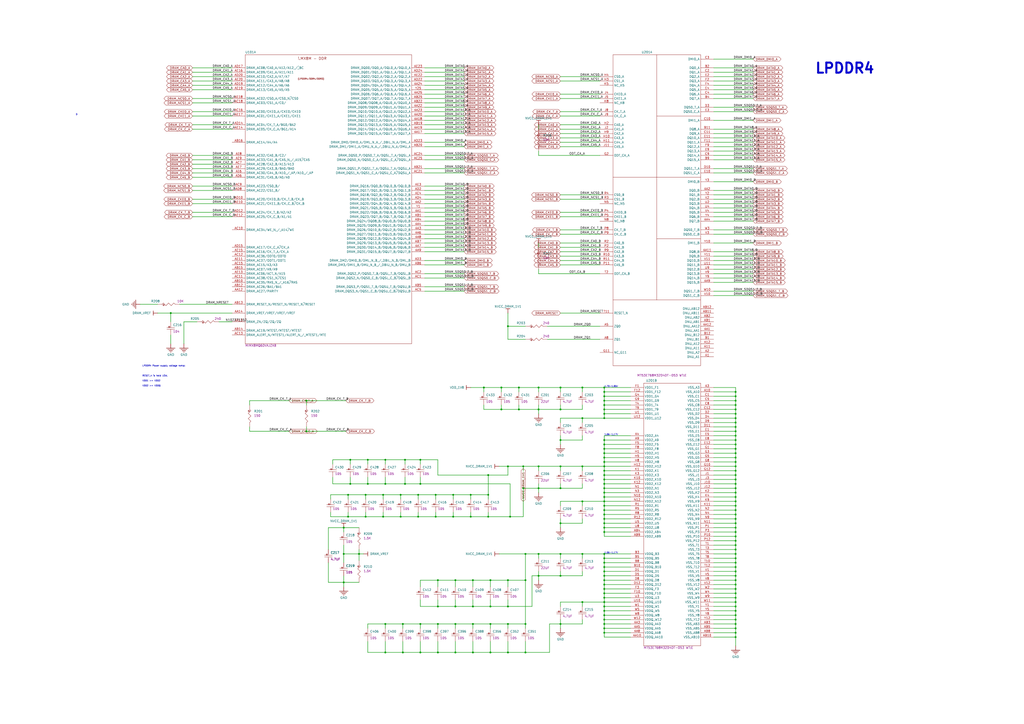
<source format=kicad_sch>
(kicad_sch (version 20250114) (generator "eeschema") (generator_version "9.0")
  (paper "A2")
  (title_block (title "Librem 5 Mainboard") (date "2024-03-21") (rev "v1.0.6.1") (company "Purism SPC") (comment 1 "GNU GPLv3+") (comment 2 "Copyright"))
  (lib_symbols
    (symbol "C-05_LPDDR4:DRAM_VREF" (power)
      (property "Reference" "#PWR" (at 0 0 0))
      (property "Value" "DRAM_VREF" (at 0 3.81 0))
      (symbol "DRAM_VREF_0_0"
        (pin power_in line (at 0 0 0) (length 0) (hide yes) (name "DRAM_VREF") (number ""))
      )
    )
    (symbol "C-05_LPDDR4:GND" (power)
      (property "Reference" "#PWR" (at 0 0 0))
      (property "Value" "GND" (at 0 6.35 0))
      (symbol "GND_0_0"
        (pin power_in line (at 0 0 0) (length 0) (hide yes) (name "GND") (number ""))
      )
    )
    (symbol "C-05_LPDDR4:NVCC_DRAM_1V1" (power)
      (property "Reference" "#PWR" (at 0 0 0))
      (property "Value" "NVCC_DRAM_1V1" (at 0 3.81 0))
      (symbol "NVCC_DRAM_1V1_0_0"
        (pin power_in line (at 0 0 0) (length 0) (hide yes) (name "NVCC_DRAM_1V1") (number ""))
      )
    )
    (symbol "C-05_LPDDR4:VDD_1V8" (power)
      (property "Reference" "#PWR" (at 0 0 0))
      (property "Value" "VDD_1V8" (at 0 3.81 0))
      (symbol "VDD_1V8_0_0"
        (pin power_in line (at 0 0 0) (length 0) (hide yes) (name "VDD_1V8") (number ""))
      )
    )
    (symbol "C-05_LPDDR4:root_0_C0201"
      (symbol "root_0_C0201_1_0"
        (pin passive line (at 2.54 5.08 270) (length 2.54) (name "1") (number "1"))
        (pin passive line (at 2.54 -2.54 90) (length 2.54) (name "2") (number "2"))
      )
    )
    (symbol "C-05_LPDDR4:root_0_C0402"
      (symbol "root_0_C0402_1_0"
        (pin passive line (at 2.54 5.08 270) (length 2.54) (name "1") (number "1"))
        (pin passive line (at 2.54 -2.54 90) (length 2.54) (name "2") (number "2"))
      )
    )
    (symbol "C-05_LPDDR4:root_0_C0603"
      (symbol "root_0_C0603_1_0"
        (pin passive line (at 2.54 5.08 270) (length 2.54) (name "1") (number "1"))
        (pin passive line (at 2.54 -2.54 90) (length 2.54) (name "2") (number "2"))
      )
    )
    (symbol "C-05_LPDDR4:root_0_MIMX8MQ6DVAJZAA_BGA621"
      (symbol "root_0_MIMX8MQ6DVAJZAA_BGA621_1_0"
        (text "i.MX8M - DDR" (at 30.48 164.592 0) (effects (font (size 1.524 1.524)) (justify left bottom)))
        (text "(LPDDR4/DDR4/DDR3)" (at 30.48 153.162 0) (effects (font (size 0.889 0.889)) (justify left bottom)))
        (pin passive line (at -7.62 160.02 0) (length 7.62) (name "DRAM_AC08/CA0_A/A12/A12_/~{_}BC") (number "AD17"))
        (pin passive line (at -7.62 157.48 0) (length 7.62) (name "DRAM_AC09/CA1_A/A11/A11") (number "AE16"))
        (pin passive line (at -7.62 154.94 0) (length 7.62) (name "DRAM_AC10/CA2_A/A7/A7") (number "AD20"))
        (pin passive line (at -7.62 152.4 0) (length 7.62) (name "DRAM_AC11/CA3_A/A8/A8") (number "AE20"))
        (pin passive line (at -7.62 149.86 0) (length 7.62) (name "DRAM_AC12/CA4_A/A6/A6") (number "AD19"))
        (pin passive line (at -7.62 147.32 0) (length 7.62) (name "DRAM_AC13/CA5_A/A5/A5") (number "AE19"))
        (pin passive line (at -7.62 142.24 0) (length 7.62) (name "DRAM_AC02/CS0_A/CS0_N~{/}CS0") (number "AE18"))
        (pin passive line (at -7.62 139.7 0) (length 7.62) (name "DRAM_AC03/CS1_A/C0/") (number "AC18"))
        (pin passive line (at -7.62 134.62 0) (length 7.62) (name "DRAM_AC00/CKE0_A/CKE0/CKE0") (number "AC16"))
        (pin passive line (at -7.62 132.08 0) (length 7.62) (name "DRAM_AC01/CKE1_A/CKE1/CKE1") (number "AE17"))
        (pin passive line (at -7.62 127 0) (length 7.62) (name "DRAM_AC04/CK_T_A/BG0/BA2") (number "AD14"))
        (pin passive line (at -7.62 124.46 0) (length 7.62) (name "DRAM_AC05/CK_C_A/BG1/A14") (number "AE14"))
        (pin passive line (at -7.62 116.84 0) (length 7.62) (name "DRAM_AC14/A4/A4") (number "AB16"))
        (pin passive line (at -7.62 109.22 0) (length 7.62) (name "DRAM_AC32/CA0_B/C2/") (number "AE8"))
        (pin passive line (at -7.62 106.68 0) (length 7.62) (name "DRAM_AC33/CA1_B/CAS_N_/_A15~{/}CAS") (number "AE9"))
        (pin passive line (at -7.62 104.14 0) (length 7.62) (name "DRAM_AC28/CA2_B/A13/A13") (number "AC7"))
        (pin passive line (at -7.62 101.6 0) (length 7.62) (name "DRAM_AC29/CA3_B/BA0/BA0") (number "AE7"))
        (pin passive line (at -7.62 99.06 0) (length 7.62) (name "DRAM_AC30/CA4_B/A10_/_AP/A10_/_AP") (number "AE6"))
        (pin passive line (at -7.62 96.52 0) (length 7.62) (name "DRAM_AC31/CA5_B/A0/A0") (number "AD6"))
        (pin passive line (at -7.62 91.44 0) (length 7.62) (name "DRAM_AC23/CS0_B/") (number "AC9"))
        (pin passive line (at -7.62 88.9 0) (length 7.62) (name "DRAM_AC22/CS1_B/") (number "AD8"))
        (pin passive line (at -7.62 83.82 0) (length 7.62) (name "DRAM_AC20/CKE0_B/CK_T_B/CK_B") (number "AD10"))
        (pin passive line (at -7.62 81.28 0) (length 7.62) (name "DRAM_AC21/CKE1_B/CK_C_B~{/}CK_B") (number "AE10"))
        (pin passive line (at -7.62 76.2 0) (length 7.62) (name "DRAM_AC24/CK_T_B/A2/A2") (number "AD12"))
        (pin passive line (at -7.62 73.66 0) (length 7.62) (name "DRAM_AC25/CK_C_B/A1/A1") (number "AE12"))
        (pin passive line (at -7.62 66.04 0) (length 7.62) (name "DRAM_AC34/WE_N_/_A14~{/}WE") (number "AC10"))
        (pin passive line (at -7.62 55.88 0) (length 7.62) (name "DRAM_AC17/CK_C_A~{/}CK_A") (number "AD15"))
        (pin passive line (at -7.62 53.34 0) (length 7.62) (name "DRAM_AC16/CK_T_A/CK_A") (number "AE15"))
        (pin passive line (at -7.62 50.8 0) (length 7.62) (name "DRAM_AC36/ODT0/ODT0") (number "AC12"))
        (pin passive line (at -7.62 48.26 0) (length 7.62) (name "DRAM_AC37/ODT1/ODT1") (number "AE11"))
        (pin passive line (at -7.62 45.72 0) (length 7.62) (name "DRAM_AC15/A3/A3") (number "AC15"))
        (pin passive line (at -7.62 43.18 0) (length 7.62) (name "DRAM_AC07/A9/A9") (number "AB15"))
        (pin passive line (at -7.62 40.64 0) (length 7.62) (name "DRAM_AC06/ACT_N/A15") (number "AE13"))
        (pin passive line (at -7.62 38.1 0) (length 7.62) (name "DRAM_AC38/CS1_N~{/}CS1") (number "AC11"))
        (pin passive line (at -7.62 35.56 0) (length 7.62) (name "DRAM_AC35/RAS_N_/_A16~{/}RAS") (number "AB10"))
        (pin passive line (at -7.62 33.02 0) (length 7.62) (name "DRAM_AC26/BA1/BA1") (number "AB12"))
        (pin passive line (at -7.62 30.48 0) (length 7.62) (name "DRAM_AC27/PARITY") (number "AA12"))
        (pin passive line (at -7.62 22.86 0) (length 7.62) (name "DRAM_RESET_N/RESET_N/RESET_N~{/}RESET") (number "AB13"))
        (pin passive line (at -7.62 17.78 0) (length 7.62) (name "DRAM_VREF/VREF/VREF/VREF") (number "AA14"))
        (pin passive line (at -7.62 12.7 0) (length 7.62) (name "DRAM_ZN/ZQ/ZQ/ZQ") (number "AA13"))
        (pin passive line (at -7.62 7.62 0) (length 7.62) (name "DRAM_AC19/MTEST/MTEST/MTEST") (number "AB14"))
        (pin passive line (at -7.62 5.08 0) (length 7.62) (name "DRAM_ALERT_N/MTEST1/ALERT_N_/_MTEST1/MTE") (number "AC13"))
        (pin passive line (at 104.14 160.02 180) (length 7.62) (name "DRAM_DQ00/DQ0_A/DQL0_A/DQL0_A") (number "AE23"))
        (pin passive line (at 104.14 157.48 180) (length 7.62) (name "DRAM_DQ01/DQ1_A/DQL1_A/DQL1_A") (number "AD24"))
        (pin passive line (at 104.14 154.94 180) (length 7.62) (name "DRAM_DQ02/DQ2_A/DQL2_A/DQL2_A") (number "AE22"))
        (pin passive line (at 104.14 152.4 180) (length 7.62) (name "DRAM_DQ03/DQ3_A/DQL3_A/DQL3_A") (number "AD22"))
        (pin passive line (at 104.14 149.86 180) (length 7.62) (name "DRAM_DQ04/DQ4_A/DQL4_A/DQL4_A") (number "AA24"))
        (pin passive line (at 104.14 147.32 180) (length 7.62) (name "DRAM_DQ05/DQ5_A/DQL5_A/DQL5_A") (number "Y25"))
        (pin passive line (at 104.14 144.78 180) (length 7.62) (name "DRAM_DQ06/DQ6_A/DQL6_A/DQL6_A") (number "AA25"))
        (pin passive line (at 104.14 142.24 180) (length 7.62) (name "DRAM_DQ07/DQ7_A/DQL7_A/DQL7_A") (number "AB25"))
        (pin passive line (at 104.14 139.7 180) (length 7.62) (name "DRAM_DQ08/DQ08_A/DQU0_A/DQU0_A") (number "AB22"))
        (pin passive line (at 104.14 137.16 180) (length 7.62) (name "DRAM_DQ09/DQ09_A/DQU1_A/DQU1_A") (number "AA22"))
        (pin passive line (at 104.14 134.62 180) (length 7.62) (name "DRAM_DQ10/DQ10_A/DQU2_A/DQU2_A") (number "AA23"))
        (pin passive line (at 104.14 132.08 180) (length 7.62) (name "DRAM_DQ11/DQ11_A/DQU3_A/DQU3_A") (number "AA20"))
        (pin passive line (at 104.14 129.54 180) (length 7.62) (name "DRAM_DQ12/DQ12_A/DQU4_A/DQU4_A") (number "AA18"))
        (pin passive line (at 104.14 127 180) (length 7.62) (name "DRAM_DQ13/DQ13_A/DQU5_A/DQU5_A") (number "AB19"))
        (pin passive line (at 104.14 124.46 180) (length 7.62) (name "DRAM_DQ14/DQ14_A/DQU6_A/DQU6_A") (number "AA19"))
        (pin passive line (at 104.14 121.92 180) (length 7.62) (name "DRAM_DQ15/DQ15_A/DQU7_A/DQU7_A") (number "AA17"))
        (pin passive line (at 104.14 116.84 180) (length 7.62) (name "DRAM_DM0/DMI0_A/DML_N_A_/_DBIL_N_A/DML_A") (number "AD23"))
        (pin passive line (at 104.14 114.3 180) (length 7.62) (name "DRAM_DM1/DMI1_A/DMU_N_A_/_DBIU_N_A/DMU_A") (number "AB20"))
        (pin passive line (at 104.14 109.22 180) (length 7.62) (name "DRAM_DQS0_P/DQS0_T_A/DQSL_T_A/DQSL_A") (number "AC24"))
        (pin passive line (at 104.14 106.68 180) (length 7.62) (name "DRAM_DQS0_N/DQS0_C_A/DQSL_C_A~{/}DQSL_A") (number "AC25"))
        (pin passive line (at 104.14 101.6 180) (length 7.62) (name "DRAM_DQS1_P/DQS1_T_A/DQSU_T_A/DQSU_A") (number "AB21"))
        (pin passive line (at 104.14 99.06 180) (length 7.62) (name "DRAM_DQS1_N/DQS1_C_A/DQSU_C_A~{/}DQSU_A") (number "AC21"))
        (pin passive line (at 104.14 91.44 180) (length 7.62) (name "DRAM_DQ16/DQ0_B/DQL0_B/DQL0_B") (number "AE3"))
        (pin passive line (at 104.14 88.9 180) (length 7.62) (name "DRAM_DQ17/DQ1_B/DQL1_B/DQL1_B") (number "AD2"))
        (pin passive line (at 104.14 86.36 180) (length 7.62) (name "DRAM_DQ18/DQ2_B/DQL2_B/DQL2_B") (number "AE4"))
        (pin passive line (at 104.14 83.82 180) (length 7.62) (name "DRAM_DQ19/DQ3_B/DQL3_B/DQL3_B") (number "AD4"))
        (pin passive line (at 104.14 81.28 180) (length 7.62) (name "DRAM_DQ20/DQ4_B/DQL4_B/DQL4_B") (number "AA2"))
        (pin passive line (at 104.14 78.74 180) (length 7.62) (name "DRAM_DQ21/DQ5_B/DQL5_B/DQL5_B") (number "Y1"))
        (pin passive line (at 104.14 76.2 180) (length 7.62) (name "DRAM_DQ22/DQ6_B/DQL6_B/DQL6_B") (number "AA1"))
        (pin passive line (at 104.14 73.66 180) (length 7.62) (name "DRAM_DQ23/DQ7_B/DQL7_B/DQL7_B") (number "AB1"))
        (pin passive line (at 104.14 71.12 180) (length 7.62) (name "DRAM_DQ24/DQ08_B/DQU0_B/DQU0_B") (number "AB4"))
        (pin passive line (at 104.14 68.58 180) (length 7.62) (name "DRAM_DQ25/DQ09_B/DQU1_B/DQU1_B") (number "AA4"))
        (pin passive line (at 104.14 66.04 180) (length 7.62) (name "DRAM_DQ26/DQ10_B/DQU2_B/DQU2_B") (number "AA3"))
        (pin passive line (at 104.14 63.5 180) (length 7.62) (name "DRAM_DQ27/DQ11_B/DQU3_B/DQU3_B") (number "AA6"))
        (pin passive line (at 104.14 60.96 180) (length 7.62) (name "DRAM_DQ28/DQ12_B/DQU4_B/DQU4_B") (number "AA8"))
        (pin passive line (at 104.14 58.42 180) (length 7.62) (name "DRAM_DQ29/DQ13_B/DQU5_B/DQU5_B") (number "AB7"))
        (pin passive line (at 104.14 55.88 180) (length 7.62) (name "DRAM_DQ30/DQ14_B/DQU6_B/DQU6_B") (number "AA7"))
        (pin passive line (at 104.14 53.34 180) (length 7.62) (name "DRAM_DQ31/DQ15_B/DQU7_B/DQU7_B") (number "AA9"))
        (pin passive line (at 104.14 48.26 180) (length 7.62) (name "DRAM_DM2/DMI0_B/DML_N_B_/_DBIL_N_B/DML_B") (number "AD3"))
        (pin passive line (at 104.14 45.72 180) (length 7.62) (name "DRAM_DM3/DMI1_B/DMU_N_B_/_DBIU_N_B/DMU_B") (number "AB6"))
        (pin passive line (at 104.14 40.64 180) (length 7.62) (name "DRAM_DQS2_P/DQS0_T_B/DQSL_T_B/DQSL_B") (number "AC2"))
        (pin passive line (at 104.14 38.1 180) (length 7.62) (name "DRAM_DQS2_N/DQS0_C_B/DQSL_C_B~{/}DQSL_B") (number "AC1"))
        (pin passive line (at 104.14 33.02 180) (length 7.62) (name "DRAM_DQS3_P/DQS1_T_B/DQSU_T_B/DQSU_B") (number "AB5"))
        (pin passive line (at 104.14 30.48 180) (length 7.62) (name "DRAM_DQS3_N/DQS1_C_B/DQSU_C_B~{/}DQSU_B") (number "AC5"))
      )
      (symbol "root_0_MIMX8MQ6DVAJZAA_BGA621_2_0"
        (text "i.MX8M - USB" (at 5.08 90.932 0) (effects (font (size 1.524 1.524)) (justify left bottom)))
        (text "USB_P0_VDD33" (at 19.558 70.358 900) (effects (font (size 0.889 0.889)) (justify left bottom)))
        (text "USB_P0_VPH" (at 19.558 55.372 900) (effects (font (size 0.889 0.889)) (justify left bottom)))
        (text "USB_P1_VDD33" (at 19.558 22.098 900) (effects (font (size 0.889 0.889)) (justify left bottom)))
        (text "USB_P1_VPH" (at 19.558 7.112 900) (effects (font (size 0.889 0.889)) (justify left bottom)))
        (pin passive line (at 48.26 86.36 180) (length 7.62) (name "USB1_VBUS") (number "D14"))
        (pin passive line (at 48.26 83.82 180) (length 7.62) (name "USB1_DP") (number "A14"))
        (pin passive line (at 48.26 81.28 180) (length 7.62) (name "USB1_DN") (number "B14"))
        (pin passive line (at 48.26 78.74 180) (length 7.62) (name "USB1_ID") (number "C14"))
        (pin passive line (at 48.26 71.12 180) (length 7.62) (name "USB1_TX_P") (number "A13"))
        (pin passive line (at 48.26 68.58 180) (length 7.62) (name "USB1_TX_N") (number "B13"))
        (pin passive line (at 48.26 63.5 180) (length 7.62) (name "USB1_RX_P") (number "A12"))
        (pin passive line (at 48.26 60.96 180) (length 7.62) (name "USB1_RX_N") (number "B12"))
        (pin passive line (at 48.26 55.88 180) (length 7.62) (name "USB1_RESREF") (number "A11"))
        (pin passive line (at 48.26 38.1 180) (length 7.62) (name "USB2_VBUS") (number "D9"))
        (pin passive line (at 48.26 35.56 180) (length 7.62) (name "USB2_DP") (number "A10"))
        (pin passive line (at 48.26 33.02 180) (length 7.62) (name "USB2_DN") (number "B10"))
        (pin passive line (at 48.26 30.48 180) (length 7.62) (name "USB2_ID") (number "C9"))
        (pin passive line (at 48.26 22.86 180) (length 7.62) (name "USB2_TX_P") (number "A9"))
        (pin passive line (at 48.26 20.32 180) (length 7.62) (name "USB2_TX_N") (number "B9"))
        (pin passive line (at 48.26 15.24 180) (length 7.62) (name "USB2_RX_P") (number "A8"))
        (pin passive line (at 48.26 12.7 180) (length 7.62) (name "USB2_RX_N") (number "B8"))
        (pin passive line (at 48.26 7.62 180) (length 7.62) (name "USB2_RESREF") (number "B11"))
      )
      (symbol "root_0_MIMX8MQ6DVAJZAA_BGA621_3_0"
        (text "i.MX8M - PCIe" (at 5.08 62.992 0) (effects (font (size 1.524 1.524)) (justify left bottom)))
        (text "PCIE0_VPH" (at 11.938 42.164 900) (effects (font (size 0.889 0.889)) (justify left bottom)))
        (text "PCIE1_VPH" (at 11.938 14.224 900) (effects (font (size 0.889 0.889)) (justify left bottom)))
        (pin passive line (at 48.26 58.42 180) (length 7.62) (name "PCIE1_TXN_P") (number "J25"))
        (pin passive line (at 48.26 55.88 180) (length 7.62) (name "PCIE1_TXN_N") (number "J24"))
        (pin passive line (at 48.26 50.8 180) (length 7.62) (name "PCIE1_RXN_P") (number "H25"))
        (pin passive line (at 48.26 48.26 180) (length 7.62) (name "PCIE1_RXN_N") (number "H24"))
        (pin passive line (at 48.26 43.18 180) (length 7.62) (name "PCIE1_REF_PAD_CLK_P") (number "K25"))
        (pin passive line (at 48.26 40.64 180) (length 7.62) (name "PCIE1_REF_PAD_CLK_N") (number "K24"))
        (pin passive line (at 48.26 35.56 180) (length 7.62) (name "PCIE1_RESREF") (number "G25"))
        (pin passive line (at 48.26 30.48 180) (length 7.62) (name "PCIE2_TXN_P") (number "E25"))
        (pin passive line (at 48.26 27.94 180) (length 7.62) (name "PCIE2_TXN_N") (number "E24"))
        (pin passive line (at 48.26 22.86 180) (length 7.62) (name "PCIE2_RXN_P") (number "D25"))
        (pin passive line (at 48.26 20.32 180) (length 7.62) (name "PCIE2_RXN_N") (number "D24"))
        (pin passive line (at 48.26 15.24 180) (length 7.62) (name "PCIE2_REF_PAD_CLK_P") (number "F25"))
        (pin passive line (at 48.26 12.7 180) (length 7.62) (name "PCIE2_REF_PAD_CLK_N") (number "F24"))
        (pin passive line (at 48.26 7.62 180) (length 7.62) (name "PCIE2_RESREF") (number "C25"))
      )
      (symbol "root_0_MIMX8MQ6DVAJZAA_BGA621_4_0"
        (text "i.MX8M - DSI" (at 7.62 52.832 0) (effects (font (size 1.524 1.524)) (justify left bottom)))
        (text "DSI_VDDHA" (at 19.558 24.892 900) (effects (font (size 0.889 0.889)) (justify left bottom)))
        (pin passive line (at 48.26 48.26 180) (length 7.62) (name "MIPI_DSI_CLK_P") (number "D16"))
        (pin passive line (at 48.26 45.72 180) (length 7.62) (name "MIPI_DSI_CLK_N") (number "C16"))
        (pin passive line (at 48.26 40.64 180) (length 7.62) (name "MIPI_DSI_D0_P") (number "B17"))
        (pin passive line (at 48.26 38.1 180) (length 7.62) (name "MIPI_DSI_D0_N") (number "A17"))
        (pin passive line (at 48.26 33.02 180) (length 7.62) (name "MIPI_DSI_D1_P") (number "B16"))
        (pin passive line (at 48.26 30.48 180) (length 7.62) (name "MIPI_DSI_D1_N") (number "A16"))
        (pin passive line (at 48.26 25.4 180) (length 7.62) (name "MIPI_DSI_D2_P") (number "B18"))
        (pin passive line (at 48.26 22.86 180) (length 7.62) (name "MIPI_DSI_D2_N") (number "A18"))
        (pin passive line (at 48.26 17.78 180) (length 7.62) (name "MIPI_DSI_D3_P") (number "B15"))
        (pin passive line (at 48.26 15.24 180) (length 7.62) (name "MIPI_DSI_D3_N") (number "A15"))
        (pin passive line (at 48.26 10.16 180) (length 7.62) (name "MIPI_DSI_REXT") (number "C17"))
      )
      (symbol "root_0_MIMX8MQ6DVAJZAA_BGA621_5_0"
        (text "i.MX8M - CSI" (at 7.62 85.852 0) (effects (font (size 1.524 1.524)) (justify left bottom)))
        (text "CSI_P1_VDDHA" (at 17.018 52.578 900) (effects (font (size 0.889 0.889)) (justify left bottom)))
        (text "CSI_P2_VDDHA" (at 17.018 9.398 900) (effects (font (size 0.889 0.889)) (justify left bottom)))
        (pin passive line (at 48.26 81.28 180) (length 7.62) (name "MIPI_CSI1_CLK_P") (number "B22"))
        (pin passive line (at 48.26 78.74 180) (length 7.62) (name "MIPI_CSI1_CLK_N") (number "A22"))
        (pin passive line (at 48.26 73.66 180) (length 7.62) (name "MIPI_CSI1_D0_P") (number "B23"))
        (pin passive line (at 48.26 71.12 180) (length 7.62) (name "MIPI_CSI1_D0_N") (number "A23"))
        (pin passive line (at 48.26 66.04 180) (length 7.62) (name "MIPI_CSI1_D1_P") (number "D22"))
        (pin passive line (at 48.26 63.5 180) (length 7.62) (name "MIPI_CSI1_D1_N") (number "C22"))
        (pin passive line (at 48.26 58.42 180) (length 7.62) (name "MIPI_CSI1_D2_P") (number "C23"))
        (pin passive line (at 48.26 55.88 180) (length 7.62) (name "MIPI_CSI1_D2_N") (number "B24"))
        (pin passive line (at 48.26 50.8 180) (length 7.62) (name "MIPI_CSI1_D3_P") (number "D21"))
        (pin passive line (at 48.26 48.26 180) (length 7.62) (name "MIPI_CSI1_D3_N") (number "C21"))
        (pin passive line (at 48.26 38.1 180) (length 7.62) (name "MIPI_CSI2_CLK_P") (number "B19"))
        (pin passive line (at 48.26 35.56 180) (length 7.62) (name "MIPI_CSI2_CLK_N") (number "A19"))
        (pin passive line (at 48.26 30.48 180) (length 7.62) (name "MIPI_CSI2_D0_P") (number "D20"))
        (pin passive line (at 48.26 27.94 180) (length 7.62) (name "MIPI_CSI2_D0_N") (number "C20"))
        (pin passive line (at 48.26 22.86 180) (length 7.62) (name "MIPI_CSI2_D1_P") (number "B20"))
        (pin passive line (at 48.26 20.32 180) (length 7.62) (name "MIPI_CSI2_D1_N") (number "A20"))
        (pin passive line (at 48.26 15.24 180) (length 7.62) (name "MIPI_CSI2_D2_P") (number "B21"))
        (pin passive line (at 48.26 12.7 180) (length 7.62) (name "MIPI_CSI2_D2_N") (number "A21"))
        (pin passive line (at 48.26 7.62 180) (length 7.62) (name "MIPI_CSI2_D3_P") (number "D19"))
        (pin passive line (at 48.26 5.08 180) (length 7.62) (name "MIPI_CSI2_D3_N") (number "C19"))
      )
      (symbol "root_0_MIMX8MQ6DVAJZAA_BGA621_6_0"
        (text "i.MX8M - HDMI" (at 2.54 75.692 0) (effects (font (size 1.524 1.524)) (justify left bottom)))
        (text "HDMI_AVDDIO" (at 17.018 34.798 900) (effects (font (size 0.889 0.889)) (justify left bottom)))
        (pin passive line (at 48.26 71.12 180) (length 7.62) (name "HDMI_DDC_SCL") (number "R3"))
        (pin passive line (at 48.26 68.58 180) (length 7.62) (name "HDMI_DDC_SDA") (number "P3"))
        (pin passive line (at 48.26 63.5 180) (length 7.62) (name "HDMI_HPD") (number "W2"))
        (pin passive line (at 48.26 58.42 180) (length 7.62) (name "HDMI_CEC") (number "W3"))
        (pin passive line (at 48.26 50.8 180) (length 7.62) (name "HDMI_REFCLK_P") (number "R2"))
        (pin passive line (at 48.26 48.26 180) (length 7.62) (name "HDMI_REFCLK_N") (number "R1"))
        (pin passive line (at 48.26 43.18 180) (length 7.62) (name "HDMI_TX_M_LN_0") (number "T2"))
        (pin passive line (at 48.26 40.64 180) (length 7.62) (name "HDMI_TX_P_LN_0") (number "T1"))
        (pin passive line (at 48.26 35.56 180) (length 7.62) (name "HDMI_TX_M_LN_1") (number "U1"))
        (pin passive line (at 48.26 33.02 180) (length 7.62) (name "HDMI_TX_P_LN_1") (number "U2"))
        (pin passive line (at 48.26 27.94 180) (length 7.62) (name "HDMI_TX_M_LN_2") (number "N1"))
        (pin passive line (at 48.26 25.4 180) (length 7.62) (name "HDMI_TX_P_LN_2") (number "N2"))
        (pin passive line (at 48.26 20.32 180) (length 7.62) (name "HDMI_TX_M_LN_3") (number "M2"))
        (pin passive line (at 48.26 17.78 180) (length 7.62) (name "HDMI_TX_P_LN_3") (number "M1"))
        (pin passive line (at 48.26 12.7 180) (length 7.62) (name "HDMI_AUX_P") (number "V1"))
        (pin passive line (at 48.26 10.16 180) (length 7.62) (name "HDMI_AUX_N") (number "V2"))
        (pin passive line (at 48.26 5.08 180) (length 7.62) (name "HDMI_REXT") (number "P1"))
      )
      (symbol "root_0_MIMX8MQ6DVAJZAA_BGA621_7_0"
        (text "i.MX8M - SAI" (at 12.7 96.012 0) (effects (font (size 1.524 1.524)) (justify left bottom)))
        (text "NVCC_SAI5" (at 24.13 86.36 900) (effects (font (size 0.889 0.889)) (justify left bottom)))
        (text "NVCC_SAI3" (at 24.13 55.88 900) (effects (font (size 0.889 0.889)) (justify left bottom)))
        (text "NVCC_SAI1" (at 32.512 51.816 900) (effects (font (size 0.889 0.889)) (justify left bottom)))
        (text "NVCC_SAI2" (at 32.512 8.636 900) (effects (font (size 0.889 0.889)) (justify left bottom)))
        (pin passive line (at -7.62 91.44 0) (length 7.62) (name "SAI5_MCLK") (number "K4"))
        (pin passive line (at -7.62 86.36 0) (length 7.62) (name "SAI5_RXFS") (number "N4"))
        (pin passive line (at -7.62 83.82 0) (length 7.62) (name "SAI5_RXC") (number "L5"))
        (pin passive line (at -7.62 78.74 0) (length 7.62) (name "SAI5_RXD0") (number "M5"))
        (pin passive line (at -7.62 76.2 0) (length 7.62) (name "SAI5_RXD1") (number "L4"))
        (pin passive line (at -7.62 73.66 0) (length 7.62) (name "SAI5_RXD2") (number "M4"))
        (pin passive line (at -7.62 71.12 0) (length 7.62) (name "SAI5_RXD3") (number "K5"))
        (pin passive line (at -7.62 66.04 0) (length 7.62) (name "SAI3_MCLK") (number "D3"))
        (pin passive line (at -7.62 60.96 0) (length 7.62) (name "SAI3_TXFS") (number "G3"))
        (pin passive line (at -7.62 58.42 0) (length 7.62) (name "SAI3_TXC") (number "C4"))
        (pin passive line (at -7.62 55.88 0) (length 7.62) (name "SAI3_TXD") (number "C3"))
        (pin passive line (at -7.62 50.8 0) (length 7.62) (name "SAI3_RXFS") (number "G4"))
        (pin passive line (at -7.62 48.26 0) (length 7.62) (name "SAI3_RXC") (number "F4"))
        (pin passive line (at -7.62 45.72 0) (length 7.62) (name "SAI3_RXD") (number "F3"))
        (pin passive line (at -7.62 40.64 0) (length 7.62) (name "SPDIF_TX") (number "F6"))
        (pin passive line (at -7.62 38.1 0) (length 7.62) (name "SPDIF_RX") (number "G6"))
        (pin passive line (at -7.62 35.56 0) (length 7.62) (name "SPDIF_EXT_CLK") (number "E6"))
        (pin passive line (at 60.96 91.44 180) (length 7.62) (name "SAI1_MCLK") (number "A3"))
        (pin passive line (at 60.96 86.36 180) (length 7.62) (name "SAI1_TXFS") (number "H1"))
        (pin passive line (at 60.96 83.82 180) (length 7.62) (name "SAI1_TXC") (number "E1"))
        (pin passive line (at 60.96 78.74 180) (length 7.62) (name "SAI1_TXD0") (number "F2"))
        (pin passive line (at 60.96 76.2 180) (length 7.62) (name "SAI1_TXD1") (number "E2"))
        (pin passive line (at 60.96 73.66 180) (length 7.62) (name "SAI1_TXD2") (number "B2"))
        (pin passive line (at 60.96 71.12 180) (length 7.62) (name "SAI1_TXD3") (number "D1"))
        (pin passive line (at 60.96 68.58 180) (length 7.62) (name "SAI1_TXD4") (number "D2"))
        (pin passive line (at 60.96 66.04 180) (length 7.62) (name "SAI1_TXD5") (number "C2"))
        (pin passive line (at 60.96 63.5 180) (length 7.62) (name "SAI1_TXD6") (number "B3"))
        (pin passive line (at 60.96 60.96 180) (length 7.62) (name "SAI1_TXD7") (number "C1"))
        (pin passive line (at 60.96 55.88 180) (length 7.62) (name "SAI1_RXFS") (number "L1"))
        (pin passive line (at 60.96 53.34 180) (length 7.62) (name "SAI1_RXC") (number "K1"))
        (pin passive line (at 60.96 48.26 180) (length 7.62) (name "SAI1_RXD0") (number "K2"))
        (pin passive line (at 60.96 45.72 180) (length 7.62) (name "SAI1_RXD1") (number "L2"))
        (pin passive line (at 60.96 43.18 180) (length 7.62) (name "SAI1_RXD2") (number "H2"))
        (pin passive line (at 60.96 40.64 180) (length 7.62) (name "SAI1_RXD3") (number "J2"))
        (pin passive line (at 60.96 38.1 180) (length 7.62) (name "SAI1_RXD4") (number "J1"))
        (pin passive line (at 60.96 35.56 180) (length 7.62) (name "SAI1_RXD5") (number "F1"))
        (pin passive line (at 60.96 33.02 180) (length 7.62) (name "SAI1_RXD6") (number "G2"))
        (pin passive line (at 60.96 30.48 180) (length 7.62) (name "SAI1_RXD7") (number "G1"))
        (pin passive line (at 60.96 25.4 180) (length 7.62) (name "SAI2_MCLK") (number "H5"))
        (pin passive line (at 60.96 20.32 180) (length 7.62) (name "SAI2_TXFS") (number "H4"))
        (pin passive line (at 60.96 17.78 180) (length 7.62) (name "SAI2_TXC") (number "J5"))
        (pin passive line (at 60.96 15.24 180) (length 7.62) (name "SAI2_TXD0") (number "G5"))
        (pin passive line (at 60.96 10.16 180) (length 7.62) (name "SAI2_RXFS") (number "J4"))
        (pin passive line (at 60.96 7.62 180) (length 7.62) (name "SAI2_RXC") (number "H3"))
        (pin passive line (at 60.96 5.08 180) (length 7.62) (name "SAI2_RXD0") (number "H6"))
      )
      (symbol "root_0_MIMX8MQ6DVAJZAA_BGA621_8_0"
        (text "i.MX8M - NAND" (at 2.54 62.992 0) (effects (font (size 1.524 1.524)) (justify left bottom)))
        (text "NVCC_NAND" (at 14.478 27.432 900) (effects (font (size 0.889 0.889)) (justify left bottom)))
        (pin passive line (at 45.72 58.42 180) (length 7.62) (name "NAND_CE0_B") (number "H19"))
        (pin passive line (at 45.72 55.88 180) (length 7.62) (name "NAND_CE1_B") (number "G21"))
        (pin passive line (at 45.72 53.34 180) (length 7.62) (name "NAND_CE2_B") (number "F21"))
        (pin passive line (at 45.72 50.8 180) (length 7.62) (name "NAND_CE3_B") (number "H20"))
        (pin passive line (at 45.72 45.72 180) (length 7.62) (name "NAND_ALE") (number "G19"))
        (pin passive line (at 45.72 43.18 180) (length 7.62) (name "NAND_CLE") (number "H21"))
        (pin passive line (at 45.72 40.64 180) (length 7.62) (name "NAND_RE_B") (number "K19"))
        (pin passive line (at 45.72 38.1 180) (length 7.62) (name "NAND_WE_B") (number "K22"))
        (pin passive line (at 45.72 35.56 180) (length 7.62) (name "NAND_WP_B") (number "K21"))
        (pin passive line (at 45.72 33.02 180) (length 7.62) (name "NAND_READY_B") (number "K20"))
        (pin passive line (at 45.72 27.94 180) (length 7.62) (name "NAND_DQS") (number "M20"))
        (pin passive line (at 45.72 22.86 180) (length 7.62) (name "NAND_DATA00") (number "G20"))
        (pin passive line (at 45.72 20.32 180) (length 7.62) (name "NAND_DATA01") (number "J20"))
        (pin passive line (at 45.72 17.78 180) (length 7.62) (name "NAND_DATA02") (number "H22"))
        (pin passive line (at 45.72 15.24 180) (length 7.62) (name "NAND_DATA03") (number "J21"))
        (pin passive line (at 45.72 12.7 180) (length 7.62) (name "NAND_DATA04") (number "L20"))
        (pin passive line (at 45.72 10.16 180) (length 7.62) (name "NAND_DATA05") (number "J22"))
        (pin passive line (at 45.72 7.62 180) (length 7.62) (name "NAND_DATA06") (number "L19"))
        (pin passive line (at 45.72 5.08 180) (length 7.62) (name "NAND_DATA07") (number "M19"))
      )
      (symbol "root_0_MIMX8MQ6DVAJZAA_BGA621_9_0"
        (text "i.MX8M - SD" (at 10.16 42.672 0) (effects (font (size 1.524 1.524)) (justify left bottom)))
        (text "NVCC_SD1" (at 16.256 27.94 900) (effects (font (size 0.889 0.889)) (justify left bottom)))
        (text "NVCC_SD2" (at 27.178 17.272 900) (effects (font (size 0.889 0.889)) (justify left bottom)))
        (pin passive line (at -7.62 38.1 0) (length 7.62) (name "SD1_CLK") (number "L25"))
        (pin passive line (at -7.62 35.56 0) (length 7.62) (name "SD1_CMD") (number "L24"))
        (pin passive line (at -7.62 30.48 0) (length 7.62) (name "SD1_DATA0") (number "M25"))
        (pin passive line (at -7.62 27.94 0) (length 7.62) (name "SD1_DATA1") (number "M24"))
        (pin passive line (at -7.62 25.4 0) (length 7.62) (name "SD1_DATA2") (number "N25"))
        (pin passive line (at -7.62 22.86 0) (length 7.62) (name "SD1_DATA3") (number "P25"))
        (pin passive line (at -7.62 20.32 0) (length 7.62) (name "SD1_DATA4") (number "N24"))
        (pin passive line (at -7.62 17.78 0) (length 7.62) (name "SD1_DATA5") (number "P24"))
        (pin passive line (at -7.62 15.24 0) (length 7.62) (name "SD1_DATA6") (number "R25"))
        (pin passive line (at -7.62 12.7 0) (length 7.62) (name "SD1_DATA7") (number "T25"))
        (pin passive line (at -7.62 7.62 0) (length 7.62) (name "SD1_RESET_B") (number "R24"))
        (pin passive line (at -7.62 5.08 0) (length 7.62) (name "SD1_STROBE") (number "T24"))
        (pin passive line (at 50.8 38.1 180) (length 7.62) (name "SD2_CLK") (number "L22"))
        (pin passive line (at 50.8 35.56 180) (length 7.62) (name "SD2_CMD") (number "M22"))
        (pin passive line (at 50.8 30.48 180) (length 7.62) (name "SD2_DATA0") (number "N22"))
        (pin passive line (at 50.8 27.94 180) (length 7.62) (name "SD2_DATA1") (number "N21"))
        (pin passive line (at 50.8 25.4 180) (length 7.62) (name "SD2_DATA2") (number "P22"))
        (pin passive line (at 50.8 22.86 180) (length 7.62) (name "SD2_DATA3") (number "P21"))
        (pin passive line (at 50.8 17.78 180) (length 7.62) (name "SD2_WP") (number "M21"))
        (pin passive line (at 50.8 15.24 180) (length 7.62) (name "SD2_CD_B") (number "L21"))
        (pin passive line (at 50.8 12.7 180) (length 7.62) (name "SD2_RESET_B") (number "R22"))
      )
      (symbol "root_0_MIMX8MQ6DVAJZAA_BGA621_10_0"
        (text "i.MX8M - eNET" (at 2.54 52.832 0) (effects (font (size 1.524 1.524)) (justify left bottom)))
        (text "NVCC_ENET" (at 19.558 22.098 900) (effects (font (size 0.889 0.889)) (justify left bottom)))
        (pin passive line (at 45.72 45.72 180) (length 7.62) (name "ENET_MDC") (number "N20"))
        (pin passive line (at 45.72 43.18 180) (length 7.62) (name "ENET_MDIO") (number "N19"))
        (pin passive line (at 45.72 38.1 180) (length 7.62) (name "ENET_TX_CTL") (number "P19"))
        (pin passive line (at 45.72 35.56 180) (length 7.62) (name "ENET_TXC") (number "T19"))
        (pin passive line (at 45.72 33.02 180) (length 7.62) (name "ENET_TD0") (number "R20"))
        (pin passive line (at 45.72 30.48 180) (length 7.62) (name "ENET_TD1") (number "R21"))
        (pin passive line (at 45.72 27.94 180) (length 7.62) (name "ENET_TD2") (number "R19"))
        (pin passive line (at 45.72 25.4 180) (length 7.62) (name "ENET_TD3") (number "P20"))
        (pin passive line (at 45.72 20.32 180) (length 7.62) (name "ENET_RX_CTL") (number "T21"))
        (pin passive line (at 45.72 17.78 180) (length 7.62) (name "ENET_RXC") (number "T20"))
        (pin passive line (at 45.72 15.24 180) (length 7.62) (name "ENET_RD0") (number "U19"))
        (pin passive line (at 45.72 12.7 180) (length 7.62) (name "ENET_RD1") (number "U21"))
        (pin passive line (at 45.72 10.16 180) (length 7.62) (name "ENET_RD2") (number "U20"))
        (pin passive line (at 45.72 7.62 180) (length 7.62) (name "ENET_RD3") (number "V19"))
      )
      (symbol "root_0_MIMX8MQ6DVAJZAA_BGA621_11_0"
        (text "NVCC_UART" (at 13.716 60.96 900) (effects (font (size 0.889 0.889)) (justify left bottom)))
        (text "NVCC_I2C" (at 13.716 30.48 900) (effects (font (size 0.889 0.889)) (justify left bottom)))
        (text "NVCC_ECSPI" (at 24.638 47.244 900) (effects (font (size 0.889 0.889)) (justify left bottom)))
        (text "NVCC_GPIO1" (at 24.638 17.272 900) (effects (font (size 0.889 0.889)) (justify left bottom)))
        (pin passive line (at -7.62 68.58 0) (length 7.62) (name "UART1_RXD") (number "C7"))
        (pin passive line (at -7.62 66.04 0) (length 7.62) (name "UART1_TXD") (number "A7"))
        (pin passive line (at -7.62 60.96 0) (length 7.62) (name "UART2_RXD") (number "B6"))
        (pin passive line (at -7.62 58.42 0) (length 7.62) (name "UART2_TXD") (number "D6"))
        (pin passive line (at -7.62 53.34 0) (length 7.62) (name "UART3_RXD") (number "A6"))
        (pin passive line (at -7.62 50.8 0) (length 7.62) (name "UART3_TXD") (number "B7"))
        (pin passive line (at -7.62 45.72 0) (length 7.62) (name "UART4_RXD") (number "C6"))
        (pin passive line (at -7.62 43.18 0) (length 7.62) (name "UART4_TXD") (number "D7"))
        (pin passive line (at -7.62 38.1 0) (length 7.62) (name "I2C1_SCL") (number "E7"))
        (pin passive line (at -7.62 35.56 0) (length 7.62) (name "I2C1_SDA") (number "E8"))
        (pin passive line (at -7.62 30.48 0) (length 7.62) (name "I2C2_SCL") (number "G7"))
        (pin passive line (at -7.62 27.94 0) (length 7.62) (name "I2C2_SDA") (number "F7"))
        (pin passive line (at -7.62 22.86 0) (length 7.62) (name "I2C3_SCL") (number "G8"))
        (pin passive line (at -7.62 20.32 0) (length 7.62) (name "I2C3_SDA") (number "E9"))
        (pin passive line (at -7.62 15.24 0) (length 7.62) (name "I2C4_SCL") (number "F8"))
        (pin passive line (at -7.62 12.7 0) (length 7.62) (name "I2C4_SDA") (number "F9"))
        (pin passive line (at 50.8 68.58 180) (length 7.62) (name "ECSPI1_SS0") (number "D4"))
        (pin passive line (at 50.8 66.04 180) (length 7.62) (name "ECSPI1_MOSI") (number "A4"))
        (pin passive line (at 50.8 63.5 180) (length 7.62) (name "ECSPI1_MISO") (number "B4"))
        (pin passive line (at 50.8 60.96 180) (length 7.62) (name "ECSPI1_SCLK") (number "D5"))
        (pin passive line (at 50.8 55.88 180) (length 7.62) (name "ECSPI2_SS0") (number "A5"))
        (pin passive line (at 50.8 53.34 180) (length 7.62) (name "ECSPI2_MOSI") (number "E5"))
        (pin passive line (at 50.8 50.8 180) (length 7.62) (name "ECSPI2_MISO") (number "B5"))
        (pin passive line (at 50.8 48.26 180) (length 7.62) (name "ECSPI2_SCLK") (number "C5"))
        (pin passive line (at 50.8 43.18 180) (length 7.62) (name "GPIO1_IO00") (number "T6"))
        (pin passive line (at 50.8 40.64 180) (length 7.62) (name "GPIO1_IO01") (number "T7"))
        (pin passive line (at 50.8 38.1 180) (length 7.62) (name "GPIO1_IO02") (number "R4"))
        (pin passive line (at 50.8 35.56 180) (length 7.62) (name "GPIO1_IO03") (number "P4"))
        (pin passive line (at 50.8 33.02 180) (length 7.62) (name "GPIO1_IO04") (number "P5"))
        (pin passive line (at 50.8 30.48 180) (length 7.62) (name "GPIO1_IO05") (number "P7"))
        (pin passive line (at 50.8 27.94 180) (length 7.62) (name "GPIO1_IO06") (number "N5"))
        (pin passive line (at 50.8 25.4 180) (length 7.62) (name "GPIO1_IO07") (number "N6"))
        (pin passive line (at 50.8 22.86 180) (length 7.62) (name "GPIO1_IO08") (number "N7"))
        (pin passive line (at 50.8 20.32 180) (length 7.62) (name "GPIO1_IO09") (number "M6"))
        (pin passive line (at 50.8 17.78 180) (length 7.62) (name "GPIO1_IO10") (number "M7"))
        (pin passive line (at 50.8 15.24 180) (length 7.62) (name "GPIO1_IO11") (number "L6"))
        (pin passive line (at 50.8 12.7 180) (length 7.62) (name "GPIO1_IO12") (number "L7"))
        (pin passive line (at 50.8 10.16 180) (length 7.62) (name "GPIO1_IO13") (number "K6"))
        (pin passive line (at 50.8 7.62 180) (length 7.62) (name "GPIO1_IO14") (number "K7"))
        (pin passive line (at 50.8 5.08 180) (length 7.62) (name "GPIO1_IO15") (number "J6"))
      )
      (symbol "root_0_MIMX8MQ6DVAJZAA_BGA621_12_0"
        (text "i.MX8M - MISC" (at 10.16 62.992 0) (effects (font (size 1.524 1.524)) (justify left bottom)))
        (text "NVCC_SNVS" (at 24.638 40.132 900) (effects (font (size 0.889 0.889)) (justify left bottom)))
        (text "VDDA" (at 25.4 13.462 0) (effects (font (size 0.889 0.889)) (justify left bottom)))
        (text "NVCC_JTAG" (at 32.258 40.132 900) (effects (font (size 0.889 0.889)) (justify left bottom)))
        (pin passive line (at -7.62 58.42 0) (length 7.62) (name "ONOFF") (number "W21"))
        (pin passive line (at -7.62 53.34 0) (length 7.62) (name "POR_B") (number "W20"))
        (pin passive line (at -7.62 48.26 0) (length 7.62) (name "PMIC_STBY_REQ") (number "V21"))
        (pin passive line (at -7.62 45.72 0) (length 7.62) (name "PMIC_ON_REQ") (number "V20"))
        (pin passive line (at -7.62 35.56 0) (length 7.62) (name "RTC") (number "V22"))
        (pin passive line (at -7.62 33.02 0) (length 7.62) (name "RTC_RESET_B") (number "W19"))
        (pin passive line (at -7.62 20.32 0) (length 7.62) (name "XTALI_25M") (number "U25"))
        (pin passive line (at -7.62 17.78 0) (length 7.62) (name "XTALO_25M") (number "U24"))
        (pin passive line (at -7.62 10.16 0) (length 7.62) (name "XTALI_27M") (number "V25"))
        (pin passive line (at -7.62 7.62 0) (length 7.62) (name "XTALO_27M") (number "V24"))
        (pin passive line (at 60.96 58.42 180) (length 7.62) (name "BOOT_MODE0") (number "W6"))
        (pin passive line (at 60.96 55.88 180) (length 7.62) (name "BOOT_MODE1") (number "V6"))
        (pin passive line (at 60.96 50.8 180) (length 7.62) (name "TEST_MODE") (number "V7"))
        (pin passive line (at 60.96 45.72 180) (length 7.62) (name "JTAG_TCK") (number "T5"))
        (pin passive line (at 60.96 43.18 180) (length 7.62) (name "JTAG_TMS") (number "V5"))
        (pin passive line (at 60.96 40.64 180) (length 7.62) (name "JTAG_TDI") (number "W5"))
        (pin passive line (at 60.96 38.1 180) (length 7.62) (name "JTAG_TDO") (number "U5"))
        (pin passive line (at 60.96 35.56 180) (length 7.62) (name "JTAG_TRST_B") (number "U6"))
        (pin passive line (at 60.96 33.02 180) (length 7.62) (name "JTAG_MOD") (number "U7"))
        (pin passive line (at 60.96 25.4 180) (length 7.62) (name "CLK1_P") (number "R23"))
        (pin passive line (at 60.96 22.86 180) (length 7.62) (name "CLK1_N") (number "T23"))
        (pin passive line (at 60.96 17.78 180) (length 7.62) (name "CLK2_P") (number "T22"))
        (pin passive line (at 60.96 15.24 180) (length 7.62) (name "CLK2_N") (number "U22"))
      )
      (symbol "root_0_MIMX8MQ6DVAJZAA_BGA621_13_0"
        (pin power_in line (at -7.62 292.1 0) (length 7.62) (name "NVCC_SNVS") (number "W18"))
        (pin power_in line (at -7.62 289.56 0) (length 7.62) (name "VDD_SNVS") (number "R18"))
        (pin power_in line (at -7.62 284.48 0) (length 7.62) (name "VDD_SOC1") (number "R8"))
        (pin power_in line (at -7.62 281.94 0) (length 7.62) (name "VDD_SOC2") (number "R9"))
        (pin power_in line (at -7.62 279.4 0) (length 7.62) (name "VDD_SOC3") (number "R10"))
        (pin power_in line (at -7.62 276.86 0) (length 7.62) (name "VDD_SOC4") (number "R11"))
        (pin power_in line (at -7.62 274.32 0) (length 7.62) (name "VDD_SOC5") (number "R12"))
        (pin power_in line (at -7.62 271.78 0) (length 7.62) (name "VDD_SOC6") (number "R13"))
        (pin power_in line (at -7.62 269.24 0) (length 7.62) (name "VDD_SOC7") (number "R14"))
        (pin power_in line (at -7.62 266.7 0) (length 7.62) (name "VDD_SOC8") (number "R15"))
        (pin power_in line (at -7.62 264.16 0) (length 7.62) (name "VDD_SOC9") (number "R16"))
        (pin power_in line (at -7.62 261.62 0) (length 7.62) (name "VDD_SOC10") (number "T8"))
        (pin power_in line (at -7.62 259.08 0) (length 7.62) (name "VDD_SOC11") (number "K12"))
        (pin power_in line (at -7.62 256.54 0) (length 7.62) (name "VDD_SOC12") (number "L12"))
        (pin power_in line (at -7.62 254 0) (length 7.62) (name "VDD_SOC13") (number "M12"))
        (pin power_in line (at -7.62 251.46 0) (length 7.62) (name "VDD_SOC14") (number "P16"))
        (pin power_in line (at -7.62 248.92 0) (length 7.62) (name "VDD_SOC15") (number "P12"))
        (pin power_in line (at -7.62 246.38 0) (length 7.62) (name "VDD_SOC16") (number "P15"))
        (pin power_in line (at -7.62 243.84 0) (length 7.62) (name "VDD_SOC17") (number "L13"))
        (pin power_in line (at -7.62 241.3 0) (length 7.62) (name "VDD_SOC18") (number "M13"))
        (pin power_in line (at -7.62 238.76 0) (length 7.62) (name "VDD_SOC19") (number "N13"))
        (pin power_in line (at -7.62 236.22 0) (length 7.62) (name "VDD_SOC20") (number "P13"))
        (pin power_in line (at -7.62 233.68 0) (length 7.62) (name "VDD_SOC21") (number "T17"))
        (pin power_in line (at -7.62 228.6 0) (length 7.62) (name "VDDA_0P9") (number "V18"))
        (pin power_in line (at -7.62 220.98 0) (length 7.62) (name "VDD_ARM1") (number "G15"))
        (pin power_in line (at -7.62 218.44 0) (length 7.62) (name "VDD_ARM2") (number "H15"))
        (pin power_in line (at -7.62 215.9 0) (length 7.62) (name "VDD_ARM3") (number "J15"))
        (pin power_in line (at -7.62 213.36 0) (length 7.62) (name "VDD_ARM4") (number "K15"))
        (pin power_in line (at -7.62 210.82 0) (length 7.62) (name "VDD_ARM5") (number "L15"))
        (pin power_in line (at -7.62 208.28 0) (length 7.62) (name "VDD_ARM6") (number "M15"))
        (pin power_in line (at -7.62 205.74 0) (length 7.62) (name "VDD_ARM7") (number "G16"))
        (pin power_in line (at -7.62 203.2 0) (length 7.62) (name "VDD_ARM8") (number "H16"))
        (pin power_in line (at -7.62 200.66 0) (length 7.62) (name "VDD_ARM9") (number "J16"))
        (pin power_in line (at -7.62 198.12 0) (length 7.62) (name "VDD_ARM10") (number "K16"))
        (pin power_in line (at -7.62 195.58 0) (length 7.62) (name "VDD_ARM11") (number "L16"))
        (pin power_in line (at -7.62 193.04 0) (length 7.62) (name "VDD_ARM12") (number "M16"))
        (pin power_in line (at -7.62 190.5 0) (length 7.62) (name "VDD_ARM13") (number "G14"))
        (pin power_in line (at -7.62 187.96 0) (length 7.62) (name "VDD_ARM14") (number "H14"))
        (pin power_in line (at -7.62 180.34 0) (length 7.62) (name "VDD_VPU1") (number "N8"))
        (pin power_in line (at -7.62 177.8 0) (length 7.62) (name "VDD_VPU2") (number "N9"))
        (pin power_in line (at -7.62 175.26 0) (length 7.62) (name "VDD_VPU3") (number "N10"))
        (pin power_in line (at -7.62 172.72 0) (length 7.62) (name "VDD_VPU4") (number "P9"))
        (pin power_in line (at -7.62 170.18 0) (length 7.62) (name "VDD_VPU5") (number "P10"))
        (pin power_in line (at -7.62 165.1 0) (length 7.62) (name "VDD_GPU1") (number "J9"))
        (pin power_in line (at -7.62 162.56 0) (length 7.62) (name "VDD_GPU2") (number "K9"))
        (pin power_in line (at -7.62 160.02 0) (length 7.62) (name "VDD_GPU3") (number "L9"))
        (pin power_in line (at -7.62 157.48 0) (length 7.62) (name "VDD_GPU4") (number "M9"))
        (pin power_in line (at -7.62 154.94 0) (length 7.62) (name "VDD_GPU5") (number "J10"))
        (pin power_in line (at -7.62 152.4 0) (length 7.62) (name "VDD_GPU6") (number "K10"))
        (pin power_in line (at -7.62 149.86 0) (length 7.62) (name "VDD_GPU7") (number "L10"))
        (pin power_in line (at -7.62 147.32 0) (length 7.62) (name "VDD_GPU8") (number "M10"))
        (pin power_in line (at -7.62 139.7 0) (length 7.62) (name "VDD_DRAM1") (number "V9"))
        (pin power_in line (at -7.62 137.16 0) (length 7.62) (name "VDD_DRAM2") (number "V15"))
        (pin power_in line (at -7.62 134.62 0) (length 7.62) (name "VDD_DRAM3") (number "V14"))
        (pin power_in line (at -7.62 132.08 0) (length 7.62) (name "VDD_DRAM4") (number "V13"))
        (pin power_in line (at -7.62 129.54 0) (length 7.62) (name "VDD_DRAM5") (number "V12"))
        (pin power_in line (at -7.62 127 0) (length 7.62) (name "VDD_DRAM6") (number "V11"))
        (pin power_in line (at -7.62 124.46 0) (length 7.62) (name "VDD_DRAM7") (number "V10"))
        (pin power_in line (at -7.62 121.92 0) (length 7.62) (name "VDD_DRAM8") (number "U11"))
        (pin power_in line (at -7.62 119.38 0) (length 7.62) (name "VDD_DRAM9") (number "U14"))
        (pin power_in line (at -7.62 116.84 0) (length 7.62) (name "VDD_DRAM10") (number "U12"))
        (pin power_in line (at -7.62 114.3 0) (length 7.62) (name "VDD_DRAM11") (number "U10"))
        (pin power_in line (at -7.62 111.76 0) (length 7.62) (name "VDD_DRAM12") (number "U13"))
        (pin power_in line (at -7.62 109.22 0) (length 7.62) (name "VDD_DRAM13") (number "Y6"))
        (pin power_in line (at -7.62 106.68 0) (length 7.62) (name "VDD_DRAM14") (number "Y8"))
        (pin power_in line (at -7.62 104.14 0) (length 7.62) (name "VDD_DRAM15") (number "Y20"))
        (pin power_in line (at -7.62 101.6 0) (length 7.62) (name "VDD_DRAM16") (number "Y18"))
        (pin power_in line (at -7.62 99.06 0) (length 7.62) (name "VDD_DRAM17") (number "Y16"))
        (pin power_in line (at -7.62 96.52 0) (length 7.62) (name "VDD_DRAM18") (number "Y10"))
        (pin power_in line (at -7.62 83.82 0) (length 7.62) (name "VDDA_DRAM") (number "AA11"))
        (pin power_in line (at -7.62 81.28 0) (length 7.62) (name "VDDA_1P8_FPLL_ARM") (number "K14"))
        (pin power_in line (at -7.62 78.74 0) (length 7.62) (name "VDDA_1P8_FPLL") (number "U17"))
        (pin power_in line (at -7.62 76.2 0) (length 7.62) (name "VDDA_1P8_SPLL") (number "W17"))
        (pin power_in line (at -7.62 73.66 0) (length 7.62) (name "VDDA_1P8_SPLL_VIDEO2") (number "N11"))
        (pin power_in line (at -7.62 71.12 0) (length 7.62) (name "VDDA_1P8_SPLL_DRAM") (number "T15"))
        (pin power_in line (at -7.62 66.04 0) (length 7.62) (name "VDDA_1P8_LVDS") (number "U23"))
        (pin power_in line (at -7.62 63.5 0) (length 7.62) (name "VDDA_1P8_TSENSOR") (number "T16"))
        (pin power_in line (at -7.62 60.96 0) (length 7.62) (name "VDDA_1P8_XTAL_27M") (number "W23"))
        (pin power_in line (at -7.62 58.42 0) (length 7.62) (name "VDDA_1P8_XTAL_25M") (number "W24"))
        (pin passive line (at -7.62 53.34 0) (length 7.62) (name "EFUSE_VQPS") (number "R17"))
        (pin power_in line (at -7.62 48.26 0) (length 7.62) (name "NVCC_DRAM1") (number "AB23"))
        (pin power_in line (at -7.62 45.72 0) (length 7.62) (name "NVCC_DRAM2") (number "AA10"))
        (pin power_in line (at -7.62 43.18 0) (length 7.62) (name "NVCC_DRAM3") (number "AB17"))
        (pin power_in line (at -7.62 40.64 0) (length 7.62) (name "NVCC_DRAM4") (number "AA15"))
        (pin power_in line (at -7.62 38.1 0) (length 7.62) (name "NVCC_DRAM5") (number "AB8"))
        (pin power_in line (at -7.62 35.56 0) (length 7.62) (name "NVCC_DRAM6") (number "AB3"))
        (pin power_in line (at -7.62 33.02 0) (length 7.62) (name "NVCC_DRAM7") (number "AC14"))
        (pin power_in line (at -7.62 30.48 0) (length 7.62) (name "NVCC_DRAM8") (number "AC17"))
        (pin power_in line (at -7.62 27.94 0) (length 7.62) (name "NVCC_DRAM9") (number "AC20"))
        (pin power_in line (at -7.62 25.4 0) (length 7.62) (name "NVCC_DRAM10") (number "AC3"))
        (pin power_in line (at -7.62 22.86 0) (length 7.62) (name "NVCC_DRAM11") (number "AC23"))
        (pin power_in line (at -7.62 20.32 0) (length 7.62) (name "NVCC_DRAM12") (number "AC8"))
        (pin power_in line (at -7.62 17.78 0) (length 7.62) (name "NVCC_DRAM13") (number "AC6"))
        (pin power_in line (at -7.62 15.24 0) (length 7.62) (name "NVCC_DRAM14") (number "AD21"))
        (pin power_in line (at -7.62 12.7 0) (length 7.62) (name "NVCC_DRAM15") (number "AD18"))
        (pin power_in line (at -7.62 10.16 0) (length 7.62) (name "NVCC_DRAM16") (number "AD5"))
        (pin power_in line (at -7.62 7.62 0) (length 7.62) (name "NVCC_DRAM17") (number "Y14"))
        (pin power_in line (at -7.62 5.08 0) (length 7.62) (name "NVCC_DRAM18") (number "Y12"))
        (pin power_in line (at 50.8 292.1 180) (length 7.62) (name "NVCC_JTAG") (number "W4"))
        (pin power_in line (at 50.8 289.56 180) (length 7.62) (name "NVCC_NAND1") (number "L18"))
        (pin power_in line (at 50.8 287.02 180) (length 7.62) (name "NVCC_NAND2") (number "M18"))
        (pin power_in line (at 50.8 284.48 180) (length 7.62) (name "NVCC_SAI1_1") (number "L3"))
        (pin power_in line (at 50.8 281.94 180) (length 7.62) (name "NVCC_SAI1_2") (number "K3"))
        (pin power_in line (at 50.8 279.4 180) (length 7.62) (name "NVCC_SAI2") (number "J7"))
        (pin power_in line (at 50.8 276.86 180) (length 7.62) (name "NVCC_SAI3") (number "E3"))
        (pin power_in line (at 50.8 274.32 180) (length 7.62) (name "NVCC_SAI5") (number "M3"))
        (pin power_in line (at 50.8 271.78 180) (length 7.62) (name "NVCC_GPIO1") (number "R5"))
        (pin power_in line (at 50.8 269.24 180) (length 7.62) (name "NVCC_GPIO2") (number "R6"))
        (pin power_in line (at 50.8 266.7 180) (length 7.62) (name "NVCC_I2C") (number "H7"))
        (pin power_in line (at 50.8 264.16 180) (length 7.62) (name "NVCC_UART") (number "D8"))
        (pin power_in line (at 50.8 261.62 180) (length 7.62) (name "NVCC_ECSPI") (number "F5"))
        (pin power_in line (at 50.8 259.08 180) (length 7.62) (name "NVCC_SD1_1") (number "M23"))
        (pin power_in line (at 50.8 256.54 180) (length 7.62) (name "NVCC_SD1_2") (number "L23"))
        (pin power_in line (at 50.8 254 180) (length 7.62) (name "NVCC_SD2") (number "N23"))
        (pin power_in line (at 50.8 251.46 180) (length 7.62) (name "NVCC_ENET") (number "T18"))
        (pin power_in line (at 50.8 231.14 180) (length 7.62) (name "USB1_VDD33") (number "G12"))
        (pin power_in line (at 50.8 228.6 180) (length 7.62) (name "USB2_VDD33") (number "G11"))
        (pin power_in line (at 50.8 226.06 180) (length 7.62) (name "USB1_VPH") (number "F12"))
        (pin power_in line (at 50.8 223.52 180) (length 7.62) (name "USB2_VPH") (number "F11"))
        (pin power_in line (at 50.8 220.98 180) (length 7.62) (name "USB1_VPTX") (number "C12"))
        (pin power_in line (at 50.8 218.44 180) (length 7.62) (name "USB2_VPTX") (number "C11"))
        (pin power_in line (at 50.8 215.9 180) (length 7.62) (name "USB1_VP") (number "D12"))
        (pin power_in line (at 50.8 213.36 180) (length 7.62) (name "USB2_VP") (number "D11"))
        (pin power_in line (at 50.8 210.82 180) (length 7.62) (name "USB1_DVDD") (number "E12"))
        (pin power_in line (at 50.8 208.28 180) (length 7.62) (name "USB2_DVDD") (number "E11"))
        (pin passive line (at 50.8 187.96 180) (length 7.62) (name "PCIE_VPH1") (number "H23"))
        (pin passive line (at 50.8 185.42 180) (length 7.62) (name "PCIE_VPH2") (number "J23"))
        (pin passive line (at 50.8 182.88 180) (length 7.62) (name "PCIE_VPTX1") (number "G23"))
        (pin passive line (at 50.8 180.34 180) (length 7.62) (name "PCIE_VPTX2") (number "F23"))
        (pin passive line (at 50.8 177.8 180) (length 7.62) (name "PCIE_VP1") (number "G22"))
        (pin passive line (at 50.8 175.26 180) (length 7.62) (name "PCIE_VP2") (number "F22"))
        (pin power_in line (at 50.8 157.48 180) (length 7.62) (name "HDMI_AVDDIO") (number "P2"))
        (pin power_in line (at 50.8 154.94 180) (length 7.62) (name "HDMI_AVDDCLK") (number "V3"))
        (pin power_in line (at 50.8 152.4 180) (length 7.62) (name "HDMI_AVDDCORE2") (number "U3"))
        (pin power_in line (at 50.8 149.86 180) (length 7.62) (name "HDMI_AVDDCORE1") (number "U4"))
        (pin power_in line (at 50.8 132.08 180) (length 7.62) (name "MIPI_VDDHA1") (number "C18"))
        (pin power_in line (at 50.8 129.54 180) (length 7.62) (name "MIPI_VDDHA2") (number "D17"))
        (pin power_in line (at 50.8 127 180) (length 7.62) (name "MIPI_VDDHA3") (number "D18"))
        (pin power_in line (at 50.8 124.46 180) (length 7.62) (name "MIPI_VDDA1") (number "E17"))
        (pin power_in line (at 50.8 121.92 180) (length 7.62) (name "MIPI_VDDA2") (number "E18"))
        (pin power_in line (at 50.8 119.38 180) (length 7.62) (name "MIPI_VDDA3") (number "F17"))
        (pin power_in line (at 50.8 116.84 180) (length 7.62) (name "MIPI_VDDA4") (number "F18"))
        (pin power_in line (at 50.8 114.3 180) (length 7.62) (name "MIPI_VDD1") (number "E15"))
        (pin power_in line (at 50.8 111.76 180) (length 7.62) (name "MIPI_VDD2") (number "F15"))
        (pin power_in line (at 50.8 109.22 180) (length 7.62) (name "MIPI_VDDPLL") (number "F19"))
      )
      (symbol "root_0_MIMX8MQ6DVAJZAA_BGA621_14_0"
        (pin power_in line (at -7.62 195.58 0) (length 7.62) (name "VSSA_FPLL_ARM") (number "K13"))
        (pin power_in line (at -7.62 193.04 0) (length 7.62) (name "VSSA_FPLL") (number "U16"))
        (pin power_in line (at -7.62 190.5 0) (length 7.62) (name "VSSA_SPLL_VIDEO2") (number "N12"))
        (pin power_in line (at -7.62 187.96 0) (length 7.62) (name "VSSA_SPLL") (number "V17"))
        (pin power_in line (at -7.62 185.42 0) (length 7.62) (name "VSSA_SPLL_DRAM") (number "T14"))
        (pin power_in line (at -7.62 180.34 0) (length 7.62) (name "VSS141") (number "AE2"))
        (pin power_in line (at -7.62 177.8 0) (length 7.62) (name "VSS140") (number "AD25"))
        (pin power_in line (at -7.62 175.26 0) (length 7.62) (name "VSS139") (number "AD16"))
        (pin power_in line (at -7.62 172.72 0) (length 7.62) (name "VSS138") (number "AD13"))
        (pin power_in line (at -7.62 170.18 0) (length 7.62) (name "VSS137") (number "AD11"))
        (pin power_in line (at -7.62 167.64 0) (length 7.62) (name "VSS136") (number "AD9"))
        (pin power_in line (at -7.62 165.1 0) (length 7.62) (name "VSS135") (number "AD7"))
        (pin power_in line (at -7.62 162.56 0) (length 7.62) (name "VSS134") (number "AD1"))
        (pin power_in line (at -7.62 160.02 0) (length 7.62) (name "VSS133") (number "AC22"))
        (pin power_in line (at -7.62 157.48 0) (length 7.62) (name "VSS132") (number "AC19"))
        (pin power_in line (at -7.62 154.94 0) (length 7.62) (name "VSS131") (number "AC4"))
        (pin power_in line (at -7.62 152.4 0) (length 7.62) (name "VSS130") (number "AB24"))
        (pin power_in line (at -7.62 149.86 0) (length 7.62) (name "VSS129") (number "AB18"))
        (pin power_in line (at -7.62 147.32 0) (length 7.62) (name "VSS128") (number "AB11"))
        (pin power_in line (at -7.62 144.78 0) (length 7.62) (name "VSS127") (number "AB9"))
        (pin power_in line (at -7.62 142.24 0) (length 7.62) (name "VSS126") (number "AB2"))
        (pin power_in line (at -7.62 139.7 0) (length 7.62) (name "VSS125") (number "AA21"))
        (pin power_in line (at -7.62 137.16 0) (length 7.62) (name "VSS124") (number "AA16"))
        (pin power_in line (at -7.62 134.62 0) (length 7.62) (name "VSS123") (number "AA5"))
        (pin power_in line (at -7.62 132.08 0) (length 7.62) (name "VSS122") (number "Y24"))
        (pin power_in line (at -7.62 129.54 0) (length 7.62) (name "VSS121") (number "Y23"))
        (pin power_in line (at -7.62 127 0) (length 7.62) (name "VSS120") (number "Y22"))
        (pin power_in line (at -7.62 124.46 0) (length 7.62) (name "VSS119") (number "Y21"))
        (pin power_in line (at -7.62 121.92 0) (length 7.62) (name "VSS118") (number "Y19"))
        (pin power_in line (at -7.62 119.38 0) (length 7.62) (name "VSS117") (number "Y17"))
        (pin power_in line (at -7.62 116.84 0) (length 7.62) (name "VSS116") (number "Y15"))
        (pin power_in line (at -7.62 114.3 0) (length 7.62) (name "VSS115") (number "Y13"))
        (pin power_in line (at -7.62 111.76 0) (length 7.62) (name "VSS114") (number "Y11"))
        (pin power_in line (at -7.62 109.22 0) (length 7.62) (name "VSS113") (number "Y9"))
        (pin power_in line (at -7.62 106.68 0) (length 7.62) (name "VSS112") (number "Y7"))
        (pin power_in line (at -7.62 104.14 0) (length 7.62) (name "VSS111") (number "Y5"))
        (pin power_in line (at -7.62 101.6 0) (length 7.62) (name "VSS110") (number "Y4"))
        (pin power_in line (at -7.62 99.06 0) (length 7.62) (name "VSS109") (number "Y3"))
        (pin power_in line (at -7.62 96.52 0) (length 7.62) (name "VSS108") (number "Y2"))
        (pin power_in line (at -7.62 93.98 0) (length 7.62) (name "VSS107") (number "W25"))
        (pin power_in line (at -7.62 91.44 0) (length 7.62) (name "VSS106") (number "W16"))
        (pin power_in line (at -7.62 88.9 0) (length 7.62) (name "VSS105") (number "W15"))
        (pin power_in line (at -7.62 86.36 0) (length 7.62) (name "VSS104") (number "W14"))
        (pin power_in line (at -7.62 83.82 0) (length 7.62) (name "VSS103") (number "W13"))
        (pin power_in line (at -7.62 81.28 0) (length 7.62) (name "VSS102") (number "W12"))
        (pin power_in line (at -7.62 78.74 0) (length 7.62) (name "VSS101") (number "W11"))
        (pin power_in line (at -7.62 76.2 0) (length 7.62) (name "VSS100") (number "W10"))
        (pin power_in line (at -7.62 73.66 0) (length 7.62) (name "VSS99") (number "W8"))
        (pin power_in line (at -7.62 71.12 0) (length 7.62) (name "VSS98") (number "W7"))
        (pin power_in line (at -7.62 68.58 0) (length 7.62) (name "VSS97") (number "W1"))
        (pin power_in line (at -7.62 66.04 0) (length 7.62) (name "VSS96") (number "AE24"))
        (pin power_in line (at -7.62 63.5 0) (length 7.62) (name "VSS95") (number "V16"))
        (pin power_in line (at -7.62 60.96 0) (length 7.62) (name "VSS94") (number "V8"))
        (pin power_in line (at -7.62 58.42 0) (length 7.62) (name "VSS93") (number "V4"))
        (pin power_in line (at -7.62 55.88 0) (length 7.62) (name "VSS92") (number "U18"))
        (pin power_in line (at -7.62 53.34 0) (length 7.62) (name "VSS91") (number "U15"))
        (pin power_in line (at -7.62 50.8 0) (length 7.62) (name "VSS90") (number "U9"))
        (pin power_in line (at -7.62 48.26 0) (length 7.62) (name "VSS89") (number "U8"))
        (pin power_in line (at -7.62 45.72 0) (length 7.62) (name "VSS88") (number "AE21"))
        (pin power_in line (at -7.62 43.18 0) (length 7.62) (name "VSS87") (number "AE5"))
        (pin power_in line (at -7.62 40.64 0) (length 7.62) (name "VSS86") (number "T13"))
        (pin power_in line (at -7.62 38.1 0) (length 7.62) (name "VSS85") (number "T12"))
        (pin power_in line (at -7.62 35.56 0) (length 7.62) (name "VSS84") (number "T11"))
        (pin power_in line (at -7.62 33.02 0) (length 7.62) (name "VSS83") (number "T10"))
        (pin power_in line (at -7.62 30.48 0) (length 7.62) (name "VSS82") (number "T9"))
        (pin power_in line (at -7.62 27.94 0) (length 7.62) (name "VSS81") (number "T4"))
        (pin power_in line (at -7.62 25.4 0) (length 7.62) (name "VSS80") (number "T3"))
        (pin power_in line (at -7.62 22.86 0) (length 7.62) (name "VSS79") (number "W9"))
        (pin power_in line (at -7.62 20.32 0) (length 7.62) (name "VSS78") (number "R7"))
        (pin power_in line (at -7.62 17.78 0) (length 7.62) (name "VSS77") (number "P23"))
        (pin power_in line (at -7.62 15.24 0) (length 7.62) (name "VSS76") (number "P18"))
        (pin power_in line (at -7.62 12.7 0) (length 7.62) (name "VSS75") (number "P17"))
        (pin power_in line (at -7.62 10.16 0) (length 7.62) (name "VSS74") (number "N15"))
        (pin power_in line (at -7.62 7.62 0) (length 7.62) (name "VSS73") (number "N16"))
        (pin power_in line (at -7.62 5.08 0) (length 7.62) (name "VSS72") (number "P14"))
        (pin power_in line (at 53.34 195.58 180) (length 7.62) (name "VSSA_XTAL_25M") (number "V23"))
        (pin power_in line (at 53.34 193.04 180) (length 7.62) (name "VSSA_XTAL_27M") (number "W22"))
        (pin power_in line (at 53.34 182.88 180) (length 7.62) (name "VSS1") (number "B25"))
        (pin power_in line (at 53.34 180.34 180) (length 7.62) (name "VSS2") (number "C8"))
        (pin power_in line (at 53.34 177.8 180) (length 7.62) (name "VSS3") (number "C10"))
        (pin power_in line (at 53.34 175.26 180) (length 7.62) (name "VSS4") (number "C13"))
        (pin power_in line (at 53.34 172.72 180) (length 7.62) (name "VSS5") (number "C15"))
        (pin power_in line (at 53.34 170.18 180) (length 7.62) (name "VSS6") (number "A24"))
        (pin power_in line (at 53.34 167.64 180) (length 7.62) (name "VSS7") (number "C24"))
        (pin power_in line (at 53.34 165.1 180) (length 7.62) (name "VSS8") (number "D10"))
        (pin power_in line (at 53.34 162.56 180) (length 7.62) (name "VSS9") (number "D13"))
        (pin power_in line (at 53.34 160.02 180) (length 7.62) (name "VSS10") (number "D15"))
        (pin power_in line (at 53.34 157.48 180) (length 7.62) (name "VSS11") (number "D23"))
        (pin power_in line (at 53.34 154.94 180) (length 7.62) (name "VSS12") (number "A2"))
        (pin power_in line (at 53.34 152.4 180) (length 7.62) (name "VSS13") (number "E4"))
        (pin power_in line (at 53.34 149.86 180) (length 7.62) (name "VSS14") (number "E10"))
        (pin power_in line (at 53.34 147.32 180) (length 7.62) (name "VSS15") (number "E13"))
        (pin power_in line (at 53.34 144.78 180) (length 7.62) (name "VSS16") (number "E14"))
        (pin power_in line (at 53.34 142.24 180) (length 7.62) (name "VSS17") (number "E20"))
        (pin power_in line (at 53.34 139.7 180) (length 7.62) (name "VSS18") (number "E16"))
        (pin power_in line (at 53.34 137.16 180) (length 7.62) (name "VSS19") (number "E19"))
        (pin power_in line (at 53.34 134.62 180) (length 7.62) (name "VSS20") (number "E21"))
        (pin power_in line (at 53.34 132.08 180) (length 7.62) (name "VSS21") (number "E22"))
        (pin power_in line (at 53.34 129.54 180) (length 7.62) (name "VSS22") (number "E23"))
        (pin power_in line (at 53.34 127 180) (length 7.62) (name "VSS23") (number "F10"))
        (pin power_in line (at 53.34 124.46 180) (length 7.62) (name "VSS24") (number "F13"))
        (pin power_in line (at 53.34 121.92 180) (length 7.62) (name "VSS25") (number "F14"))
        (pin power_in line (at 53.34 119.38 180) (length 7.62) (name "VSS26") (number "F20"))
        (pin power_in line (at 53.34 116.84 180) (length 7.62) (name "VSS27") (number "F16"))
        (pin power_in line (at 53.34 114.3 180) (length 7.62) (name "VSS28") (number "G9"))
        (pin power_in line (at 53.34 111.76 180) (length 7.62) (name "VSS29") (number "G10"))
        (pin power_in line (at 53.34 109.22 180) (length 7.62) (name "VSS30") (number "G13"))
        (pin power_in line (at 53.34 106.68 180) (length 7.62) (name "VSS31") (number "G17"))
        (pin power_in line (at 53.34 104.14 180) (length 7.62) (name "VSS32") (number "G18"))
        (pin power_in line (at 53.34 101.6 180) (length 7.62) (name "VSS33") (number "G24"))
        (pin power_in line (at 53.34 99.06 180) (length 7.62) (name "VSS34") (number "H8"))
        (pin power_in line (at 53.34 96.52 180) (length 7.62) (name "VSS35") (number "H9"))
        (pin power_in line (at 53.34 93.98 180) (length 7.62) (name "VSS36") (number "H10"))
        (pin power_in line (at 53.34 91.44 180) (length 7.62) (name "VSS37") (number "H11"))
        (pin power_in line (at 53.34 88.9 180) (length 7.62) (name "VSS38") (number "H12"))
        (pin power_in line (at 53.34 86.36 180) (length 7.62) (name "VSS39") (number "H13"))
        (pin power_in line (at 53.34 83.82 180) (length 7.62) (name "VSS40") (number "H17"))
        (pin power_in line (at 53.34 81.28 180) (length 7.62) (name "VSS41") (number "H18"))
        (pin power_in line (at 53.34 78.74 180) (length 7.62) (name "VSS42") (number "J3"))
        (pin power_in line (at 53.34 76.2 180) (length 7.62) (name "VSS43") (number "B1"))
        (pin power_in line (at 53.34 73.66 180) (length 7.62) (name "VSS44") (number "J8"))
        (pin power_in line (at 53.34 71.12 180) (length 7.62) (name "VSS45") (number "J11"))
        (pin power_in line (at 53.34 68.58 180) (length 7.62) (name "VSS46") (number "J12"))
        (pin power_in line (at 53.34 66.04 180) (length 7.62) (name "VSS47") (number "J13"))
        (pin power_in line (at 53.34 63.5 180) (length 7.62) (name "VSS48") (number "J14"))
        (pin power_in line (at 53.34 60.96 180) (length 7.62) (name "VSS49") (number "J17"))
        (pin power_in line (at 53.34 58.42 180) (length 7.62) (name "VSS50") (number "J18"))
        (pin power_in line (at 53.34 55.88 180) (length 7.62) (name "VSS51") (number "J19"))
        (pin power_in line (at 53.34 53.34 180) (length 7.62) (name "VSS52") (number "K8"))
        (pin power_in line (at 53.34 50.8 180) (length 7.62) (name "VSS53") (number "K11"))
        (pin power_in line (at 53.34 48.26 180) (length 7.62) (name "VSS54") (number "N18"))
        (pin power_in line (at 53.34 45.72 180) (length 7.62) (name "VSS55") (number "K17"))
        (pin power_in line (at 53.34 43.18 180) (length 7.62) (name "VSS56") (number "K18"))
        (pin power_in line (at 53.34 40.64 180) (length 7.62) (name "VSS57") (number "K23"))
        (pin power_in line (at 53.34 38.1 180) (length 7.62) (name "VSS58") (number "L8"))
        (pin power_in line (at 53.34 35.56 180) (length 7.62) (name "VSS59") (number "L11"))
        (pin power_in line (at 53.34 33.02 180) (length 7.62) (name "VSS60") (number "L14"))
        (pin power_in line (at 53.34 30.48 180) (length 7.62) (name "VSS61") (number "L17"))
        (pin power_in line (at 53.34 27.94 180) (length 7.62) (name "VSS62") (number "M8"))
        (pin power_in line (at 53.34 25.4 180) (length 7.62) (name "VSS63") (number "M11"))
        (pin power_in line (at 53.34 22.86 180) (length 7.62) (name "VSS64") (number "M14"))
        (pin power_in line (at 53.34 20.32 180) (length 7.62) (name "VSS65") (number "M17"))
        (pin power_in line (at 53.34 17.78 180) (length 7.62) (name "VSS66") (number "N3"))
        (pin power_in line (at 53.34 15.24 180) (length 7.62) (name "VSS67") (number "N17"))
        (pin power_in line (at 53.34 12.7 180) (length 7.62) (name "VSS68") (number "N14"))
        (pin power_in line (at 53.34 10.16 180) (length 7.62) (name "VSS69") (number "P6"))
        (pin power_in line (at 53.34 7.62 180) (length 7.62) (name "VSS70") (number "P8"))
        (pin power_in line (at 53.34 5.08 180) (length 7.62) (name "VSS71") (number "P11"))
      )
    )
    (symbol "C-05_LPDDR4:root_0_MT53B768M32D4NQ_200P"
      (symbol "root_0_MT53B768M32D4NQ_200P_1_0"
        (pin passive line (at -7.62 167.64 0) (length 7.62) (name "CS0_A") (number "H4"))
        (pin passive line (at -7.62 165.1 0) (length 7.62) (name "CS1_A") (number "H3"))
        (pin passive line (at -7.62 162.56 0) (length 7.62) (name "NC_K5") (number "K5"))
        (pin passive line (at -7.62 157.48 0) (length 7.62) (name "CKE0_A") (number "J4"))
        (pin passive line (at -7.62 154.94 0) (length 7.62) (name "CKE1_A") (number "J5"))
        (pin passive line (at -7.62 152.4 0) (length 7.62) (name "NC_K8") (number "K8"))
        (pin passive line (at -7.62 147.32 0) (length 7.62) (name "CK_T_A") (number "J8"))
        (pin passive line (at -7.62 144.78 0) (length 7.62) (name "CK_C_A") (number "J9"))
        (pin passive line (at -7.62 139.7 0) (length 7.62) (name "CA0_A") (number "H2"))
        (pin passive line (at -7.62 137.16 0) (length 7.62) (name "CA1_A") (number "J2"))
        (pin passive line (at -7.62 134.62 0) (length 7.62) (name "CA2_A") (number "H9"))
        (pin passive line (at -7.62 132.08 0) (length 7.62) (name "CA3_A") (number "H10"))
        (pin passive line (at -7.62 129.54 0) (length 7.62) (name "CA4_A") (number "H11"))
        (pin passive line (at -7.62 127 0) (length 7.62) (name "CA5_A") (number "J11"))
        (pin passive line (at -7.62 121.92 0) (length 7.62) (name "ODT_CA_A") (number "G2"))
        (pin passive line (at -7.62 99.06 0) (length 7.62) (name "CS0_B") (number "R4"))
        (pin passive line (at -7.62 96.52 0) (length 7.62) (name "CS1_B") (number "R3"))
        (pin passive line (at -7.62 93.98 0) (length 7.62) (name "NC_N5") (number "N5"))
        (pin passive line (at -7.62 88.9 0) (length 7.62) (name "CKE0_B") (number "P4"))
        (pin passive line (at -7.62 86.36 0) (length 7.62) (name "CKE1_B") (number "P5"))
        (pin passive line (at -7.62 83.82 0) (length 7.62) (name "NC_N8") (number "N8"))
        (pin passive line (at -7.62 78.74 0) (length 7.62) (name "CK_T_B") (number "P8"))
        (pin passive line (at -7.62 76.2 0) (length 7.62) (name "CK_C_B") (number "P9"))
        (pin passive line (at -7.62 71.12 0) (length 7.62) (name "CA0_B") (number "R2"))
        (pin passive line (at -7.62 68.58 0) (length 7.62) (name "CA1_B") (number "P2"))
        (pin passive line (at -7.62 66.04 0) (length 7.62) (name "CA2_B") (number "R9"))
        (pin passive line (at -7.62 63.5 0) (length 7.62) (name "CA3_B") (number "R10"))
        (pin passive line (at -7.62 60.96 0) (length 7.62) (name "CA4_B") (number "R11"))
        (pin passive line (at -7.62 58.42 0) (length 7.62) (name "CA5_B") (number "P11"))
        (pin passive line (at -7.62 53.34 0) (length 7.62) (name "ODT_CA_B") (number "T2"))
        (pin passive line (at -7.62 30.48 0) (length 7.62) (name "RESET_N") (number "T11"))
        (pin passive line (at -7.62 22.86 0) (length 7.62) (name "ZQ0") (number "A5"))
        (pin passive line (at -7.62 15.24 0) (length 7.62) (name "ZQ1") (number "A8"))
        (pin passive line (at -7.62 7.62 0) (length 7.62) (name "NC_G11") (number "G11"))
        (pin bidirectional line (at 58.42 177.8 180) (length 7.62) (name "DMI0_A") (number "C3"))
        (pin bidirectional line (at 58.42 172.72 180) (length 7.62) (name "DQ0_A") (number "B2"))
        (pin bidirectional line (at 58.42 170.18 180) (length 7.62) (name "DQ1_A") (number "C2"))
        (pin bidirectional line (at 58.42 167.64 180) (length 7.62) (name "DQ2_A") (number "E2"))
        (pin bidirectional line (at 58.42 165.1 180) (length 7.62) (name "DQ3_A") (number "F2"))
        (pin bidirectional line (at 58.42 162.56 180) (length 7.62) (name "DQ4_A") (number "F4"))
        (pin bidirectional line (at 58.42 160.02 180) (length 7.62) (name "DQ5_A") (number "E4"))
        (pin bidirectional line (at 58.42 157.48 180) (length 7.62) (name "DQ6_A") (number "C4"))
        (pin bidirectional line (at 58.42 154.94 180) (length 7.62) (name "DQ7_A") (number "B4"))
        (pin bidirectional line (at 58.42 149.86 180) (length 7.62) (name "DQS0_T_A") (number "D3"))
        (pin bidirectional line (at 58.42 147.32 180) (length 7.62) (name "DQS0_C_A") (number "E3"))
        (pin bidirectional line (at 58.42 142.24 180) (length 7.62) (name "DMI1_A") (number "C10"))
        (pin bidirectional line (at 58.42 137.16 180) (length 7.62) (name "DQ8_A") (number "B11"))
        (pin bidirectional line (at 58.42 134.62 180) (length 7.62) (name "DQ9_A") (number "C11"))
        (pin bidirectional line (at 58.42 132.08 180) (length 7.62) (name "DQ10_A") (number "E11"))
        (pin bidirectional line (at 58.42 129.54 180) (length 7.62) (name "DQ11_A") (number "F11"))
        (pin bidirectional line (at 58.42 127 180) (length 7.62) (name "DQ12_A") (number "F9"))
        (pin bidirectional line (at 58.42 124.46 180) (length 7.62) (name "DQ13_A") (number "E9"))
        (pin bidirectional line (at 58.42 121.92 180) (length 7.62) (name "DQ14_A") (number "C9"))
        (pin bidirectional line (at 58.42 119.38 180) (length 7.62) (name "DQ15_A") (number "B9"))
        (pin bidirectional line (at 58.42 114.3 180) (length 7.62) (name "DQS1_T_A") (number "D10"))
        (pin bidirectional line (at 58.42 111.76 180) (length 7.62) (name "DQS1_C_A") (number "E10"))
        (pin bidirectional line (at 58.42 106.68 180) (length 7.62) (name "DMI0_B") (number "Y3"))
        (pin bidirectional line (at 58.42 101.6 180) (length 7.62) (name "DQ0_B") (number "AA2"))
        (pin bidirectional line (at 58.42 99.06 180) (length 7.62) (name "DQ1_B") (number "Y2"))
        (pin bidirectional line (at 58.42 96.52 180) (length 7.62) (name "DQ2_B") (number "V2"))
        (pin bidirectional line (at 58.42 93.98 180) (length 7.62) (name "DQ3_B") (number "U2"))
        (pin bidirectional line (at 58.42 91.44 180) (length 7.62) (name "DQ4_B") (number "U4"))
        (pin bidirectional line (at 58.42 88.9 180) (length 7.62) (name "DQ5_B") (number "V4"))
        (pin bidirectional line (at 58.42 86.36 180) (length 7.62) (name "DQ6_B") (number "Y4"))
        (pin bidirectional line (at 58.42 83.82 180) (length 7.62) (name "DQ7_B") (number "AA4"))
        (pin bidirectional line (at 58.42 78.74 180) (length 7.62) (name "DQS0_T_B") (number "W3"))
        (pin bidirectional line (at 58.42 76.2 180) (length 7.62) (name "DQS0_C_B") (number "V3"))
        (pin bidirectional line (at 58.42 71.12 180) (length 7.62) (name "DMI1_B") (number "Y10"))
        (pin bidirectional line (at 58.42 66.04 180) (length 7.62) (name "DQ8_B") (number "AA11"))
        (pin bidirectional line (at 58.42 63.5 180) (length 7.62) (name "DQ9_B") (number "Y11"))
        (pin bidirectional line (at 58.42 60.96 180) (length 7.62) (name "DQ10_B") (number "V11"))
        (pin bidirectional line (at 58.42 58.42 180) (length 7.62) (name "DQ11_B") (number "U11"))
        (pin bidirectional line (at 58.42 55.88 180) (length 7.62) (name "DQ12_B") (number "U9"))
        (pin bidirectional line (at 58.42 53.34 180) (length 7.62) (name "DQ13_B") (number "V9"))
        (pin bidirectional line (at 58.42 50.8 180) (length 7.62) (name "DQ14_B") (number "Y9"))
        (pin bidirectional line (at 58.42 48.26 180) (length 7.62) (name "DQ15_B") (number "AA9"))
        (pin bidirectional line (at 58.42 43.18 180) (length 7.62) (name "DQS1_T_B") (number "W10"))
        (pin bidirectional line (at 58.42 40.64 180) (length 7.62) (name "DQS1_C_B") (number "V10"))
        (pin passive line (at 58.42 33.02 180) (length 7.62) (name "DNU_AB12") (number "AB12"))
        (pin passive line (at 58.42 30.48 180) (length 7.62) (name "DNU_AB11") (number "AB11"))
        (pin passive line (at 58.42 27.94 180) (length 7.62) (name "DNU_AB2") (number "AB2"))
        (pin passive line (at 58.42 25.4 180) (length 7.62) (name "DNU_AB1") (number "AB1"))
        (pin passive line (at 58.42 22.86 180) (length 7.62) (name "DNU_AA12") (number "AA12"))
        (pin passive line (at 58.42 20.32 180) (length 7.62) (name "DNU_AA1") (number "AA1"))
        (pin passive line (at 58.42 17.78 180) (length 7.62) (name "DNU_B12") (number "B12"))
        (pin passive line (at 58.42 15.24 180) (length 7.62) (name "DNU_B1") (number "B1"))
        (pin passive line (at 58.42 12.7 180) (length 7.62) (name "DNU_A12") (number "A12"))
        (pin passive line (at 58.42 10.16 180) (length 7.62) (name "DNU_A11") (number "A11"))
        (pin passive line (at 58.42 7.62 180) (length 7.62) (name "DNU_A2") (number "A2"))
        (pin passive line (at 58.42 5.08 180) (length 7.62) (name "DNU_A1") (number "A1"))
      )
      (symbol "root_0_MT53B768M32D4NQ_200P_2_0"
        (pin power_in line (at -7.62 149.86 0) (length 7.62) (name "VDD1_F1") (number "F1"))
        (pin power_in line (at -7.62 147.32 0) (length 7.62) (name "VDD1_F12") (number "F12"))
        (pin power_in line (at -7.62 144.78 0) (length 7.62) (name "VDD1_G4") (number "G4"))
        (pin power_in line (at -7.62 142.24 0) (length 7.62) (name "VDD1_G9") (number "G9"))
        (pin power_in line (at -7.62 139.7 0) (length 7.62) (name "VDD1_T4") (number "T4"))
        (pin power_in line (at -7.62 137.16 0) (length 7.62) (name "VDD1_T9") (number "T9"))
        (pin power_in line (at -7.62 134.62 0) (length 7.62) (name "VDD1_U1") (number "U1"))
        (pin power_in line (at -7.62 132.08 0) (length 7.62) (name "VDD1_U12") (number "U12"))
        (pin power_in line (at -7.62 121.92 0) (length 7.62) (name "VDD2_A4") (number "A4"))
        (pin power_in line (at -7.62 119.38 0) (length 7.62) (name "VDD2_A9") (number "A9"))
        (pin power_in line (at -7.62 116.84 0) (length 7.62) (name "VDD2_F5") (number "F5"))
        (pin power_in line (at -7.62 114.3 0) (length 7.62) (name "VDD2_F8") (number "F8"))
        (pin power_in line (at -7.62 111.76 0) (length 7.62) (name "VDD2_H1") (number "H1"))
        (pin power_in line (at -7.62 109.22 0) (length 7.62) (name "VDD2_H5") (number "H5"))
        (pin power_in line (at -7.62 106.68 0) (length 7.62) (name "VDD2_H8") (number "H8"))
        (pin power_in line (at -7.62 104.14 0) (length 7.62) (name "VDD2_H12") (number "H12"))
        (pin power_in line (at -7.62 101.6 0) (length 7.62) (name "VDD2_K1") (number "K1"))
        (pin power_in line (at -7.62 99.06 0) (length 7.62) (name "VDD2_K3") (number "K3"))
        (pin power_in line (at -7.62 96.52 0) (length 7.62) (name "VDD2_K10") (number "K10"))
        (pin power_in line (at -7.62 93.98 0) (length 7.62) (name "VDD2_K12") (number "K12"))
        (pin power_in line (at -7.62 91.44 0) (length 7.62) (name "VDD2_N1") (number "N1"))
        (pin power_in line (at -7.62 88.9 0) (length 7.62) (name "VDD2_N3") (number "N3"))
        (pin power_in line (at -7.62 86.36 0) (length 7.62) (name "VDD2_N10") (number "N10"))
        (pin power_in line (at -7.62 83.82 0) (length 7.62) (name "VDD2_N12") (number "N12"))
        (pin power_in line (at -7.62 81.28 0) (length 7.62) (name "VDD2_R1") (number "R1"))
        (pin power_in line (at -7.62 78.74 0) (length 7.62) (name "VDD2_R5") (number "R5"))
        (pin power_in line (at -7.62 76.2 0) (length 7.62) (name "VDD2_R8") (number "R8"))
        (pin power_in line (at -7.62 73.66 0) (length 7.62) (name "VDD2_R12") (number "R12"))
        (pin power_in line (at -7.62 71.12 0) (length 7.62) (name "VDD2_U5") (number "U5"))
        (pin power_in line (at -7.62 68.58 0) (length 7.62) (name "VDD2_U8") (number "U8"))
        (pin power_in line (at -7.62 66.04 0) (length 7.62) (name "VDD2_AB4") (number "AB4"))
        (pin power_in line (at -7.62 63.5 0) (length 7.62) (name "VDD2_AB9") (number "AB9"))
        (pin power_in line (at -7.62 53.34 0) (length 7.62) (name "VDDQ_B3") (number "B3"))
        (pin power_in line (at -7.62 50.8 0) (length 7.62) (name "VDDQ_B5") (number "B5"))
        (pin power_in line (at -7.62 48.26 0) (length 7.62) (name "VDDQ_B8") (number "B8"))
        (pin power_in line (at -7.62 45.72 0) (length 7.62) (name "VDDQ_B10") (number "B10"))
        (pin power_in line (at -7.62 43.18 0) (length 7.62) (name "VDDQ_D1") (number "D1"))
        (pin power_in line (at -7.62 40.64 0) (length 7.62) (name "VDDQ_D5") (number "D5"))
        (pin power_in line (at -7.62 38.1 0) (length 7.62) (name "VDDQ_D8") (number "D8"))
        (pin power_in line (at -7.62 35.56 0) (length 7.62) (name "VDDQ_D12") (number "D12"))
        (pin power_in line (at -7.62 33.02 0) (length 7.62) (name "VDDQ_F3") (number "F3"))
        (pin power_in line (at -7.62 30.48 0) (length 7.62) (name "VDDQ_F10") (number "F10"))
        (pin power_in line (at -7.62 27.94 0) (length 7.62) (name "VDDQ_U3") (number "U3"))
        (pin power_in line (at -7.62 25.4 0) (length 7.62) (name "VDDQ_U10") (number "U10"))
        (pin power_in line (at -7.62 22.86 0) (length 7.62) (name "VDDQ_W1") (number "W1"))
        (pin power_in line (at -7.62 20.32 0) (length 7.62) (name "VDDQ_W5") (number "W5"))
        (pin power_in line (at -7.62 17.78 0) (length 7.62) (name "VDDQ_W8") (number "W8"))
        (pin power_in line (at -7.62 15.24 0) (length 7.62) (name "VDDQ_W12") (number "W12"))
        (pin power_in line (at -7.62 12.7 0) (length 7.62) (name "VDDQ_AA3") (number "AA3"))
        (pin power_in line (at -7.62 10.16 0) (length 7.62) (name "VDDQ_AA5") (number "AA5"))
        (pin power_in line (at -7.62 7.62 0) (length 7.62) (name "VDDQ_AA8") (number "AA8"))
        (pin power_in line (at -7.62 5.08 0) (length 7.62) (name "VDDQ_AA10") (number "AA10"))
        (pin power_in line (at 40.64 149.86 180) (length 7.62) (name "VSS_A3") (number "A3"))
        (pin power_in line (at 40.64 147.32 180) (length 7.62) (name "VSS_A10") (number "A10"))
        (pin power_in line (at 40.64 144.78 180) (length 7.62) (name "VSS_C1") (number "C1"))
        (pin power_in line (at 40.64 142.24 180) (length 7.62) (name "VSS_C5") (number "C5"))
        (pin power_in line (at 40.64 139.7 180) (length 7.62) (name "VSS_C8") (number "C8"))
        (pin power_in line (at 40.64 137.16 180) (length 7.62) (name "VSS_C12") (number "C12"))
        (pin power_in line (at 40.64 134.62 180) (length 7.62) (name "VSS_D2") (number "D2"))
        (pin power_in line (at 40.64 132.08 180) (length 7.62) (name "VSS_D4") (number "D4"))
        (pin power_in line (at 40.64 129.54 180) (length 7.62) (name "VSS_D9") (number "D9"))
        (pin power_in line (at 40.64 127 180) (length 7.62) (name "VSS_D11") (number "D11"))
        (pin power_in line (at 40.64 124.46 180) (length 7.62) (name "VSS_E1") (number "E1"))
        (pin power_in line (at 40.64 121.92 180) (length 7.62) (name "VSS_E5") (number "E5"))
        (pin power_in line (at 40.64 119.38 180) (length 7.62) (name "VSS_E8") (number "E8"))
        (pin power_in line (at 40.64 116.84 180) (length 7.62) (name "VSS_E12") (number "E12"))
        (pin power_in line (at 40.64 114.3 180) (length 7.62) (name "VSS_G1") (number "G1"))
        (pin power_in line (at 40.64 111.76 180) (length 7.62) (name "VSS_G3") (number "G3"))
        (pin power_in line (at 40.64 109.22 180) (length 7.62) (name "VSS_G5") (number "G5"))
        (pin power_in line (at 40.64 106.68 180) (length 7.62) (name "VSS_G8") (number "G8"))
        (pin power_in line (at 40.64 104.14 180) (length 7.62) (name "VSS_G10") (number "G10"))
        (pin power_in line (at 40.64 101.6 180) (length 7.62) (name "VSS_G12") (number "G12"))
        (pin power_in line (at 40.64 99.06 180) (length 7.62) (name "VSS_J1") (number "J1"))
        (pin power_in line (at 40.64 96.52 180) (length 7.62) (name "VSS_J3") (number "J3"))
        (pin power_in line (at 40.64 93.98 180) (length 7.62) (name "VSS_J10") (number "J10"))
        (pin power_in line (at 40.64 91.44 180) (length 7.62) (name "VSS_J12") (number "J12"))
        (pin power_in line (at 40.64 88.9 180) (length 7.62) (name "VSS_K2") (number "K2"))
        (pin power_in line (at 40.64 86.36 180) (length 7.62) (name "VSS_K4") (number "K4"))
        (pin power_in line (at 40.64 83.82 180) (length 7.62) (name "VSS_K9") (number "K9"))
        (pin power_in line (at 40.64 81.28 180) (length 7.62) (name "VSS_K11") (number "K11"))
        (pin power_in line (at 40.64 78.74 180) (length 7.62) (name "VSS_N2") (number "N2"))
        (pin power_in line (at 40.64 76.2 180) (length 7.62) (name "VSS_N4") (number "N4"))
        (pin power_in line (at 40.64 73.66 180) (length 7.62) (name "VSS_N9") (number "N9"))
        (pin power_in line (at 40.64 71.12 180) (length 7.62) (name "VSS_N11") (number "N11"))
        (pin power_in line (at 40.64 68.58 180) (length 7.62) (name "VSS_P1") (number "P1"))
        (pin power_in line (at 40.64 66.04 180) (length 7.62) (name "VSS_P3") (number "P3"))
        (pin power_in line (at 40.64 63.5 180) (length 7.62) (name "VSS_P10") (number "P10"))
        (pin power_in line (at 40.64 60.96 180) (length 7.62) (name "VSS_P12") (number "P12"))
        (pin power_in line (at 40.64 58.42 180) (length 7.62) (name "VSS_T1") (number "T1"))
        (pin power_in line (at 40.64 55.88 180) (length 7.62) (name "VSS_T3") (number "T3"))
        (pin power_in line (at 40.64 53.34 180) (length 7.62) (name "VSS_T5") (number "T5"))
        (pin power_in line (at 40.64 50.8 180) (length 7.62) (name "VSS_T8") (number "T8"))
        (pin power_in line (at 40.64 48.26 180) (length 7.62) (name "VSS_T10") (number "T10"))
        (pin power_in line (at 40.64 45.72 180) (length 7.62) (name "VSS_T12") (number "T12"))
        (pin power_in line (at 40.64 43.18 180) (length 7.62) (name "VSS_V1") (number "V1"))
        (pin power_in line (at 40.64 40.64 180) (length 7.62) (name "VSS_V5") (number "V5"))
        (pin power_in line (at 40.64 38.1 180) (length 7.62) (name "VSS_V8") (number "V8"))
        (pin power_in line (at 40.64 35.56 180) (length 7.62) (name "VSS_V12") (number "V12"))
        (pin power_in line (at 40.64 33.02 180) (length 7.62) (name "VSS_W2") (number "W2"))
        (pin power_in line (at 40.64 30.48 180) (length 7.62) (name "VSS_W4") (number "W4"))
        (pin power_in line (at 40.64 27.94 180) (length 7.62) (name "VSS_W9") (number "W9"))
        (pin power_in line (at 40.64 25.4 180) (length 7.62) (name "VSS_W11") (number "W11"))
        (pin power_in line (at 40.64 22.86 180) (length 7.62) (name "VSS_Y1") (number "Y1"))
        (pin power_in line (at 40.64 20.32 180) (length 7.62) (name "VSS_Y5") (number "Y5"))
        (pin power_in line (at 40.64 17.78 180) (length 7.62) (name "VSS_Y8") (number "Y8"))
        (pin power_in line (at 40.64 15.24 180) (length 7.62) (name "VSS_Y12") (number "Y12"))
        (pin power_in line (at 40.64 12.7 180) (length 7.62) (name "VSS_AB3") (number "AB3"))
        (pin power_in line (at 40.64 10.16 180) (length 7.62) (name "VSS_AB5") (number "AB5"))
        (pin power_in line (at 40.64 7.62 180) (length 7.62) (name "VSS_AB8") (number "AB8"))
        (pin power_in line (at 40.64 5.08 180) (length 7.62) (name "VSS_AB10") (number "AB10"))
      )
    )
    (symbol "C-05_LPDDR4:root_0_RES_2"
      (symbol "root_0_RES_2_1_0"
        (pin passive line (at 2.54 10.16 270) (length 2.54) (name "1") (number "1"))
        (pin passive line (at 2.54 -2.54 90) (length 2.54) (name "2") (number "2"))
      )
    )
    (symbol "C-05_LPDDR4:root_1_RES_2"
      (symbol "root_1_RES_2_1_0"
        (pin passive line (at -10.16 2.54 0) (length 2.54) (name "1") (number "1"))
        (pin passive line (at 2.54 2.54 180) (length 2.54) (name "2") (number "2"))
      )
    )
  )
  (text "RESET_n is held LOW." (at 82.55 218.643 0) (effects (font (size 0.889 0.889)) (justify left bottom)))
  (text "1.06-1.17V" (at 350.52 252.73 0) (effects (font (size 0.889 0.889)) (justify left bottom)))
  (text "D" (at 44.45 66.548 0) (effects (font (size 0.889 0.889))))
  (text "VDD2 >= VDDQ" (at 82.55 224.434 0) (effects (font (size 0.889 0.889)) (justify left bottom)))
  (text "VDD1 >= VDD2" (at 82.55 221.539 0) (effects (font (size 0.889 0.889)) (justify left bottom)))
  (text "LPDDR4" (at 472.44 43.18 0) (effects (font (size 5.842 5.842) (bold yes)) (justify left bottom)))
  (text "1.06-1.17V" (at 350.52 321.31 0) (effects (font (size 0.889 0.889)) (justify left bottom)))
  (text "LPDDR4 Power supply voltage ramp:" (at 82.55 212.852 0) (effects (font (size 0.889 0.889)) (justify left bottom)))
  (text "1.70-1.95V" (at 350.52 224.79 0) (effects (font (size 0.889 0.889)) (justify left bottom)))
  (junction (at 350.52 303.53))
  (junction (at 350.52 242.57))
  (junction (at 325.12 334.01))
  (junction (at 426.72 275.59))
  (junction (at 264.16 336.55))
  (junction (at 426.72 356.87))
  (junction (at 312.42 224.79))
  (junction (at 274.32 351.79))
  (junction (at 350.52 270.51))
  (junction (at 274.32 336.55))
  (junction (at 325.12 283.21))
  (junction (at 350.52 290.83))
  (junction (at 350.52 237.49))
  (junction (at 350.52 359.41))
  (junction (at 337.82 224.79))
  (junction (at 294.64 189.23))
  (junction (at 426.72 273.05))
  (junction (at 426.72 283.21))
  (junction (at 426.72 290.83))
  (junction (at 312.42 283.21))
  (junction (at 199.39 306.07))
  (junction (at 426.72 344.17))
  (junction (at 223.52 266.7))
  (junction (at 233.68 361.95))
  (junction (at 284.48 336.55))
  (junction (at 350.52 341.63))
  (junction (at 350.52 331.47))
  (junction (at 426.72 359.41))
  (junction (at 350.52 293.37))
  (junction (at 312.42 270.51))
  (junction (at 426.72 288.29))
  (junction (at 426.72 308.61))
  (junction (at 350.52 349.25))
  (junction (at 350.52 323.85))
  (junction (at 350.52 229.87))
  (junction (at 232.41 299.72))
  (junction (at 254 378.46))
  (junction (at 350.52 339.09))
  (junction (at 426.72 331.47))
  (junction (at 325.12 321.31))
  (junction (at 312.42 321.31))
  (junction (at 426.72 293.37))
  (junction (at 222.25 299.72))
  (junction (at 252.73 299.72))
  (junction (at 304.8 321.31))
  (junction (at 243.84 361.95))
  (junction (at 212.09 299.72))
  (junction (at 222.25 287.02))
  (junction (at 350.52 321.31))
  (junction (at 312.42 237.49))
  (junction (at 213.36 280.67))
  (junction (at 234.95 266.7))
  (junction (at 325.12 361.95))
  (junction (at 212.09 287.02))
  (junction (at 283.21 299.72))
  (junction (at 304.8 336.55))
  (junction (at 234.95 280.67))
  (junction (at 252.73 287.02))
  (junction (at 350.52 306.07))
  (junction (at 426.72 237.49))
  (junction (at 325.12 255.27))
  (junction (at 254 336.55))
  (junction (at 426.72 252.73))
  (junction (at 350.52 227.33))
  (junction (at 426.72 336.55))
  (junction (at 325.12 224.79))
  (junction (at 274.32 361.95))
  (junction (at 426.72 250.19))
  (junction (at 350.52 255.27))
  (junction (at 280.67 224.79))
  (junction (at 426.72 313.69))
  (junction (at 254 361.95))
  (junction (at 201.93 287.02))
  (junction (at 426.72 260.35))
  (junction (at 208.28 321.31))
  (junction (at 350.52 232.41))
  (junction (at 264.16 361.95))
  (junction (at 426.72 240.03))
  (junction (at 426.72 318.77))
  (junction (at 262.89 299.72))
  (junction (at 304.8 361.95))
  (junction (at 426.72 306.07))
  (junction (at 350.52 364.49))
  (junction (at 350.52 295.91))
  (junction (at 350.52 298.45))
  (junction (at 350.52 308.61))
  (junction (at 325.12 270.51))
  (junction (at 294.64 361.95))
  (junction (at 203.2 280.67))
  (junction (at 350.52 234.95))
  (junction (at 243.84 266.7))
  (junction (at 426.72 367.03))
  (junction (at 304.8 378.46))
  (junction (at 426.72 265.43))
  (junction (at 426.72 234.95))
  (junction (at 426.72 298.45))
  (junction (at 350.52 278.13))
  (junction (at 426.72 334.01))
  (junction (at 283.21 287.02))
  (junction (at 350.52 285.75))
  (junction (at 300.99 224.79))
  (junction (at 199.39 337.82))
  (junction (at 426.72 361.95))
  (junction (at 350.52 356.87))
  (junction (at 284.48 378.46))
  (junction (at 350.52 260.35))
  (junction (at 290.83 224.79))
  (junction (at 273.05 287.02))
  (junction (at 294.64 336.55))
  (junction (at 426.72 285.75))
  (junction (at 303.53 270.51))
  (junction (at 177.8 250.19))
  (junction (at 350.52 288.29))
  (junction (at 242.57 299.72))
  (junction (at 426.72 255.27))
  (junction (at 350.52 257.81))
  (junction (at 350.52 361.95))
  (junction (at 337.82 242.57))
  (junction (at 312.42 334.01))
  (junction (at 350.52 262.89))
  (junction (at 337.82 270.51))
  (junction (at 264.16 378.46))
  (junction (at 294.64 270.51))
  (junction (at 290.83 237.49))
  (junction (at 426.72 262.89))
  (junction (at 350.52 367.03))
  (junction (at 426.72 278.13))
  (junction (at 295.91 299.72))
  (junction (at 426.72 323.85))
  (junction (at 426.72 232.41))
  (junction (at 426.72 300.99))
  (junction (at 337.82 349.25))
  (junction (at 350.52 280.67))
  (junction (at 223.52 361.95))
  (junction (at 350.52 328.93))
  (junction (at 350.52 265.43))
  (junction (at 426.72 303.53))
  (junction (at 426.72 257.81))
  (junction (at 350.52 351.79))
  (junction (at 337.82 321.31))
  (junction (at 264.16 351.79))
  (junction (at 426.72 326.39))
  (junction (at 99.06 181.61))
  (junction (at 283.21 275.59))
  (junction (at 213.36 266.7))
  (junction (at 303.53 283.21))
  (junction (at 203.2 266.7))
  (junction (at 426.72 321.31))
  (junction (at 242.57 287.02))
  (junction (at 426.72 311.15))
  (junction (at 350.52 326.39))
  (junction (at 262.89 287.02))
  (junction (at 426.72 316.23))
  (junction (at 350.52 300.99))
  (junction (at 325.12 237.49))
  (junction (at 243.84 378.46))
  (junction (at 294.64 378.46))
  (junction (at 426.72 247.65))
  (junction (at 426.72 227.33))
  (junction (at 232.41 287.02))
  (junction (at 223.52 378.46))
  (junction (at 350.52 267.97))
  (junction (at 426.72 328.93))
  (junction (at 350.52 334.01))
  (junction (at 350.52 346.71))
  (junction (at 350.52 240.03))
  (junction (at 426.72 267.97))
  (junction (at 337.82 290.83))
  (junction (at 426.72 295.91))
  (junction (at 426.72 245.11))
  (junction (at 300.99 237.49))
  (junction (at 350.52 275.59))
  (junction (at 426.72 229.87))
  (junction (at 350.52 354.33))
  (junction (at 201.93 299.72))
  (junction (at 233.68 378.46))
  (junction (at 426.72 242.57))
  (junction (at 350.52 344.17))
  (junction (at 350.52 224.79))
  (junction (at 426.72 369.57))
  (junction (at 273.05 299.72))
  (junction (at 284.48 351.79))
  (junction (at 350.52 336.55))
  (junction (at 426.72 270.51))
  (junction (at 426.72 346.71))
  (junction (at 199.39 321.31))
  (junction (at 325.12 303.53))
  (junction (at 426.72 349.25))
  (junction (at 426.72 280.67))
  (junction (at 426.72 339.09))
  (junction (at 177.8 232.41))
  (junction (at 243.84 280.67))
  (junction (at 274.32 378.46))
  (junction (at 426.72 354.33))
  (junction (at 426.72 341.63))
  (junction (at 254 351.79))
  (junction (at 350.52 283.21))
  (junction (at 350.52 273.05))
  (junction (at 426.72 364.49))
  (junction (at 223.52 280.67))
  (junction (at 294.64 351.79))
  (junction (at 426.72 351.79))
  (junction (at 284.48 361.95))
  (wire (pts (xy 350.52 227.33) (xy 350.52 224.79)) (stroke (width 0.254)))
  (wire (pts (xy 325.12 334.01) (xy 337.82 334.01)) (stroke (width 0.254)))
  (wire (pts (xy 246.38 85.09) (xy 269.24 85.09)) (stroke (width 0.254)))
  (wire (pts (xy 134.62 41.91) (xy 111.76 41.91)) (stroke (width 0.254)))
  (wire (pts (xy 193.04 276.86) (xy 193.04 280.67)) (stroke (width 0.254)))
  (wire (pts (xy 414.02 90.17) (xy 436.88 90.17)) (stroke (width 0.254)))
  (wire (pts (xy 246.38 44.45) (xy 269.24 44.45)) (stroke (width 0.254)))
  (wire (pts (xy 426.72 354.33) (xy 414.02 354.33)) (stroke (width 0.254)))
  (wire (pts (xy 426.72 257.81) (xy 414.02 257.81)) (stroke (width 0.254)))
  (wire (pts (xy 303.53 283.21) (xy 312.42 283.21)) (stroke (width 0.254)))
  (wire (pts (xy 347.98 77.47) (xy 325.12 77.47)) (stroke (width 0.254)))
  (wire (pts (xy 414.02 133.35) (xy 436.88 133.35)) (stroke (width 0.254)))
  (wire (pts (xy 325.12 255.27) (xy 337.82 255.27)) (stroke (width 0.254)))
  (wire (pts (xy 243.84 351.79) (xy 254 351.79)) (stroke (width 0.254)))
  (wire (pts (xy 303.53 290.83) (xy 303.53 283.21)) (stroke (width 0.0508)))
  (wire (pts (xy 308.61 334.01) (xy 308.61 351.79)) (stroke (width 0.254)))
  (wire (pts (xy 304.8 189.23) (xy 294.64 189.23)) (stroke (width 0.254)))
  (wire (pts (xy 337.82 224.79) (xy 337.82 227.33)) (stroke (width 0.254)))
  (wire (pts (xy 426.72 321.31) (xy 414.02 321.31)) (stroke (width 0.254)))
  (wire (pts (xy 426.72 237.49) (xy 426.72 234.95)) (stroke (width 0.254)))
  (wire (pts (xy 350.52 237.49) (xy 365.76 237.49)) (stroke (width 0.254)))
  (wire (pts (xy 222.25 299.72) (xy 232.41 299.72)) (stroke (width 0.254)))
  (wire (pts (xy 350.52 339.09) (xy 365.76 339.09)) (stroke (width 0.254)))
  (wire (pts (xy 350.52 323.85) (xy 350.52 326.39)) (stroke (width 0.254)))
  (wire (pts (xy 337.82 242.57) (xy 325.12 242.57)) (stroke (width 0.254)))
  (wire (pts (xy 426.72 252.73) (xy 426.72 250.19)) (stroke (width 0.254)))
  (wire (pts (xy 426.72 351.79) (xy 426.72 349.25)) (stroke (width 0.254)))
  (wire (pts (xy 426.72 290.83) (xy 414.02 290.83)) (stroke (width 0.254)))
  (wire (pts (xy 283.21 287.02) (xy 283.21 289.56)) (stroke (width 0.254)))
  (wire (pts (xy 246.38 72.39) (xy 269.24 72.39)) (stroke (width 0.254)))
  (wire (pts (xy 274.32 361.95) (xy 264.16 361.95)) (stroke (width 0.254)))
  (wire (pts (xy 325.12 224.79) (xy 325.12 227.33)) (stroke (width 0.254)))
  (wire (pts (xy 350.52 275.59) (xy 365.76 275.59)) (stroke (width 0.254)))
  (wire (pts (xy 212.09 299.72) (xy 222.25 299.72)) (stroke (width 0.254)))
  (wire (pts (xy 426.72 328.93) (xy 414.02 328.93)) (stroke (width 0.254)))
  (wire (pts (xy 350.52 356.87) (xy 365.76 356.87)) (stroke (width 0.254)))
  (wire (pts (xy 177.8 247.65) (xy 177.8 250.19)) (stroke (width 0.254)))
  (wire (pts (xy 246.38 57.15) (xy 269.24 57.15)) (stroke (width 0.254)))
  (wire (pts (xy 350.52 349.25) (xy 365.76 349.25)) (stroke (width 0.254)))
  (wire (pts (xy 294.64 378.46) (xy 284.48 378.46)) (stroke (width 0.254)))
  (wire (pts (xy 243.84 372.11) (xy 243.84 378.46)) (stroke (width 0.254)))
  (wire (pts (xy 337.82 303.53) (xy 337.82 300.99)) (stroke (width 0.254)))
  (wire (pts (xy 243.84 280.67) (xy 295.91 280.67)) (stroke (width 0.254)))
  (wire (pts (xy 283.21 275.59) (xy 254 275.59)) (stroke (width 0.254)))
  (wire (pts (xy 414.02 110.49) (xy 436.88 110.49)) (stroke (width 0.254)))
  (wire (pts (xy 191.77 287.02) (xy 201.93 287.02)) (stroke (width 0.254)))
  (wire (pts (xy 99.06 194.31) (xy 99.06 199.39)) (stroke (width 0.254)))
  (wire (pts (xy 426.72 255.27) (xy 414.02 255.27)) (stroke (width 0.254)))
  (wire (pts (xy 426.72 273.05) (xy 426.72 270.51)) (stroke (width 0.254)))
  (wire (pts (xy 284.48 361.95) (xy 274.32 361.95)) (stroke (width 0.254)))
  (wire (pts (xy 325.12 300.99) (xy 325.12 303.53)) (stroke (width 0.254)))
  (wire (pts (xy 264.16 361.95) (xy 254 361.95)) (stroke (width 0.254)))
  (wire (pts (xy 350.52 237.49) (xy 350.52 234.95)) (stroke (width 0.254)))
  (wire (pts (xy 254 372.11) (xy 254 378.46)) (stroke (width 0.254)))
  (wire (pts (xy 274.32 361.95) (xy 274.32 364.49)) (stroke (width 0.254)))
  (wire (pts (xy 350.52 306.07) (xy 350.52 308.61)) (stroke (width 0.254)))
  (wire (pts (xy 246.38 90.17) (xy 269.24 90.17)) (stroke (width 0.254)))
  (wire (pts (xy 426.72 349.25) (xy 414.02 349.25)) (stroke (width 0.254)))
  (wire (pts (xy 290.83 234.95) (xy 290.83 237.49)) (stroke (width 0.254)))
  (wire (pts (xy 350.52 349.25) (xy 350.52 351.79)) (stroke (width 0.254)))
  (wire (pts (xy 350.52 255.27) (xy 365.76 255.27)) (stroke (width 0.254)))
  (wire (pts (xy 426.72 306.07) (xy 426.72 303.53)) (stroke (width 0.254)))
  (wire (pts (xy 201.93 297.18) (xy 201.93 299.72)) (stroke (width 0.254)))
  (wire (pts (xy 414.02 77.47) (xy 436.88 77.47)) (stroke (width 0.254)))
  (wire (pts (xy 201.93 289.56) (xy 201.93 287.02)) (stroke (width 0.254)))
  (wire (pts (xy 325.12 237.49) (xy 337.82 237.49)) (stroke (width 0.254)))
  (wire (pts (xy 243.84 340.36) (xy 243.84 336.55)) (stroke (width 0.254)))
  (wire (pts (xy 243.84 336.55) (xy 254 336.55)) (stroke (width 0.254)))
  (wire (pts (xy 304.8 361.95) (xy 294.64 361.95)) (stroke (width 0.254)))
  (wire (pts (xy 294.64 196.85) (xy 304.8 196.85)) (stroke (width 0.254)))
  (wire (pts (xy 144.78 247.65) (xy 144.78 250.19)) (stroke (width 0.254)))
  (wire (pts (xy 350.52 242.57) (xy 365.76 242.57)) (stroke (width 0.254)))
  (wire (pts (xy 283.21 299.72) (xy 295.91 299.72)) (stroke (width 0.254)))
  (wire (pts (xy 191.77 297.18) (xy 191.77 299.72)) (stroke (width 0.254)))
  (wire (pts (xy 347.98 148.59) (xy 325.12 148.59)) (stroke (width 0.254)))
  (wire (pts (xy 312.42 158.75) (xy 312.42 156.21)) (stroke (width 0.254)))
  (wire (pts (xy 426.72 262.89) (xy 426.72 260.35)) (stroke (width 0.254)))
  (wire (pts (xy 414.02 52.07) (xy 436.88 52.07)) (stroke (width 0.254)))
  (wire (pts (xy 203.2 269.24) (xy 203.2 266.7)) (stroke (width 0.254)))
  (wire (pts (xy 199.39 308.61) (xy 199.39 306.07)) (stroke (width 0.254)))
  (wire (pts (xy 262.89 289.56) (xy 262.89 287.02)) (stroke (width 0.254)))
  (wire (pts (xy 347.98 133.35) (xy 325.12 133.35)) (stroke (width 0.254)))
  (wire (pts (xy 246.38 168.91) (xy 269.24 168.91)) (stroke (width 0.254)))
  (wire (pts (xy 273.05 287.02) (xy 283.21 287.02)) (stroke (width 0.254)))
  (wire (pts (xy 414.02 115.57) (xy 436.88 115.57)) (stroke (width 0.254)))
  (wire (pts (xy 426.72 234.95) (xy 414.02 234.95)) (stroke (width 0.254)))
  (wire (pts (xy 294.64 336.55) (xy 304.8 336.55)) (stroke (width 0.254)))
  (wire (pts (xy 426.72 361.95) (xy 414.02 361.95)) (stroke (width 0.254)))
  (wire (pts (xy 246.38 158.75) (xy 269.24 158.75)) (stroke (width 0.254)))
  (wire (pts (xy 264.16 378.46) (xy 254 378.46)) (stroke (width 0.254)))
  (wire (pts (xy 426.72 374.65) (xy 426.72 369.57)) (stroke (width 0.254)))
  (wire (pts (xy 350.52 346.71) (xy 365.76 346.71)) (stroke (width 0.254)))
  (wire (pts (xy 304.8 378.46) (xy 304.8 372.11)) (stroke (width 0.254)))
  (wire (pts (xy 350.52 265.43) (xy 350.52 267.97)) (stroke (width 0.254)))
  (wire (pts (xy 350.52 323.85) (xy 365.76 323.85)) (stroke (width 0.254)))
  (wire (pts (xy 414.02 118.11) (xy 436.88 118.11)) (stroke (width 0.254)))
  (wire (pts (xy 426.72 280.67) (xy 414.02 280.67)) (stroke (width 0.254)))
  (wire (pts (xy 284.48 378.46) (xy 274.32 378.46)) (stroke (width 0.254)))
  (wire (pts (xy 254 336.55) (xy 264.16 336.55)) (stroke (width 0.254)))
  (wire (pts (xy 246.38 110.49) (xy 269.24 110.49)) (stroke (width 0.254)))
  (wire (pts (xy 246.38 128.27) (xy 269.24 128.27)) (stroke (width 0.254)))
  (wire (pts (xy 213.36 361.95) (xy 213.36 364.49)) (stroke (width 0.254)))
  (wire (pts (xy 350.52 270.51) (xy 350.52 273.05)) (stroke (width 0.254)))
  (wire (pts (xy 426.72 341.63) (xy 426.72 339.09)) (stroke (width 0.254)))
  (wire (pts (xy 426.72 257.81) (xy 426.72 255.27)) (stroke (width 0.254)))
  (wire (pts (xy 350.52 283.21) (xy 365.76 283.21)) (stroke (width 0.254)))
  (wire (pts (xy 312.42 240.03) (xy 312.42 237.49)) (stroke (width 0.254)))
  (wire (pts (xy 414.02 161.29) (xy 436.88 161.29)) (stroke (width 0.254)))
  (wire (pts (xy 199.39 337.82) (xy 208.28 337.82)) (stroke (width 0.254)))
  (wire (pts (xy 350.52 308.61) (xy 365.76 308.61)) (stroke (width 0.254)))
  (wire (pts (xy 350.52 326.39) (xy 350.52 328.93)) (stroke (width 0.254)))
  (wire (pts (xy 414.02 135.89) (xy 436.88 135.89)) (stroke (width 0.254)))
  (wire (pts (xy 246.38 113.03) (xy 269.24 113.03)) (stroke (width 0.254)))
  (wire (pts (xy 350.52 240.03) (xy 365.76 240.03)) (stroke (width 0.254)))
  (wire (pts (xy 134.62 49.53) (xy 111.76 49.53)) (stroke (width 0.254)))
  (wire (pts (xy 426.72 245.11) (xy 426.72 242.57)) (stroke (width 0.254)))
  (wire (pts (xy 254 361.95) (xy 243.84 361.95)) (stroke (width 0.254)))
  (wire (pts (xy 144.78 234.95) (xy 144.78 232.41)) (stroke (width 0.254)))
  (wire (pts (xy 350.52 285.75) (xy 365.76 285.75)) (stroke (width 0.254)))
  (wire (pts (xy 426.72 339.09) (xy 426.72 336.55)) (stroke (width 0.254)))
  (wire (pts (xy 91.44 176.53) (xy 81.28 176.53)) (stroke (width 0.254)))
  (wire (pts (xy 414.02 151.13) (xy 436.88 151.13)) (stroke (width 0.254)))
  (wire (pts (xy 242.57 289.56) (xy 242.57 287.02)) (stroke (width 0.254)))
  (wire (pts (xy 191.77 299.72) (xy 201.93 299.72)) (stroke (width 0.254)))
  (wire (pts (xy 246.38 161.29) (xy 269.24 161.29)) (stroke (width 0.254)))
  (wire (pts (xy 243.84 347.98) (xy 243.84 351.79)) (stroke (width 0.254)))
  (wire (pts (xy 350.52 367.03) (xy 365.76 367.03)) (stroke (width 0.254)))
  (wire (pts (xy 347.98 80.01) (xy 325.12 80.01)) (stroke (width 0.254)))
  (wire (pts (xy 246.38 138.43) (xy 269.24 138.43)) (stroke (width 0.254)))
  (wire (pts (xy 350.52 339.09) (xy 350.52 341.63)) (stroke (width 0.254)))
  (wire (pts (xy 426.72 336.55) (xy 426.72 334.01)) (stroke (width 0.254)))
  (wire (pts (xy 337.82 237.49) (xy 337.82 234.95)) (stroke (width 0.254)))
  (wire (pts (xy 350.52 234.95) (xy 350.52 232.41)) (stroke (width 0.254)))
  (wire (pts (xy 212.09 289.56) (xy 212.09 287.02)) (stroke (width 0.254)))
  (wire (pts (xy 414.02 41.91) (xy 436.88 41.91)) (stroke (width 0.254)))
  (wire (pts (xy 199.39 337.82) (xy 199.39 340.36)) (stroke (width 0.254)))
  (wire (pts (xy 252.73 299.72) (xy 262.89 299.72)) (stroke (width 0.254)))
  (wire (pts (xy 350.52 257.81) (xy 365.76 257.81)) (stroke (width 0.254)))
  (wire (pts (xy 426.72 267.97) (xy 414.02 267.97)) (stroke (width 0.254)))
  (wire (pts (xy 350.52 280.67) (xy 365.76 280.67)) (stroke (width 0.254)))
  (wire (pts (xy 426.72 278.13) (xy 426.72 275.59)) (stroke (width 0.254)))
  (wire (pts (xy 426.72 295.91) (xy 414.02 295.91)) (stroke (width 0.254)))
  (wire (pts (xy 350.52 331.47) (xy 365.76 331.47)) (stroke (width 0.254)))
  (wire (pts (xy 203.2 280.67) (xy 213.36 280.67)) (stroke (width 0.254)))
  (wire (pts (xy 426.72 356.87) (xy 426.72 354.33)) (stroke (width 0.254)))
  (wire (pts (xy 222.25 297.18) (xy 222.25 299.72)) (stroke (width 0.254)))
  (wire (pts (xy 350.52 369.57) (xy 365.76 369.57)) (stroke (width 0.254)))
  (wire (pts (xy 347.98 158.75) (xy 312.42 158.75)) (stroke (width 0.254)))
  (wire (pts (xy 262.89 297.18) (xy 262.89 299.72)) (stroke (width 0.254)))
  (wire (pts (xy 294.64 351.79) (xy 294.64 347.98)) (stroke (width 0.254)))
  (wire (pts (xy 337.82 290.83) (xy 325.12 290.83)) (stroke (width 0.254)))
  (wire (pts (xy 134.62 107.95) (xy 111.76 107.95)) (stroke (width 0.254)))
  (wire (pts (xy 134.62 39.37) (xy 111.76 39.37)) (stroke (width 0.254)))
  (wire (pts (xy 426.72 344.17) (xy 426.72 341.63)) (stroke (width 0.254)))
  (wire (pts (xy 350.52 321.31) (xy 350.52 323.85)) (stroke (width 0.254)))
  (wire (pts (xy 273.05 297.18) (xy 273.05 299.72)) (stroke (width 0.254)))
  (wire (pts (xy 350.52 252.73) (xy 350.52 255.27)) (stroke (width 0.254)))
  (wire (pts (xy 426.72 273.05) (xy 414.02 273.05)) (stroke (width 0.254)))
  (wire (pts (xy 347.98 44.45) (xy 325.12 44.45)) (stroke (width 0.254)))
  (wire (pts (xy 350.52 341.63) (xy 365.76 341.63)) (stroke (width 0.254)))
  (wire (pts (xy 134.62 90.17) (xy 111.76 90.17)) (stroke (width 0.254)))
  (wire (pts (xy 414.02 39.37) (xy 436.88 39.37)) (stroke (width 0.254)))
  (wire (pts (xy 414.02 158.75) (xy 436.88 158.75)) (stroke (width 0.254)))
  (wire (pts (xy 347.98 67.31) (xy 325.12 67.31)) (stroke (width 0.254)))
  (wire (pts (xy 350.52 262.89) (xy 350.52 265.43)) (stroke (width 0.254)))
  (wire (pts (xy 426.72 242.57) (xy 414.02 242.57)) (stroke (width 0.254)))
  (wire (pts (xy 426.72 285.75) (xy 426.72 283.21)) (stroke (width 0.254)))
  (wire (pts (xy 426.72 288.29) (xy 426.72 285.75)) (stroke (width 0.254)))
  (wire (pts (xy 246.38 118.11) (xy 269.24 118.11)) (stroke (width 0.254)))
  (wire (pts (xy 232.41 297.18) (xy 232.41 299.72)) (stroke (width 0.254)))
  (wire (pts (xy 426.72 300.99) (xy 414.02 300.99)) (stroke (width 0.254)))
  (wire (pts (xy 312.42 283.21) (xy 312.42 285.75)) (stroke (width 0.254)))
  (wire (pts (xy 246.38 146.05) (xy 269.24 146.05)) (stroke (width 0.254)))
  (wire (pts (xy 134.62 57.15) (xy 111.76 57.15)) (stroke (width 0.254)))
  (wire (pts (xy 426.72 336.55) (xy 414.02 336.55)) (stroke (width 0.254)))
  (wire (pts (xy 350.52 295.91) (xy 365.76 295.91)) (stroke (width 0.254)))
  (wire (pts (xy 284.48 340.36) (xy 284.48 336.55)) (stroke (width 0.254)))
  (wire (pts (xy 234.95 276.86) (xy 234.95 280.67)) (stroke (width 0.254)))
  (wire (pts (xy 99.06 181.61) (xy 134.62 181.61)) (stroke (width 0.254)))
  (wire (pts (xy 104.14 176.53) (xy 134.62 176.53)) (stroke (width 0.254)))
  (wire (pts (xy 337.82 270.51) (xy 337.82 273.05)) (stroke (width 0.254)))
  (wire (pts (xy 208.28 321.31) (xy 199.39 321.31)) (stroke (width 0.254)))
  (wire (pts (xy 304.8 321.31) (xy 304.8 336.55)) (stroke (width 0.254)))
  (wire (pts (xy 134.62 125.73) (xy 111.76 125.73)) (stroke (width 0.254)))
  (wire (pts (xy 414.02 140.97) (xy 436.88 140.97)) (stroke (width 0.254)))
  (wire (pts (xy 426.72 334.01) (xy 426.72 331.47)) (stroke (width 0.254)))
  (wire (pts (xy 350.52 293.37) (xy 350.52 295.91)) (stroke (width 0.254)))
  (wire (pts (xy 246.38 123.19) (xy 269.24 123.19)) (stroke (width 0.254)))
  (wire (pts (xy 426.72 323.85) (xy 414.02 323.85)) (stroke (width 0.254)))
  (wire (pts (xy 325.12 270.51) (xy 312.42 270.51)) (stroke (width 0.254)))
  (wire (pts (xy 199.39 316.23) (xy 199.39 321.31)) (stroke (width 0.254)))
  (wire (pts (xy 246.38 74.93) (xy 269.24 74.93)) (stroke (width 0.254)))
  (wire (pts (xy 177.8 250.19) (xy 200.66 250.19)) (stroke (width 0.254)))
  (wire (pts (xy 246.38 97.79) (xy 269.24 97.79)) (stroke (width 0.254)))
  (wire (pts (xy 337.82 242.57) (xy 350.52 242.57)) (stroke (width 0.254)))
  (wire (pts (xy 264.16 361.95) (xy 264.16 364.49)) (stroke (width 0.254)))
  (wire (pts (xy 300.99 237.49) (xy 312.42 237.49)) (stroke (width 0.254)))
  (wire (pts (xy 347.98 181.61) (xy 325.12 181.61)) (stroke (width 0.254)))
  (wire (pts (xy 254 347.98) (xy 254 351.79)) (stroke (width 0.254)))
  (wire (pts (xy 426.72 367.03) (xy 414.02 367.03)) (stroke (width 0.254)))
  (wire (pts (xy 350.52 273.05) (xy 365.76 273.05)) (stroke (width 0.254)))
  (wire (pts (xy 304.8 336.55) (xy 304.8 361.95)) (stroke (width 0.254)))
  (wire (pts (xy 246.38 135.89) (xy 269.24 135.89)) (stroke (width 0.254)))
  (wire (pts (xy 347.98 90.17) (xy 312.42 90.17)) (stroke (width 0.254)))
  (wire (pts (xy 414.02 128.27) (xy 436.88 128.27)) (stroke (width 0.254)))
  (wire (pts (xy 280.67 224.79) (xy 290.83 224.79)) (stroke (width 0.254)))
  (wire (pts (xy 350.52 334.01) (xy 365.76 334.01)) (stroke (width 0.254)))
  (wire (pts (xy 134.62 115.57) (xy 111.76 115.57)) (stroke (width 0.254)))
  (wire (pts (xy 243.84 266.7) (xy 243.84 269.24)) (stroke (width 0.254)))
  (wire (pts (xy 350.52 303.53) (xy 365.76 303.53)) (stroke (width 0.254)))
  (wire (pts (xy 246.38 100.33) (xy 269.24 100.33)) (stroke (width 0.254)))
  (wire (pts (xy 350.52 262.89) (xy 365.76 262.89)) (stroke (width 0.254)))
  (wire (pts (xy 350.52 267.97) (xy 365.76 267.97)) (stroke (width 0.254)))
  (wire (pts (xy 294.64 189.23) (xy 294.64 196.85)) (stroke (width 0.254)))
  (wire (pts (xy 233.68 378.46) (xy 223.52 378.46)) (stroke (width 0.254)))
  (wire (pts (xy 350.52 364.49) (xy 350.52 367.03)) (stroke (width 0.254)))
  (wire (pts (xy 264.16 351.79) (xy 274.32 351.79)) (stroke (width 0.254)))
  (wire (pts (xy 243.84 361.95) (xy 233.68 361.95)) (stroke (width 0.254)))
  (wire (pts (xy 350.52 359.41) (xy 350.52 361.95)) (stroke (width 0.254)))
  (wire (pts (xy 325.12 361.95) (xy 337.82 361.95)) (stroke (width 0.254)))
  (wire (pts (xy 177.8 232.41) (xy 182.88 232.41)) (stroke (width 0.0508)))
  (wire (pts (xy 350.52 351.79) (xy 350.52 354.33)) (stroke (width 0.254)))
  (wire (pts (xy 337.82 224.79) (xy 325.12 224.79)) (stroke (width 0.254)))
  (wire (pts (xy 252.73 289.56) (xy 252.73 287.02)) (stroke (width 0.254)))
  (wire (pts (xy 223.52 361.95) (xy 223.52 364.49)) (stroke (width 0.254)))
  (wire (pts (xy 312.42 224.79) (xy 312.42 227.33)) (stroke (width 0.254)))
  (wire (pts (xy 350.52 356.87) (xy 350.52 359.41)) (stroke (width 0.254)))
  (wire (pts (xy 308.61 351.79) (xy 294.64 351.79)) (stroke (width 0.254)))
  (wire (pts (xy 414.02 87.63) (xy 436.88 87.63)) (stroke (width 0.254)))
  (wire (pts (xy 325.12 290.83) (xy 325.12 293.37)) (stroke (width 0.254)))
  (wire (pts (xy 134.62 92.71) (xy 111.76 92.71)) (stroke (width 0.254)))
  (wire (pts (xy 283.21 287.02) (xy 283.21 275.59)) (stroke (width 0.254)))
  (wire (pts (xy 350.52 308.61) (xy 350.52 311.15)) (stroke (width 0.254)))
  (wire (pts (xy 134.62 118.11) (xy 111.76 118.11)) (stroke (width 0.254)))
  (wire (pts (xy 426.72 247.65) (xy 414.02 247.65)) (stroke (width 0.254)))
  (wire (pts (xy 426.72 323.85) (xy 426.72 321.31)) (stroke (width 0.254)))
  (wire (pts (xy 350.52 285.75) (xy 350.52 288.29)) (stroke (width 0.254)))
  (wire (pts (xy 294.64 189.23) (xy 294.64 181.61)) (stroke (width 0.254)))
  (wire (pts (xy 426.72 306.07) (xy 414.02 306.07)) (stroke (width 0.254)))
  (wire (pts (xy 190.5 306.07) (xy 199.39 306.07)) (stroke (width 0.254)))
  (wire (pts (xy 167.64 232.41) (xy 177.8 232.41)) (stroke (width 0.0508)))
  (wire (pts (xy 426.72 361.95) (xy 426.72 359.41)) (stroke (width 0.254)))
  (wire (pts (xy 134.62 95.25) (xy 111.76 95.25)) (stroke (width 0.254)))
  (wire (pts (xy 347.98 54.61) (xy 325.12 54.61)) (stroke (width 0.254)))
  (wire (pts (xy 337.82 321.31) (xy 337.82 323.85)) (stroke (width 0.254)))
  (wire (pts (xy 426.72 275.59) (xy 426.72 273.05)) (stroke (width 0.254)))
  (wire (pts (xy 350.52 346.71) (xy 350.52 349.25)) (stroke (width 0.254)))
  (wire (pts (xy 426.72 331.47) (xy 414.02 331.47)) (stroke (width 0.254)))
  (wire (pts (xy 426.72 260.35) (xy 426.72 257.81)) (stroke (width 0.254)))
  (wire (pts (xy 312.42 334.01) (xy 308.61 334.01)) (stroke (width 0.254)))
  (wire (pts (xy 350.52 288.29) (xy 350.52 290.83)) (stroke (width 0.254)))
  (wire (pts (xy 426.72 278.13) (xy 414.02 278.13)) (stroke (width 0.254)))
  (wire (pts (xy 325.12 252.73) (xy 325.12 255.27)) (stroke (width 0.254)))
  (wire (pts (xy 350.52 265.43) (xy 365.76 265.43)) (stroke (width 0.254)))
  (wire (pts (xy 273.05 287.02) (xy 273.05 289.56)) (stroke (width 0.254)))
  (wire (pts (xy 350.52 306.07) (xy 365.76 306.07)) (stroke (width 0.254)))
  (wire (pts (xy 426.72 359.41) (xy 426.72 356.87)) (stroke (width 0.254)))
  (wire (pts (xy 350.52 300.99) (xy 365.76 300.99)) (stroke (width 0.254)))
  (wire (pts (xy 350.52 354.33) (xy 365.76 354.33)) (stroke (width 0.254)))
  (wire (pts (xy 246.38 54.61) (xy 269.24 54.61)) (stroke (width 0.254)))
  (wire (pts (xy 426.72 290.83) (xy 426.72 288.29)) (stroke (width 0.254)))
  (wire (pts (xy 262.89 299.72) (xy 273.05 299.72)) (stroke (width 0.254)))
  (wire (pts (xy 262.89 287.02) (xy 273.05 287.02)) (stroke (width 0.254)))
  (wire (pts (xy 232.41 287.02) (xy 242.57 287.02)) (stroke (width 0.254)))
  (wire (pts (xy 300.99 237.49) (xy 300.99 234.95)) (stroke (width 0.254)))
  (wire (pts (xy 426.72 331.47) (xy 426.72 328.93)) (stroke (width 0.254)))
  (wire (pts (xy 243.84 280.67) (xy 243.84 276.86)) (stroke (width 0.254)))
  (wire (pts (xy 426.72 224.79) (xy 414.02 224.79)) (stroke (width 0.254)))
  (wire (pts (xy 234.95 266.7) (xy 243.84 266.7)) (stroke (width 0.254)))
  (wire (pts (xy 134.62 74.93) (xy 111.76 74.93)) (stroke (width 0.254)))
  (wire (pts (xy 426.72 367.03) (xy 426.72 364.49)) (stroke (width 0.254)))
  (wire (pts (xy 426.72 240.03) (xy 414.02 240.03)) (stroke (width 0.254)))
  (wire (pts (xy 347.98 153.67) (xy 325.12 153.67)) (stroke (width 0.254)))
  (wire (pts (xy 134.62 110.49) (xy 111.76 110.49)) (stroke (width 0.254)))
  (wire (pts (xy 426.72 232.41) (xy 426.72 229.87)) (stroke (width 0.254)))
  (wire (pts (xy 426.72 265.43) (xy 426.72 262.89)) (stroke (width 0.254)))
  (wire (pts (xy 264.16 372.11) (xy 264.16 378.46)) (stroke (width 0.254)))
  (wire (pts (xy 350.52 257.81) (xy 350.52 260.35)) (stroke (width 0.254)))
  (wire (pts (xy 426.72 288.29) (xy 414.02 288.29)) (stroke (width 0.254)))
  (wire (pts (xy 426.72 255.27) (xy 426.72 252.73)) (stroke (width 0.254)))
  (wire (pts (xy 414.02 100.33) (xy 436.88 100.33)) (stroke (width 0.254)))
  (wire (pts (xy 426.72 318.77) (xy 426.72 316.23)) (stroke (width 0.254)))
  (wire (pts (xy 280.67 227.33) (xy 280.67 224.79)) (stroke (width 0.254)))
  (wire (pts (xy 350.52 270.51) (xy 337.82 270.51)) (stroke (width 0.254)))
  (wire (pts (xy 350.52 227.33) (xy 365.76 227.33)) (stroke (width 0.254)))
  (wire (pts (xy 294.64 361.95) (xy 284.48 361.95)) (stroke (width 0.254)))
  (wire (pts (xy 312.42 334.01) (xy 325.12 334.01)) (stroke (width 0.254)))
  (wire (pts (xy 337.82 270.51) (xy 325.12 270.51)) (stroke (width 0.254)))
  (wire (pts (xy 212.09 287.02) (xy 222.25 287.02)) (stroke (width 0.254)))
  (wire (pts (xy 414.02 120.65) (xy 436.88 120.65)) (stroke (width 0.254)))
  (wire (pts (xy 177.8 232.41) (xy 200.66 232.41)) (stroke (width 0.254)))
  (wire (pts (xy 414.02 163.83) (xy 436.88 163.83)) (stroke (width 0.254)))
  (wire (pts (xy 213.36 378.46) (xy 213.36 372.11)) (stroke (width 0.254)))
  (wire (pts (xy 426.72 308.61) (xy 414.02 308.61)) (stroke (width 0.254)))
  (wire (pts (xy 106.68 186.69) (xy 114.3 186.69)) (stroke (width 0.254)))
  (wire (pts (xy 414.02 171.45) (xy 436.88 171.45)) (stroke (width 0.254)))
  (wire (pts (xy 246.38 130.81) (xy 269.24 130.81)) (stroke (width 0.254)))
  (wire (pts (xy 274.32 336.55) (xy 284.48 336.55)) (stroke (width 0.254)))
  (wire (pts (xy 212.09 297.18) (xy 212.09 299.72)) (stroke (width 0.254)))
  (wire (pts (xy 312.42 334.01) (xy 312.42 331.47)) (stroke (width 0.254)))
  (wire (pts (xy 426.72 326.39) (xy 414.02 326.39)) (stroke (width 0.254)))
  (wire (pts (xy 304.8 378.46) (xy 294.64 378.46)) (stroke (width 0.254)))
  (wire (pts (xy 246.38 133.35) (xy 269.24 133.35)) (stroke (width 0.254)))
  (wire (pts (xy 426.72 270.51) (xy 426.72 267.97)) (stroke (width 0.254)))
  (wire (pts (xy 350.52 260.35) (xy 365.76 260.35)) (stroke (width 0.254)))
  (wire (pts (xy 134.62 44.45) (xy 111.76 44.45)) (stroke (width 0.254)))
  (wire (pts (xy 246.38 143.51) (xy 269.24 143.51)) (stroke (width 0.254)))
  (wire (pts (xy 134.62 72.39) (xy 111.76 72.39)) (stroke (width 0.254)))
  (wire (pts (xy 233.68 372.11) (xy 233.68 378.46)) (stroke (width 0.254)))
  (wire (pts (xy 350.52 224.79) (xy 337.82 224.79)) (stroke (width 0.254)))
  (wire (pts (xy 426.72 313.69) (xy 426.72 311.15)) (stroke (width 0.254)))
  (wire (pts (xy 350.52 321.31) (xy 337.82 321.31)) (stroke (width 0.254)))
  (wire (pts (xy 426.72 334.01) (xy 414.02 334.01)) (stroke (width 0.254)))
  (wire (pts (xy 303.53 299.72) (xy 303.53 283.21)) (stroke (width 0.254)))
  (wire (pts (xy 426.72 283.21) (xy 426.72 280.67)) (stroke (width 0.254)))
  (wire (pts (xy 414.02 92.71) (xy 436.88 92.71)) (stroke (width 0.254)))
  (wire (pts (xy 350.52 260.35) (xy 350.52 262.89)) (stroke (width 0.254)))
  (wire (pts (xy 365.76 321.31) (xy 350.52 321.31)) (stroke (width 0.254)))
  (wire (pts (xy 426.72 318.77) (xy 414.02 318.77)) (stroke (width 0.254)))
  (wire (pts (xy 246.38 69.85) (xy 269.24 69.85)) (stroke (width 0.254)))
  (wire (pts (xy 350.52 270.51) (xy 365.76 270.51)) (stroke (width 0.254)))
  (wire (pts (xy 325.12 321.31) (xy 325.12 323.85)) (stroke (width 0.254)))
  (wire (pts (xy 426.72 356.87) (xy 414.02 356.87)) (stroke (width 0.254)))
  (wire (pts (xy 414.02 54.61) (xy 436.88 54.61)) (stroke (width 0.254)))
  (wire (pts (xy 284.48 361.95) (xy 284.48 364.49)) (stroke (width 0.254)))
  (wire (pts (xy 284.48 372.11) (xy 284.48 378.46)) (stroke (width 0.254)))
  (wire (pts (xy 350.52 224.79) (xy 365.76 224.79)) (stroke (width 0.254)))
  (wire (pts (xy 350.52 290.83) (xy 337.82 290.83)) (stroke (width 0.254)))
  (wire (pts (xy 203.2 276.86) (xy 203.2 280.67)) (stroke (width 0.254)))
  (wire (pts (xy 350.52 326.39) (xy 365.76 326.39)) (stroke (width 0.254)))
  (wire (pts (xy 426.72 247.65) (xy 426.72 245.11)) (stroke (width 0.254)))
  (wire (pts (xy 294.64 372.11) (xy 294.64 378.46)) (stroke (width 0.254)))
  (wire (pts (xy 254 266.7) (xy 243.84 266.7)) (stroke (width 0.254)))
  (wire (pts (xy 426.72 245.11) (xy 414.02 245.11)) (stroke (width 0.254)))
  (wire (pts (xy 350.52 344.17) (xy 350.52 346.71)) (stroke (width 0.254)))
  (wire (pts (xy 347.98 64.77) (xy 325.12 64.77)) (stroke (width 0.254)))
  (wire (pts (xy 414.02 82.55) (xy 436.88 82.55)) (stroke (width 0.254)))
  (wire (pts (xy 337.82 290.83) (xy 337.82 293.37)) (stroke (width 0.254)))
  (wire (pts (xy 318.77 378.46) (xy 304.8 378.46)) (stroke (width 0.254)))
  (wire (pts (xy 426.72 308.61) (xy 426.72 306.07)) (stroke (width 0.254)))
  (wire (pts (xy 284.48 351.79) (xy 294.64 351.79)) (stroke (width 0.254)))
  (wire (pts (xy 252.73 287.02) (xy 262.89 287.02)) (stroke (width 0.254)))
  (wire (pts (xy 295.91 299.72) (xy 303.53 299.72)) (stroke (width 0.254)))
  (wire (pts (xy 350.52 367.03) (xy 350.52 369.57)) (stroke (width 0.254)))
  (wire (pts (xy 213.36 276.86) (xy 213.36 280.67)) (stroke (width 0.254)))
  (wire (pts (xy 303.53 283.21) (xy 303.53 273.05)) (stroke (width 0.0508)))
  (wire (pts (xy 426.72 303.53) (xy 414.02 303.53)) (stroke (width 0.254)))
  (wire (pts (xy 232.41 289.56) (xy 232.41 287.02)) (stroke (width 0.254)))
  (wire (pts (xy 264.16 336.55) (xy 274.32 336.55)) (stroke (width 0.254)))
  (wire (pts (xy 325.12 361.95) (xy 325.12 364.49)) (stroke (width 0.254)))
  (wire (pts (xy 254 361.95) (xy 254 364.49)) (stroke (width 0.254)))
  (wire (pts (xy 325.12 331.47) (xy 325.12 334.01)) (stroke (width 0.254)))
  (wire (pts (xy 246.38 39.37) (xy 269.24 39.37)) (stroke (width 0.254)))
  (wire (pts (xy 246.38 64.77) (xy 269.24 64.77)) (stroke (width 0.254)))
  (wire (pts (xy 350.52 280.67) (xy 350.52 283.21)) (stroke (width 0.254)))
  (wire (pts (xy 414.02 168.91) (xy 436.88 168.91)) (stroke (width 0.254)))
  (wire (pts (xy 347.98 123.19) (xy 325.12 123.19)) (stroke (width 0.254)))
  (wire (pts (xy 426.72 344.17) (xy 414.02 344.17)) (stroke (width 0.254)))
  (wire (pts (xy 312.42 90.17) (xy 312.42 87.63)) (stroke (width 0.254)))
  (wire (pts (xy 350.52 240.03) (xy 350.52 237.49)) (stroke (width 0.254)))
  (wire (pts (xy 350.52 331.47) (xy 350.52 334.01)) (stroke (width 0.254)))
  (wire (pts (xy 312.42 270.51) (xy 312.42 273.05)) (stroke (width 0.254)))
  (wire (pts (xy 190.5 337.82) (xy 199.39 337.82)) (stroke (width 0.254)))
  (wire (pts (xy 426.72 341.63) (xy 414.02 341.63)) (stroke (width 0.254)))
  (wire (pts (xy 347.98 143.51) (xy 325.12 143.51)) (stroke (width 0.254)))
  (wire (pts (xy 350.52 336.55) (xy 350.52 339.09)) (stroke (width 0.254)))
  (wire (pts (xy 426.72 349.25) (xy 426.72 346.71)) (stroke (width 0.254)))
  (wire (pts (xy 350.52 232.41) (xy 365.76 232.41)) (stroke (width 0.254)))
  (wire (pts (xy 201.93 287.02) (xy 212.09 287.02)) (stroke (width 0.254)))
  (wire (pts (xy 350.52 275.59) (xy 350.52 278.13)) (stroke (width 0.254)))
  (wire (pts (xy 414.02 49.53) (xy 436.88 49.53)) (stroke (width 0.254)))
  (wire (pts (xy 213.36 266.7) (xy 223.52 266.7)) (stroke (width 0.254)))
  (wire (pts (xy 350.52 361.95) (xy 350.52 364.49)) (stroke (width 0.254)))
  (wire (pts (xy 280.67 234.95) (xy 280.67 237.49)) (stroke (width 0.254)))
  (wire (pts (xy 347.98 113.03) (xy 325.12 113.03)) (stroke (width 0.254)))
  (wire (pts (xy 325.12 283.21) (xy 312.42 283.21)) (stroke (width 0.254)))
  (wire (pts (xy 426.72 229.87) (xy 414.02 229.87)) (stroke (width 0.254)))
  (wire (pts (xy 246.38 59.69) (xy 269.24 59.69)) (stroke (width 0.254)))
  (wire (pts (xy 325.12 237.49) (xy 325.12 234.95)) (stroke (width 0.254)))
  (wire (pts (xy 426.72 316.23) (xy 414.02 316.23)) (stroke (width 0.254)))
  (wire (pts (xy 134.62 186.69) (xy 127 186.69)) (stroke (width 0.254)))
  (wire (pts (xy 134.62 52.07) (xy 111.76 52.07)) (stroke (width 0.254)))
  (wire (pts (xy 426.72 295.91) (xy 426.72 293.37)) (stroke (width 0.254)))
  (wire (pts (xy 144.78 250.19) (xy 167.64 250.19)) (stroke (width 0.254)))
  (wire (pts (xy 274.32 351.79) (xy 284.48 351.79)) (stroke (width 0.254)))
  (wire (pts (xy 350.52 351.79) (xy 365.76 351.79)) (stroke (width 0.254)))
  (wire (pts (xy 347.98 72.39) (xy 325.12 72.39)) (stroke (width 0.254)))
  (wire (pts (xy 426.72 229.87) (xy 426.72 227.33)) (stroke (width 0.254)))
  (wire (pts (xy 350.52 298.45) (xy 365.76 298.45)) (stroke (width 0.254)))
  (wire (pts (xy 274.32 340.36) (xy 274.32 336.55)) (stroke (width 0.254)))
  (wire (pts (xy 233.68 361.95) (xy 233.68 364.49)) (stroke (width 0.254)))
  (wire (pts (xy 203.2 266.7) (xy 213.36 266.7)) (stroke (width 0.254)))
  (wire (pts (xy 426.72 313.69) (xy 414.02 313.69)) (stroke (width 0.254)))
  (wire (pts (xy 414.02 44.45) (xy 436.88 44.45)) (stroke (width 0.254)))
  (wire (pts (xy 274.32 378.46) (xy 264.16 378.46)) (stroke (width 0.254)))
  (wire (pts (xy 414.02 57.15) (xy 436.88 57.15)) (stroke (width 0.254)))
  (wire (pts (xy 325.12 270.51) (xy 325.12 273.05)) (stroke (width 0.254)))
  (wire (pts (xy 414.02 69.85) (xy 436.88 69.85)) (stroke (width 0.254)))
  (wire (pts (xy 350.52 229.87) (xy 365.76 229.87)) (stroke (width 0.254)))
  (wire (pts (xy 426.72 227.33) (xy 426.72 224.79)) (stroke (width 0.254)))
  (wire (pts (xy 426.72 326.39) (xy 426.72 323.85)) (stroke (width 0.254)))
  (wire (pts (xy 414.02 123.19) (xy 436.88 123.19)) (stroke (width 0.254)))
  (wire (pts (xy 426.72 227.33) (xy 414.02 227.33)) (stroke (width 0.254)))
  (wire (pts (xy 274.32 372.11) (xy 274.32 378.46)) (stroke (width 0.254)))
  (wire (pts (xy 426.72 250.19) (xy 426.72 247.65)) (stroke (width 0.254)))
  (wire (pts (xy 91.44 181.61) (xy 99.06 181.61)) (stroke (width 0.254)))
  (wire (pts (xy 350.52 290.83) (xy 365.76 290.83)) (stroke (width 0.254)))
  (wire (pts (xy 350.52 293.37) (xy 365.76 293.37)) (stroke (width 0.254)))
  (wire (pts (xy 201.93 299.72) (xy 212.09 299.72)) (stroke (width 0.254)))
  (wire (pts (xy 350.52 311.15) (xy 365.76 311.15)) (stroke (width 0.254)))
  (wire (pts (xy 134.62 97.79) (xy 111.76 97.79)) (stroke (width 0.254)))
  (wire (pts (xy 246.38 49.53) (xy 269.24 49.53)) (stroke (width 0.254)))
  (wire (pts (xy 325.12 361.95) (xy 318.77 361.95)) (stroke (width 0.254)))
  (wire (pts (xy 426.72 270.51) (xy 414.02 270.51)) (stroke (width 0.254)))
  (wire (pts (xy 350.52 288.29) (xy 365.76 288.29)) (stroke (width 0.254)))
  (wire (pts (xy 193.04 266.7) (xy 203.2 266.7)) (stroke (width 0.254)))
  (wire (pts (xy 134.62 59.69) (xy 111.76 59.69)) (stroke (width 0.254)))
  (wire (pts (xy 426.72 351.79) (xy 414.02 351.79)) (stroke (width 0.254)))
  (wire (pts (xy 246.38 115.57) (xy 269.24 115.57)) (stroke (width 0.254)))
  (wire (pts (xy 190.5 318.77) (xy 190.5 306.07)) (stroke (width 0.254)))
  (wire (pts (xy 426.72 293.37) (xy 426.72 290.83)) (stroke (width 0.254)))
  (wire (pts (xy 303.53 270.51) (xy 294.64 270.51)) (stroke (width 0.254)))
  (wire (pts (xy 318.77 361.95) (xy 318.77 378.46)) (stroke (width 0.254)))
  (wire (pts (xy 242.57 299.72) (xy 252.73 299.72)) (stroke (width 0.254)))
  (wire (pts (xy 325.12 280.67) (xy 325.12 283.21)) (stroke (width 0.254)))
  (wire (pts (xy 233.68 361.95) (xy 223.52 361.95)) (stroke (width 0.254)))
  (wire (pts (xy 350.52 328.93) (xy 365.76 328.93)) (stroke (width 0.254)))
  (wire (pts (xy 350.52 295.91) (xy 350.52 298.45)) (stroke (width 0.254)))
  (wire (pts (xy 337.82 245.11) (xy 337.82 242.57)) (stroke (width 0.254)))
  (wire (pts (xy 234.95 280.67) (xy 243.84 280.67)) (stroke (width 0.254)))
  (wire (pts (xy 426.72 275.59) (xy 414.02 275.59)) (stroke (width 0.254)))
  (wire (pts (xy 242.57 287.02) (xy 252.73 287.02)) (stroke (width 0.254)))
  (wire (pts (xy 190.5 326.39) (xy 190.5 337.82)) (stroke (width 0.254)))
  (wire (pts (xy 325.12 349.25) (xy 325.12 351.79)) (stroke (width 0.254)))
  (wire (pts (xy 426.72 298.45) (xy 426.72 295.91)) (stroke (width 0.254)))
  (wire (pts (xy 426.72 359.41) (xy 414.02 359.41)) (stroke (width 0.254)))
  (wire (pts (xy 337.82 361.95) (xy 337.82 359.41)) (stroke (width 0.254)))
  (wire (pts (xy 312.42 237.49) (xy 325.12 237.49)) (stroke (width 0.254)))
  (wire (pts (xy 426.72 328.93) (xy 426.72 326.39)) (stroke (width 0.254)))
  (wire (pts (xy 134.62 64.77) (xy 111.76 64.77)) (stroke (width 0.254)))
  (wire (pts (xy 350.52 354.33) (xy 350.52 356.87)) (stroke (width 0.254)))
  (wire (pts (xy 350.52 298.45) (xy 350.52 300.99)) (stroke (width 0.254)))
  (wire (pts (xy 300.99 227.33) (xy 300.99 224.79)) (stroke (width 0.254)))
  (wire (pts (xy 426.72 240.03) (xy 426.72 237.49)) (stroke (width 0.254)))
  (wire (pts (xy 193.04 269.24) (xy 193.04 266.7)) (stroke (width 0.254)))
  (wire (pts (xy 426.72 242.57) (xy 426.72 240.03)) (stroke (width 0.254)))
  (wire (pts (xy 303.53 273.05) (xy 303.53 270.51)) (stroke (width 0.254)))
  (wire (pts (xy 243.84 361.95) (xy 243.84 364.49)) (stroke (width 0.254)))
  (wire (pts (xy 414.02 125.73) (xy 436.88 125.73)) (stroke (width 0.254)))
  (wire (pts (xy 350.52 361.95) (xy 365.76 361.95)) (stroke (width 0.254)))
  (wire (pts (xy 325.12 283.21) (xy 337.82 283.21)) (stroke (width 0.254)))
  (wire (pts (xy 223.52 372.11) (xy 223.52 378.46)) (stroke (width 0.254)))
  (wire (pts (xy 312.42 143.51) (xy 312.42 140.97)) (stroke (width 0.254)))
  (wire (pts (xy 106.68 199.39) (xy 106.68 186.69)) (stroke (width 0.254)))
  (wire (pts (xy 223.52 378.46) (xy 213.36 378.46)) (stroke (width 0.254)))
  (wire (pts (xy 290.83 227.33) (xy 290.83 224.79)) (stroke (width 0.254)))
  (wire (pts (xy 347.98 146.05) (xy 325.12 146.05)) (stroke (width 0.254)))
  (wire (pts (xy 325.12 303.53) (xy 337.82 303.53)) (stroke (width 0.254)))
  (wire (pts (xy 199.39 334.01) (xy 199.39 337.82)) (stroke (width 0.254)))
  (wire (pts (xy 254 275.59) (xy 254 266.7)) (stroke (width 0.254)))
  (wire (pts (xy 294.64 270.51) (xy 289.56 270.51)) (stroke (width 0.254)))
  (wire (pts (xy 246.38 153.67) (xy 269.24 153.67)) (stroke (width 0.254)))
  (wire (pts (xy 414.02 34.29) (xy 436.88 34.29)) (stroke (width 0.254)))
  (wire (pts (xy 325.12 321.31) (xy 312.42 321.31)) (stroke (width 0.254)))
  (wire (pts (xy 246.38 120.65) (xy 269.24 120.65)) (stroke (width 0.254)))
  (wire (pts (xy 350.52 344.17) (xy 365.76 344.17)) (stroke (width 0.254)))
  (wire (pts (xy 426.72 346.71) (xy 426.72 344.17)) (stroke (width 0.254)))
  (wire (pts (xy 426.72 339.09) (xy 414.02 339.09)) (stroke (width 0.254)))
  (wire (pts (xy 414.02 80.01) (xy 436.88 80.01)) (stroke (width 0.254)))
  (wire (pts (xy 222.25 287.02) (xy 232.41 287.02)) (stroke (width 0.254)))
  (wire (pts (xy 99.06 181.61) (xy 99.06 186.69)) (stroke (width 0.254)))
  (wire (pts (xy 426.72 280.67) (xy 426.72 278.13)) (stroke (width 0.254)))
  (wire (pts (xy 347.98 82.55) (xy 325.12 82.55)) (stroke (width 0.254)))
  (wire (pts (xy 232.41 299.72) (xy 242.57 299.72)) (stroke (width 0.254)))
  (wire (pts (xy 414.02 64.77) (xy 436.88 64.77)) (stroke (width 0.254)))
  (wire (pts (xy 246.38 52.07) (xy 269.24 52.07)) (stroke (width 0.254)))
  (wire (pts (xy 246.38 166.37) (xy 269.24 166.37)) (stroke (width 0.254)))
  (wire (pts (xy 347.98 57.15) (xy 325.12 57.15)) (stroke (width 0.254)))
  (wire (pts (xy 350.52 334.01) (xy 350.52 336.55)) (stroke (width 0.254)))
  (wire (pts (xy 414.02 156.21) (xy 436.88 156.21)) (stroke (width 0.254)))
  (wire (pts (xy 223.52 361.95) (xy 213.36 361.95)) (stroke (width 0.254)))
  (wire (pts (xy 426.72 303.53) (xy 426.72 300.99)) (stroke (width 0.254)))
  (wire (pts (xy 199.39 321.31) (xy 199.39 326.39)) (stroke (width 0.254)))
  (wire (pts (xy 347.98 135.89) (xy 325.12 135.89)) (stroke (width 0.254)))
  (wire (pts (xy 414.02 153.67) (xy 436.88 153.67)) (stroke (width 0.254)))
  (wire (pts (xy 426.72 262.89) (xy 414.02 262.89)) (stroke (width 0.254)))
  (wire (pts (xy 414.02 97.79) (xy 436.88 97.79)) (stroke (width 0.254)))
  (wire (pts (xy 242.57 297.18) (xy 242.57 299.72)) (stroke (width 0.254)))
  (wire (pts (xy 426.72 234.95) (xy 426.72 232.41)) (stroke (width 0.254)))
  (wire (pts (xy 337.82 283.21) (xy 337.82 280.67)) (stroke (width 0.254)))
  (wire (pts (xy 426.72 252.73) (xy 414.02 252.73)) (stroke (width 0.254)))
  (wire (pts (xy 325.12 242.57) (xy 325.12 245.11)) (stroke (width 0.254)))
  (wire (pts (xy 350.52 273.05) (xy 350.52 275.59)) (stroke (width 0.254)))
  (wire (pts (xy 426.72 316.23) (xy 426.72 313.69)) (stroke (width 0.254)))
  (wire (pts (xy 426.72 300.99) (xy 426.72 298.45)) (stroke (width 0.254)))
  (wire (pts (xy 337.82 255.27) (xy 337.82 252.73)) (stroke (width 0.254)))
  (wire (pts (xy 414.02 46.99) (xy 436.88 46.99)) (stroke (width 0.254)))
  (wire (pts (xy 426.72 267.97) (xy 426.72 265.43)) (stroke (width 0.254)))
  (wire (pts (xy 426.72 298.45) (xy 414.02 298.45)) (stroke (width 0.254)))
  (wire (pts (xy 426.72 293.37) (xy 414.02 293.37)) (stroke (width 0.254)))
  (wire (pts (xy 426.72 237.49) (xy 414.02 237.49)) (stroke (width 0.254)))
  (wire (pts (xy 426.72 346.71) (xy 414.02 346.71)) (stroke (width 0.254)))
  (wire (pts (xy 337.82 334.01) (xy 337.82 331.47)) (stroke (width 0.254)))
  (wire (pts (xy 312.42 270.51) (xy 303.53 270.51)) (stroke (width 0.254)))
  (wire (pts (xy 254 378.46) (xy 243.84 378.46)) (stroke (width 0.254)))
  (wire (pts (xy 300.99 224.79) (xy 312.42 224.79)) (stroke (width 0.254)))
  (wire (pts (xy 350.52 283.21) (xy 350.52 285.75)) (stroke (width 0.254)))
  (wire (pts (xy 167.64 250.19) (xy 177.8 250.19)) (stroke (width 0.0508)))
  (wire (pts (xy 350.52 267.97) (xy 350.52 270.51)) (stroke (width 0.254)))
  (wire (pts (xy 426.72 285.75) (xy 414.02 285.75)) (stroke (width 0.254)))
  (wire (pts (xy 264.16 347.98) (xy 264.16 351.79)) (stroke (width 0.254)))
  (wire (pts (xy 426.72 364.49) (xy 426.72 361.95)) (stroke (width 0.254)))
  (wire (pts (xy 134.62 123.19) (xy 111.76 123.19)) (stroke (width 0.254)))
  (wire (pts (xy 246.38 46.99) (xy 269.24 46.99)) (stroke (width 0.254)))
  (wire (pts (xy 134.62 46.99) (xy 111.76 46.99)) (stroke (width 0.254)))
  (wire (pts (xy 347.98 140.97) (xy 325.12 140.97)) (stroke (width 0.254)))
  (wire (pts (xy 246.38 67.31) (xy 269.24 67.31)) (stroke (width 0.254)))
  (wire (pts (xy 295.91 280.67) (xy 295.91 299.72)) (stroke (width 0.254)))
  (wire (pts (xy 325.12 255.27) (xy 325.12 257.81)) (stroke (width 0.254)))
  (wire (pts (xy 337.82 349.25) (xy 325.12 349.25)) (stroke (width 0.254)))
  (wire (pts (xy 347.98 151.13) (xy 325.12 151.13)) (stroke (width 0.254)))
  (wire (pts (xy 347.98 196.85) (xy 317.5 196.85)) (stroke (width 0.254)))
  (wire (pts (xy 294.64 340.36) (xy 294.64 336.55)) (stroke (width 0.254)))
  (wire (pts (xy 234.95 269.24) (xy 234.95 266.7)) (stroke (width 0.254)))
  (wire (pts (xy 223.52 266.7) (xy 234.95 266.7)) (stroke (width 0.254)))
  (wire (pts (xy 426.72 265.43) (xy 414.02 265.43)) (stroke (width 0.254)))
  (wire (pts (xy 312.42 234.95) (xy 312.42 237.49)) (stroke (width 0.254)))
  (wire (pts (xy 290.83 224.79) (xy 300.99 224.79)) (stroke (width 0.254)))
  (wire (pts (xy 223.52 280.67) (xy 234.95 280.67)) (stroke (width 0.254)))
  (wire (pts (xy 284.48 347.98) (xy 284.48 351.79)) (stroke (width 0.254)))
  (wire (pts (xy 177.8 234.95) (xy 177.8 232.41)) (stroke (width 0.254)))
  (wire (pts (xy 426.72 369.57) (xy 414.02 369.57)) (stroke (width 0.254)))
  (wire (pts (xy 283.21 299.72) (xy 283.21 297.18)) (stroke (width 0.254)))
  (wire (pts (xy 350.52 255.27) (xy 350.52 257.81)) (stroke (width 0.254)))
  (wire (pts (xy 350.52 300.99) (xy 350.52 303.53)) (stroke (width 0.254)))
  (wire (pts (xy 246.38 125.73) (xy 269.24 125.73)) (stroke (width 0.254)))
  (wire (pts (xy 208.28 318.77) (xy 208.28 321.31)) (stroke (width 0.254)))
  (wire (pts (xy 283.21 275.59) (xy 294.64 275.59)) (stroke (width 0.254)))
  (wire (pts (xy 350.52 349.25) (xy 337.82 349.25)) (stroke (width 0.254)))
  (wire (pts (xy 208.28 321.31) (xy 210.82 321.31)) (stroke (width 0.254)))
  (wire (pts (xy 193.04 280.67) (xy 203.2 280.67)) (stroke (width 0.254)))
  (wire (pts (xy 246.38 140.97) (xy 269.24 140.97)) (stroke (width 0.254)))
  (wire (pts (xy 290.83 237.49) (xy 300.99 237.49)) (stroke (width 0.254)))
  (wire (pts (xy 426.72 354.33) (xy 426.72 351.79)) (stroke (width 0.254)))
  (wire (pts (xy 246.38 107.95) (xy 269.24 107.95)) (stroke (width 0.254)))
  (wire (pts (xy 213.36 269.24) (xy 213.36 266.7)) (stroke (width 0.254)))
  (wire (pts (xy 208.28 325.12) (xy 208.28 321.31)) (stroke (width 0.254)))
  (wire (pts (xy 134.62 102.87) (xy 111.76 102.87)) (stroke (width 0.254)))
  (wire (pts (xy 312.42 74.93) (xy 312.42 72.39)) (stroke (width 0.254)))
  (wire (pts (xy 350.52 278.13) (xy 365.76 278.13)) (stroke (width 0.254)))
  (wire (pts (xy 350.52 328.93) (xy 350.52 331.47)) (stroke (width 0.254)))
  (wire (pts (xy 426.72 260.35) (xy 414.02 260.35)) (stroke (width 0.254)))
  (wire (pts (xy 337.82 321.31) (xy 325.12 321.31)) (stroke (width 0.254)))
  (wire (pts (xy 350.52 359.41) (xy 365.76 359.41)) (stroke (width 0.254)))
  (wire (pts (xy 350.52 278.13) (xy 350.52 280.67)) (stroke (width 0.254)))
  (wire (pts (xy 252.73 297.18) (xy 252.73 299.72)) (stroke (width 0.254)))
  (wire (pts (xy 199.39 306.07) (xy 208.28 306.07)) (stroke (width 0.254)))
  (wire (pts (xy 304.8 364.49) (xy 304.8 361.95)) (stroke (width 0.254)))
  (wire (pts (xy 347.98 115.57) (xy 325.12 115.57)) (stroke (width 0.254)))
  (wire (pts (xy 144.78 232.41) (xy 167.64 232.41)) (stroke (width 0.254)))
  (wire (pts (xy 350.52 232.41) (xy 350.52 229.87)) (stroke (width 0.254)))
  (wire (pts (xy 350.52 341.63) (xy 350.52 344.17)) (stroke (width 0.254)))
  (wire (pts (xy 134.62 67.31) (xy 111.76 67.31)) (stroke (width 0.254)))
  (wire (pts (xy 177.8 250.19) (xy 182.88 250.19)) (stroke (width 0.0508)))
  (wire (pts (xy 365.76 252.73) (xy 350.52 252.73)) (stroke (width 0.254)))
  (wire (pts (xy 414.02 105.41) (xy 436.88 105.41)) (stroke (width 0.254)))
  (wire (pts (xy 414.02 113.03) (xy 436.88 113.03)) (stroke (width 0.254)))
  (wire (pts (xy 312.42 334.01) (xy 312.42 336.55)) (stroke (width 0.254)))
  (wire (pts (xy 246.38 41.91) (xy 269.24 41.91)) (stroke (width 0.254)))
  (wire (pts (xy 222.25 289.56) (xy 222.25 287.02)) (stroke (width 0.254)))
  (wire (pts (xy 426.72 369.57) (xy 426.72 367.03)) (stroke (width 0.254)))
  (wire (pts (xy 414.02 62.23) (xy 436.88 62.23)) (stroke (width 0.254)))
  (wire (pts (xy 426.72 232.41) (xy 414.02 232.41)) (stroke (width 0.254)))
  (wire (pts (xy 325.12 359.41) (xy 325.12 361.95)) (stroke (width 0.254)))
  (wire (pts (xy 264.16 340.36) (xy 264.16 336.55)) (stroke (width 0.254)))
  (wire (pts (xy 274.32 347.98) (xy 274.32 351.79)) (stroke (width 0.254)))
  (wire (pts (xy 347.98 74.93) (xy 325.12 74.93)) (stroke (width 0.254)))
  (wire (pts (xy 350.52 234.95) (xy 365.76 234.95)) (stroke (width 0.254)))
  (wire (pts (xy 134.62 100.33) (xy 111.76 100.33)) (stroke (width 0.254)))
  (wire (pts (xy 304.8 321.31) (xy 312.42 321.31)) (stroke (width 0.254)))
  (wire (pts (xy 347.98 125.73) (xy 325.12 125.73)) (stroke (width 0.254)))
  (wire (pts (xy 223.52 276.86) (xy 223.52 280.67)) (stroke (width 0.254)))
  (wire (pts (xy 325.12 303.53) (xy 325.12 306.07)) (stroke (width 0.254)))
  (wire (pts (xy 246.38 92.71) (xy 269.24 92.71)) (stroke (width 0.254)))
  (wire (pts (xy 246.38 82.55) (xy 269.24 82.55)) (stroke (width 0.254)))
  (wire (pts (xy 350.52 242.57) (xy 350.52 240.03)) (stroke (width 0.254)))
  (wire (pts (xy 223.52 269.24) (xy 223.52 266.7)) (stroke (width 0.254)))
  (wire (pts (xy 289.56 321.31) (xy 304.8 321.31)) (stroke (width 0.254)))
  (wire (pts (xy 426.72 364.49) (xy 414.02 364.49)) (stroke (width 0.254)))
  (wire (pts (xy 246.38 151.13) (xy 269.24 151.13)) (stroke (width 0.254)))
  (wire (pts (xy 312.42 283.21) (xy 312.42 280.67)) (stroke (width 0.254)))
  (wire (pts (xy 337.82 349.25) (xy 337.82 351.79)) (stroke (width 0.254)))
  (wire (pts (xy 312.42 321.31) (xy 312.42 323.85)) (stroke (width 0.254)))
  (wire (pts (xy 414.02 148.59) (xy 436.88 148.59)) (stroke (width 0.254)))
  (wire (pts (xy 294.64 275.59) (xy 294.64 270.51)) (stroke (width 0.254)))
  (wire (pts (xy 350.52 364.49) (xy 365.76 364.49)) (stroke (width 0.254)))
  (wire (pts (xy 243.84 378.46) (xy 233.68 378.46)) (stroke (width 0.254)))
  (wire (pts (xy 414.02 146.05) (xy 436.88 146.05)) (stroke (width 0.254)))
  (wire (pts (xy 280.67 237.49) (xy 290.83 237.49)) (stroke (width 0.254)))
  (wire (pts (xy 350.52 336.55) (xy 365.76 336.55)) (stroke (width 0.254)))
  (wire (pts (xy 350.52 303.53) (xy 350.52 306.07)) (stroke (width 0.254)))
  (wire (pts (xy 426.72 283.21) (xy 414.02 283.21)) (stroke (width 0.254)))
  (wire (pts (xy 426.72 321.31) (xy 426.72 318.77)) (stroke (width 0.254)))
  (wire (pts (xy 350.52 290.83) (xy 350.52 293.37)) (stroke (width 0.254)))
  (wire (pts (xy 254 340.36) (xy 254 336.55)) (stroke (width 0.254)))
  (wire (pts (xy 273.05 224.79) (xy 280.67 224.79)) (stroke (width 0.254)))
  (wire (pts (xy 426.72 311.15) (xy 414.02 311.15)) (stroke (width 0.254)))
  (wire (pts (xy 414.02 74.93) (xy 436.88 74.93)) (stroke (width 0.254)))
  (wire (pts (xy 350.52 229.87) (xy 350.52 227.33)) (stroke (width 0.254)))
  (wire (pts (xy 284.48 336.55) (xy 294.64 336.55)) (stroke (width 0.254)))
  (wire (pts (xy 246.38 77.47) (xy 269.24 77.47)) (stroke (width 0.254)))
  (wire (pts (xy 347.98 85.09) (xy 325.12 85.09)) (stroke (width 0.254)))
  (wire (pts (xy 426.72 311.15) (xy 426.72 308.61)) (stroke (width 0.254)))
  (wire (pts (xy 347.98 46.99) (xy 325.12 46.99)) (stroke (width 0.254)))
  (wire (pts (xy 273.05 299.72) (xy 283.21 299.72)) (stroke (width 0.254)))
  (wire (pts (xy 213.36 280.67) (xy 223.52 280.67)) (stroke (width 0.254)))
  (wire (pts (xy 246.38 62.23) (xy 269.24 62.23)) (stroke (width 0.254)))
  (wire (pts (xy 426.72 250.19) (xy 414.02 250.19)) (stroke (width 0.254)))
  (wire (pts (xy 414.02 85.09) (xy 436.88 85.09)) (stroke (width 0.254)))
  (wire (pts (xy 191.77 289.56) (xy 191.77 287.02)) (stroke (width 0.254)))
  (wire (pts (xy 325.12 224.79) (xy 312.42 224.79)) (stroke (width 0.254)))
  (wire (pts (xy 254 351.79) (xy 264.16 351.79)) (stroke (width 0.254)))
  (wire (pts (xy 347.98 189.23) (xy 317.5 189.23)) (stroke (width 0.254)))
  (wire (pts (xy 294.64 361.95) (xy 294.64 364.49)) (stroke (width 0.254)))
  (label "DRAM_DATA8_B" (at 257.81 128.27 0))
  (label "DRAM_DATA2_B" (at 425.45 115.57 0))
  (label "DRAM_DMI0_B" (at 257.81 151.13 0))
  (label "DRAM_DATA3_A" (at 257.81 46.99 0))
  (label "DRAM_ZQ0" (at 332.74 189.23 0))
  (label "DRAM_DATA15_A" (at 425.45 92.71 0))
  (label "DRAM_SDQS1_C_A" (at 425.45 100.33 0))
  (label "DRAM_DATA9_B" (at 257.81 130.81 0))
  (label "DRAM_DATA11_A" (at 425.45 82.55 0))
  (label "DRAM_DATA8_B" (at 425.45 146.05 0))
  (label "ODT_CA_A" (at 330.2 90.17 0))
  (label "DRAM_DATA5_B" (at 257.81 120.65 0))
  (label "DRAM_CKE1_A" (at 123.19 67.31 0))
  (label "DRAM_NCS0_B" (at 123.19 107.95 0))
  (label "DRAM_SDQS1_T_A" (at 257.81 97.79 0))
  (label "DRAM_NCS0_A" (at 123.19 57.15 0))
  (label "DRAM_NCS1_A" (at 336.55 46.99 0))
  (label "DRAM_DATA7_B" (at 257.81 125.73 0))
  (label "DRAM_CA1_B" (at 123.19 92.71 0))
  (label "DRAM_CA0_A" (at 336.55 72.39 0))
  (label "DRAM_CA2_B" (at 123.19 95.25 0))
  (label "DRAM_NCS1_A" (at 123.19 59.69 0))
  (label "DRAM_SDQS0_C_B" (at 257.81 161.29 0))
  (label "DRAM_DATA9_B" (at 425.45 148.59 0))
  (label "DRAM_DATA6_B" (at 257.81 123.19 0))
  (label "DRAM_DATA3_B" (at 425.45 118.11 0))
  (label "DRAM_DATA2_B" (at 257.81 113.03 0))
  (label "DRAM_CK_T_B" (at 123.19 123.19 0))
  (label "DRAM_CK_C_A" (at 336.55 67.31 0))
  (label "DRAM_DATA13_B" (at 257.81 140.97 0))
  (label "DRAM_NCS1_B" (at 336.55 115.57 0))
  (label "DRAM_DATA14_B" (at 425.45 161.29 0))
  (label "DRAM_DMI0_B" (at 425.45 105.41 0))
  (label "DRAM_DATA15_A" (at 257.81 77.47 0))
  (label "DRAM_DATA5_B" (at 425.45 123.19 0))
  (label "N102271152" (at 130.81 186.69 0))
  (label "DRAM_DATA4_B" (at 425.45 120.65 0))
  (label "DRAM_DATA11_A" (at 257.81 67.31 0))
  (label "DRAM_CK_C_B" (at 189.23 250.19 0))
  (label "DRAM_SDQS0_T_A" (at 425.45 62.23 0))
  (label "DRAM_DMI0_A" (at 257.81 82.55 0))
  (label "DRAM_DATA13_A" (at 257.81 72.39 0))
  (label "DRAM_CA2_A" (at 336.55 77.47 0))
  (label "DRAM_CA2_A" (at 123.19 44.45 0))
  (label "DRAM_CA4_A" (at 336.55 82.55 0))
  (label "DRAM_CK_C_A" (at 123.19 74.93 0))
  (label "DRAM_DATA3_A" (at 425.45 46.99 0))
  (label "DRAM_DATA6_B" (at 425.45 125.73 0))
  (label "DRAM_DATA1_A" (at 257.81 41.91 0))
  (label "DRAM_DATA8_A" (at 257.81 59.69 0))
  (label "DRAM_SDQS1_C_A" (at 257.81 100.33 0))
  (label "DRAM_CA3_B" (at 123.19 97.79 0))
  (label "DRAM_DATA7_A" (at 425.45 57.15 0))
  (label "DRAM_DATA9_A" (at 257.81 62.23 0))
  (label "DRAM_DMI1_A" (at 257.81 85.09 0))
  (label "DRAM_DATA4_A" (at 257.81 49.53 0))
  (label "DRAM_CKE0_A" (at 336.55 54.61 0))
  (label "DRAM_NCS1_B" (at 123.19 110.49 0))
  (label "DRAM_DATA13_A" (at 425.45 87.63 0))
  (label "DRAM_CK_T_A" (at 123.19 72.39 0))
  (label "DRAM_DATA1_B" (at 425.45 113.03 0))
  (label "DRAM_CA0_B" (at 123.19 90.17 0))
  (label "DRAM_CK_T_B" (at 189.23 232.41 0))
  (label "DRAM_CKE0_B" (at 123.19 115.57 0))
  (label "DRAM_DATA15_B" (at 257.81 146.05 0))
  (label "DRAM_DATA0_B" (at 425.45 110.49 0))
  (label "DRAM_DATA12_B" (at 425.45 156.21 0))
  (label "DRAM_CA0_B" (at 336.55 140.97 0))
  (label "DRAM_ZQ1" (at 332.74 196.85 0))
  (label "DRAM_DATA12_B" (at 257.81 138.43 0))
  (label "DRAM_DATA3_B" (at 257.81 115.57 0))
  (label "DRAM_NRESET" (at 336.55 181.61 0))
  (label "DRAM_CA4_B" (at 123.19 100.33 0))
  (label "DRAM_CA3_A" (at 336.55 80.01 0))
  (label "DRAM_CKE0_A" (at 123.19 64.77 0))
  (label "DRAM_DATA14_A" (at 425.45 90.17 0))
  (label "DRAM_NCS0_A" (at 336.55 44.45 0))
  (label "DRAM_DATA15_B" (at 425.45 163.83 0))
  (label "DRAM_SDQS1_C_B" (at 425.45 171.45 0))
  (label "DRAM_CA3_B" (at 336.55 148.59 0))
  (label "DRAM_SDQS1_T_B" (at 257.81 166.37 0))
  (label "DRAM_DATA10_B" (at 425.45 151.13 0))
  (label "DRAM_DMI1_A" (at 425.45 69.85 0))
  (label "DRAM_DATA0_A" (at 425.45 39.37 0))
  (label "DRAM_CKE1_A" (at 336.55 57.15 0))
  (label "DRAM_DATA7_A" (at 257.81 57.15 0))
  (label "DRAM_DATA11_B" (at 425.45 153.67 0))
  (label "DRAM_CA1_A" (at 123.19 41.91 0))
  (label "DRAM_DATA14_A" (at 257.81 74.93 0))
  (label "DRAM_CA1_A" (at 336.55 74.93 0))
  (label "DRAM_DATA1_A" (at 425.45 41.91 0))
  (label "DRAM_CKE0_B" (at 336.55 123.19 0))
  (label "DRAM_DATA13_B" (at 425.45 158.75 0))
  (label "DRAM_CA4_B" (at 336.55 151.13 0))
  (label "DRAM_NCS0_B" (at 336.55 113.03 0))
  (label "DRAM_SDQS1_T_B" (at 425.45 168.91 0))
  (label "DRAM_CA5_B" (at 336.55 153.67 0))
  (label "DRAM_CA1_B" (at 336.55 143.51 0))
  (label "DRAM_DATA12_A" (at 257.81 69.85 0))
  (label "DRAM_DATA10_A" (at 257.81 64.77 0))
  (label "DRAM_CK_C_B" (at 123.19 125.73 0))
  (label "DRAM_CA0_A" (at 123.19 39.37 0))
  (label "DRAM_DATA6_A" (at 425.45 54.61 0))
  (label "DRAM_CA5_A" (at 123.19 52.07 0))
  (label "DRAM_CA5_B" (at 123.19 102.87 0))
  (label "DRAM_CKE1_B" (at 123.19 118.11 0))
  (label "DRAM_DATA2_A" (at 425.45 44.45 0))
  (label "DRAM_NRESET" (at 119.38 176.53 0))
  (label "DRAM_SDQS0_C_A" (at 425.45 64.77 0))
  (label "ODT_CA_B" (at 330.2 158.75 0))
  (label "DRAM_CK_T_A" (at 336.55 64.77 0))
  (label "DRAM_DATA12_A" (at 425.45 85.09 0))
  (label "DRAM_DATA9_A" (at 425.45 77.47 0))
  (label "DRAM_SDQS1_C_B" (at 257.81 168.91 0))
  (label "DRAM_DATA11_B" (at 257.81 135.89 0))
  (label "DRAM_DATA5_A" (at 257.81 52.07 0))
  (label "DRAM_DATA14_B" (at 257.81 143.51 0))
  (label "DRAM_DATA4_B" (at 257.81 118.11 0))
  (label "DRAM_DATA4_A" (at 425.45 49.53 0))
  (label "DRAM_SDQS0_C_A" (at 257.81 92.71 0))
  (label "DRAM_DATA1_B" (at 257.81 110.49 0))
  (label "DRAM_CK_T_A" (at 156.21 232.41 0))
  (label "DRAM_SDQS0_T_B" (at 257.81 158.75 0))
  (label "DRAM_CK_C_B" (at 336.55 135.89 0))
  (label "DRAM_DATA0_A" (at 257.81 39.37 0))
  (label "DRAM_SDQS0_T_A" (at 257.81 90.17 0))
  (label "DRAM_SDQS1_T_A" (at 425.45 97.79 0))
  (label "DRAM_DATA5_A" (at 425.45 52.07 0))
  (label "DRAM_DATA10_A" (at 425.45 80.01 0))
  (label "DRAM_CA2_B" (at 336.55 146.05 0))
  (label "DRAM_DMI1_B" (at 425.45 140.97 0))
  (label "DRAM_SDQS0_C_B" (at 425.45 135.89 0))
  (label "DRAM_CA4_A" (at 123.19 49.53 0))
  (label "DRAM_CK_C_A" (at 156.21 250.19 0))
  (label "DRAM_DATA10_B" (at 257.81 133.35 0))
  (label "DRAM_DATA6_A" (at 257.81 54.61 0))
  (label "DRAM_CKE1_B" (at 336.55 125.73 0))
  (label "DRAM_DMI1_B" (at 257.81 153.67 0))
  (label "DRAM_CA5_A" (at 336.55 85.09 0))
  (label "DRAM_DATA7_B" (at 425.45 128.27 0))
  (label "DRAM_SDQS0_T_B" (at 425.45 133.35 0))
  (label "DRAM_DATA0_B" (at 257.81 107.95 0))
  (label "DRAM_DMI0_A" (at 425.45 34.29 0))
  (label "DRAM_CK_T_B" (at 336.55 133.35 0))
  (label "DRAM_DATA2_A" (at 257.81 44.45 0))
  (label "DRAM_CA3_A" (at 123.19 46.99 0))
  (label "DRAM_DATA8_A" (at 425.45 74.93 0))
  (global_label "DRAM_DATA8_A" (shape bidirectional) (at 269.24 59.69 0) (property "Intersheetrefs" "${INTERSHEET_REFS}" (effects (hide yes))))
  (global_label "DRAM_DATA8_B" (shape bidirectional) (at 269.24 128.27 0) (property "Intersheetrefs" "${INTERSHEET_REFS}" (effects (hide yes))))
  (global_label "DRAM_CA3_A" (shape bidirectional) (at 325.12 80.01 180) (property "Intersheetrefs" "${INTERSHEET_REFS}" (effects (hide yes))))
  (global_label "DRAM_CA2_A" (shape bidirectional) (at 325.12 77.47 180) (property "Intersheetrefs" "${INTERSHEET_REFS}" (effects (hide yes))))
  (global_label "DRAM_DATA14_B" (shape bidirectional) (at 436.88 161.29 0) (property "Intersheetrefs" "${INTERSHEET_REFS}" (effects (hide yes))))
  (global_label "DRAM_CA1_B" (shape bidirectional) (at 111.76 92.71 180) (property "Intersheetrefs" "${INTERSHEET_REFS}" (effects (hide yes))))
  (global_label "DRAM_SDQS1_T_B" (shape bidirectional) (at 269.24 166.37 0) (property "Intersheetrefs" "${INTERSHEET_REFS}" (effects (hide yes))))
  (global_label "DRAM_DATA4_A" (shape bidirectional) (at 269.24 49.53 0) (property "Intersheetrefs" "${INTERSHEET_REFS}" (effects (hide yes))))
  (global_label "DRAM_SDQS0_T_A" (shape bidirectional) (at 436.88 62.23 0) (property "Intersheetrefs" "${INTERSHEET_REFS}" (effects (hide yes))))
  (global_label "DRAM_CK_C_B" (shape bidirectional) (at 111.76 125.73 180) (property "Intersheetrefs" "${INTERSHEET_REFS}" (effects (hide yes))))
  (global_label "DRAM_DATA4_B" (shape bidirectional) (at 269.24 118.11 0) (property "Intersheetrefs" "${INTERSHEET_REFS}" (effects (hide yes))))
  (global_label "DRAM_DATA7_B" (shape bidirectional) (at 269.24 125.73 0) (property "Intersheetrefs" "${INTERSHEET_REFS}" (effects (hide yes))))
  (global_label "DRAM_DATA9_A" (shape bidirectional) (at 269.24 62.23 0) (property "Intersheetrefs" "${INTERSHEET_REFS}" (effects (hide yes))))
  (global_label "DRAM_DMI1_B" (shape bidirectional) (at 269.24 153.67 0) (property "Intersheetrefs" "${INTERSHEET_REFS}" (effects (hide yes))))
  (global_label "DRAM_DATA10_B" (shape bidirectional) (at 436.88 151.13 0) (property "Intersheetrefs" "${INTERSHEET_REFS}" (effects (hide yes))))
  (global_label "DRAM_NCS0_A" (shape bidirectional) (at 111.76 57.15 180) (property "Intersheetrefs" "${INTERSHEET_REFS}" (effects (hide yes))))
  (global_label "DRAM_CA4_A" (shape bidirectional) (at 111.76 49.53 180) (property "Intersheetrefs" "${INTERSHEET_REFS}" (effects (hide yes))))
  (global_label "DRAM_CKE1_B" (shape bidirectional) (at 325.12 125.73 180) (property "Intersheetrefs" "${INTERSHEET_REFS}" (effects (hide yes))))
  (global_label "DRAM_CKE1_A" (shape bidirectional) (at 111.76 67.31 180) (property "Intersheetrefs" "${INTERSHEET_REFS}" (effects (hide yes))))
  (global_label "DRAM_CKE0_B" (shape bidirectional) (at 111.76 115.57 180) (property "Intersheetrefs" "${INTERSHEET_REFS}" (effects (hide yes))))
  (global_label "DRAM_DATA11_A" (shape bidirectional) (at 436.88 82.55 0) (property "Intersheetrefs" "${INTERSHEET_REFS}" (effects (hide yes))))
  (global_label "DRAM_SDQS0_T_B" (shape bidirectional) (at 436.88 133.35 0) (property "Intersheetrefs" "${INTERSHEET_REFS}" (effects (hide yes))))
  (global_label "DRAM_SDQS1_C_B" (shape bidirectional) (at 269.24 168.91 0) (property "Intersheetrefs" "${INTERSHEET_REFS}" (effects (hide yes))))
  (global_label "DRAM_DATA14_A" (shape bidirectional) (at 436.88 90.17 0) (property "Intersheetrefs" "${INTERSHEET_REFS}" (effects (hide yes))))
  (global_label "DRAM_DATA5_B" (shape bidirectional) (at 436.88 123.19 0) (property "Intersheetrefs" "${INTERSHEET_REFS}" (effects (hide yes))))
  (global_label "DRAM_SDQS1_T_B" (shape bidirectional) (at 436.88 168.91 0) (property "Intersheetrefs" "${INTERSHEET_REFS}" (effects (hide yes))))
  (global_label "DRAM_CA5_B" (shape bidirectional) (at 325.12 153.67 180) (property "Intersheetrefs" "${INTERSHEET_REFS}" (effects (hide yes))))
  (global_label "DRAM_CKE1_A" (shape bidirectional) (at 325.12 57.15 180) (property "Intersheetrefs" "${INTERSHEET_REFS}" (effects (hide yes))))
  (global_label "DRAM_DATA2_B" (shape bidirectional) (at 269.24 113.03 0) (property "Intersheetrefs" "${INTERSHEET_REFS}" (effects (hide yes))))
  (global_label "DRAM_DATA15_A" (shape bidirectional) (at 269.24 77.47 0) (property "Intersheetrefs" "${INTERSHEET_REFS}" (effects (hide yes))))
  (global_label "DRAM_DATA11_A" (shape bidirectional) (at 269.24 67.31 0) (property "Intersheetrefs" "${INTERSHEET_REFS}" (effects (hide yes))))
  (global_label "DRAM_CK_C_A" (shape bidirectional) (at 325.12 67.31 180) (property "Intersheetrefs" "${INTERSHEET_REFS}" (effects (hide yes))))
  (global_label "DRAM_CA0_B" (shape bidirectional) (at 111.76 90.17 180) (property "Intersheetrefs" "${INTERSHEET_REFS}" (effects (hide yes))))
  (global_label "DRAM_DATA7_A" (shape bidirectional) (at 269.24 57.15 0) (property "Intersheetrefs" "${INTERSHEET_REFS}" (effects (hide yes))))
  (global_label "DRAM_DATA11_B" (shape bidirectional) (at 269.24 135.89 0) (property "Intersheetrefs" "${INTERSHEET_REFS}" (effects (hide yes))))
  (global_label "DRAM_DMI1_A" (shape bidirectional) (at 269.24 85.09 0) (property "Intersheetrefs" "${INTERSHEET_REFS}" (effects (hide yes))))
  (global_label "DRAM_CK_C_A" (shape bidirectional) (at 167.64 250.19 0) (property "Intersheetrefs" "${INTERSHEET_REFS}" (effects (hide yes))))
  (global_label "DRAM_DATA13_A" (shape bidirectional) (at 436.88 87.63 0) (property "Intersheetrefs" "${INTERSHEET_REFS}" (effects (hide yes))))
  (global_label "DRAM_DATA14_B" (shape bidirectional) (at 269.24 143.51 0) (property "Intersheetrefs" "${INTERSHEET_REFS}" (effects (hide yes))))
  (global_label "DRAM_DATA2_A" (shape bidirectional) (at 269.24 44.45 0) (property "Intersheetrefs" "${INTERSHEET_REFS}" (effects (hide yes))))
  (global_label "DRAM_DATA6_B" (shape bidirectional) (at 436.88 125.73 0) (property "Intersheetrefs" "${INTERSHEET_REFS}" (effects (hide yes))))
  (global_label "DRAM_SDQS0_C_A" (shape bidirectional) (at 269.24 92.71 0) (property "Intersheetrefs" "${INTERSHEET_REFS}" (effects (hide yes))))
  (global_label "DRAM_DATA6_A" (shape bidirectional) (at 269.24 54.61 0) (property "Intersheetrefs" "${INTERSHEET_REFS}" (effects (hide yes))))
  (global_label "DRAM_DATA9_A" (shape bidirectional) (at 436.88 77.47 0) (property "Intersheetrefs" "${INTERSHEET_REFS}" (effects (hide yes))))
  (global_label "DRAM_DATA4_A" (shape bidirectional) (at 436.88 49.53 0) (property "Intersheetrefs" "${INTERSHEET_REFS}" (effects (hide yes))))
  (global_label "DRAM_CA3_B" (shape bidirectional) (at 111.76 97.79 180) (property "Intersheetrefs" "${INTERSHEET_REFS}" (effects (hide yes))))
  (global_label "DRAM_DATA5_B" (shape bidirectional) (at 269.24 120.65 0) (property "Intersheetrefs" "${INTERSHEET_REFS}" (effects (hide yes))))
  (global_label "DRAM_DATA0_A" (shape bidirectional) (at 436.88 39.37 0) (property "Intersheetrefs" "${INTERSHEET_REFS}" (effects (hide yes))))
  (global_label "DRAM_DATA1_B" (shape bidirectional) (at 269.24 110.49 0) (property "Intersheetrefs" "${INTERSHEET_REFS}" (effects (hide yes))))
  (global_label "DRAM_DATA6_A" (shape bidirectional) (at 436.88 54.61 0) (property "Intersheetrefs" "${INTERSHEET_REFS}" (effects (hide yes))))
  (global_label "DRAM_SDQS0_C_A" (shape bidirectional) (at 436.88 64.77 0) (property "Intersheetrefs" "${INTERSHEET_REFS}" (effects (hide yes))))
  (global_label "DRAM_CA3_A" (shape bidirectional) (at 111.76 46.99 180) (property "Intersheetrefs" "${INTERSHEET_REFS}" (effects (hide yes))))
  (global_label "DRAM_CA5_A" (shape bidirectional) (at 111.76 52.07 180) (property "Intersheetrefs" "${INTERSHEET_REFS}" (effects (hide yes))))
  (global_label "DRAM_CK_C_B" (shape bidirectional) (at 325.12 135.89 180) (property "Intersheetrefs" "${INTERSHEET_REFS}" (effects (hide yes))))
  (global_label "DRAM_DMI1_B" (shape bidirectional) (at 436.88 140.97 0) (property "Intersheetrefs" "${INTERSHEET_REFS}" (effects (hide yes))))
  (global_label "DRAM_SDQS0_C_B" (shape bidirectional) (at 436.88 135.89 0) (property "Intersheetrefs" "${INTERSHEET_REFS}" (effects (hide yes))))
  (global_label "DRAM_DATA7_B" (shape bidirectional) (at 436.88 128.27 0) (property "Intersheetrefs" "${INTERSHEET_REFS}" (effects (hide yes))))
  (global_label "DRAM_CA4_B" (shape bidirectional) (at 325.12 151.13 180) (property "Intersheetrefs" "${INTERSHEET_REFS}" (effects (hide yes))))
  (global_label "DRAM_DATA12_A" (shape bidirectional) (at 269.24 69.85 0) (property "Intersheetrefs" "${INTERSHEET_REFS}" (effects (hide yes))))
  (global_label "DRAM_DATA1_A" (shape bidirectional) (at 269.24 41.91 0) (property "Intersheetrefs" "${INTERSHEET_REFS}" (effects (hide yes))))
  (global_label "DRAM_DATA15_B" (shape bidirectional) (at 269.24 146.05 0) (property "Intersheetrefs" "${INTERSHEET_REFS}" (effects (hide yes))))
  (global_label "DRAM_NRESET" (shape bidirectional) (at 325.12 181.61 180) (property "Intersheetrefs" "${INTERSHEET_REFS}" (effects (hide yes))))
  (global_label "DRAM_DMI1_A" (shape bidirectional) (at 436.88 69.85 0) (property "Intersheetrefs" "${INTERSHEET_REFS}" (effects (hide yes))))
  (global_label "DRAM_NCS1_A" (shape bidirectional) (at 111.76 59.69 180) (property "Intersheetrefs" "${INTERSHEET_REFS}" (effects (hide yes))))
  (global_label "DRAM_DATA12_B" (shape bidirectional) (at 436.88 156.21 0) (property "Intersheetrefs" "${INTERSHEET_REFS}" (effects (hide yes))))
  (global_label "DRAM_NCS1_A" (shape bidirectional) (at 325.12 46.99 180) (property "Intersheetrefs" "${INTERSHEET_REFS}" (effects (hide yes))))
  (global_label "DRAM_CK_T_A" (shape bidirectional) (at 325.12 64.77 180) (property "Intersheetrefs" "${INTERSHEET_REFS}" (effects (hide yes))))
  (global_label "DRAM_DATA9_B" (shape bidirectional) (at 269.24 130.81 0) (property "Intersheetrefs" "${INTERSHEET_REFS}" (effects (hide yes))))
  (global_label "DRAM_DATA5_A" (shape bidirectional) (at 436.88 52.07 0) (property "Intersheetrefs" "${INTERSHEET_REFS}" (effects (hide yes))))
  (global_label "DRAM_CKE0_B" (shape bidirectional) (at 325.12 123.19 180) (property "Intersheetrefs" "${INTERSHEET_REFS}" (effects (hide yes))))
  (global_label "DRAM_DATA0_B" (shape bidirectional) (at 269.24 107.95 0) (property "Intersheetrefs" "${INTERSHEET_REFS}" (effects (hide yes))))
  (global_label "DRAM_NCS0_B" (shape bidirectional) (at 111.76 107.95 180) (property "Intersheetrefs" "${INTERSHEET_REFS}" (effects (hide yes))))
  (global_label "DRAM_DATA12_A" (shape bidirectional) (at 436.88 85.09 0) (property "Intersheetrefs" "${INTERSHEET_REFS}" (effects (hide yes))))
  (global_label "DRAM_DATA3_A" (shape bidirectional) (at 436.88 46.99 0) (property "Intersheetrefs" "${INTERSHEET_REFS}" (effects (hide yes))))
  (global_label "DRAM_DMI0_A" (shape bidirectional) (at 436.88 34.29 0) (property "Intersheetrefs" "${INTERSHEET_REFS}" (effects (hide yes))))
  (global_label "DRAM_CA1_B" (shape bidirectional) (at 325.12 143.51 180) (property "Intersheetrefs" "${INTERSHEET_REFS}" (effects (hide yes))))
  (global_label "DRAM_CA2_B" (shape bidirectional) (at 325.12 146.05 180) (property "Intersheetrefs" "${INTERSHEET_REFS}" (effects (hide yes))))
  (global_label "DRAM_NCS0_B" (shape bidirectional) (at 325.12 113.03 180) (property "Intersheetrefs" "${INTERSHEET_REFS}" (effects (hide yes))))
  (global_label "DRAM_CKE0_A" (shape bidirectional) (at 111.76 64.77 180) (property "Intersheetrefs" "${INTERSHEET_REFS}" (effects (hide yes))))
  (global_label "DRAM_CK_C_B" (shape bidirectional) (at 200.66 250.19 0) (property "Intersheetrefs" "${INTERSHEET_REFS}" (effects (hide yes))))
  (global_label "DRAM_DATA2_A" (shape bidirectional) (at 436.88 44.45 0) (property "Intersheetrefs" "${INTERSHEET_REFS}" (effects (hide yes))))
  (global_label "DRAM_NCS0_A" (shape bidirectional) (at 325.12 44.45 180) (property "Intersheetrefs" "${INTERSHEET_REFS}" (effects (hide yes))))
  (global_label "DRAM_DATA1_B" (shape bidirectional) (at 436.88 113.03 0) (property "Intersheetrefs" "${INTERSHEET_REFS}" (effects (hide yes))))
  (global_label "DRAM_DATA13_B" (shape bidirectional) (at 269.24 140.97 0) (property "Intersheetrefs" "${INTERSHEET_REFS}" (effects (hide yes))))
  (global_label "DRAM_SDQS1_T_A" (shape bidirectional) (at 436.88 97.79 0) (property "Intersheetrefs" "${INTERSHEET_REFS}" (effects (hide yes))))
  (global_label "DRAM_SDQS0_C_B" (shape bidirectional) (at 269.24 161.29 0) (property "Intersheetrefs" "${INTERSHEET_REFS}" (effects (hide yes))))
  (global_label "DRAM_DMI0_B" (shape bidirectional) (at 436.88 105.41 0) (property "Intersheetrefs" "${INTERSHEET_REFS}" (effects (hide yes))))
  (global_label "DRAM_SDQS1_C_A" (shape bidirectional) (at 269.24 100.33 0) (property "Intersheetrefs" "${INTERSHEET_REFS}" (effects (hide yes))))
  (global_label "DRAM_DATA1_A" (shape bidirectional) (at 436.88 41.91 0) (property "Intersheetrefs" "${INTERSHEET_REFS}" (effects (hide yes))))
  (global_label "DRAM_DATA2_B" (shape bidirectional) (at 436.88 115.57 0) (property "Intersheetrefs" "${INTERSHEET_REFS}" (effects (hide yes))))
  (global_label "DRAM_DATA8_B" (shape bidirectional) (at 436.88 146.05 0) (property "Intersheetrefs" "${INTERSHEET_REFS}" (effects (hide yes))))
  (global_label "DRAM_DATA9_B" (shape bidirectional) (at 436.88 148.59 0) (property "Intersheetrefs" "${INTERSHEET_REFS}" (effects (hide yes))))
  (global_label "DRAM_SDQS0_T_A" (shape bidirectional) (at 269.24 90.17 0) (property "Intersheetrefs" "${INTERSHEET_REFS}" (effects (hide yes))))
  (global_label "DRAM_CK_T_A" (shape bidirectional) (at 111.76 72.39 180) (property "Intersheetrefs" "${INTERSHEET_REFS}" (effects (hide yes))))
  (global_label "DRAM_CK_T_B" (shape bidirectional) (at 111.76 123.19 180) (property "Intersheetrefs" "${INTERSHEET_REFS}" (effects (hide yes))))
  (global_label "DRAM_DATA13_A" (shape bidirectional) (at 269.24 72.39 0) (property "Intersheetrefs" "${INTERSHEET_REFS}" (effects (hide yes))))
  (global_label "DRAM_DATA13_B" (shape bidirectional) (at 436.88 158.75 0) (property "Intersheetrefs" "${INTERSHEET_REFS}" (effects (hide yes))))
  (global_label "DRAM_SDQS1_C_A" (shape bidirectional) (at 436.88 100.33 0) (property "Intersheetrefs" "${INTERSHEET_REFS}" (effects (hide yes))))
  (global_label "DRAM_CKE0_A" (shape bidirectional) (at 325.12 54.61 180) (property "Intersheetrefs" "${INTERSHEET_REFS}" (effects (hide yes))))
  (global_label "DRAM_DATA5_A" (shape bidirectional) (at 269.24 52.07 0) (property "Intersheetrefs" "${INTERSHEET_REFS}" (effects (hide yes))))
  (global_label "DRAM_CA4_B" (shape bidirectional) (at 111.76 100.33 180) (property "Intersheetrefs" "${INTERSHEET_REFS}" (effects (hide yes))))
  (global_label "NVCC_DRAM_1V1" (shape bidirectional) (at 303.53 290.83 90) (property "Intersheetrefs" "${INTERSHEET_REFS}" (effects (hide yes))))
  (global_label "DRAM_DATA10_A" (shape bidirectional) (at 269.24 64.77 0) (property "Intersheetrefs" "${INTERSHEET_REFS}" (effects (hide yes))))
  (global_label "DRAM_DATA10_A" (shape bidirectional) (at 436.88 80.01 0) (property "Intersheetrefs" "${INTERSHEET_REFS}" (effects (hide yes))))
  (global_label "DRAM_CA2_B" (shape bidirectional) (at 111.76 95.25 180) (property "Intersheetrefs" "${INTERSHEET_REFS}" (effects (hide yes))))
  (global_label "DRAM_DATA0_B" (shape bidirectional) (at 436.88 110.49 0) (property "Intersheetrefs" "${INTERSHEET_REFS}" (effects (hide yes))))
  (global_label "DRAM_DATA7_A" (shape bidirectional) (at 436.88 57.15 0) (property "Intersheetrefs" "${INTERSHEET_REFS}" (effects (hide yes))))
  (global_label "DRAM_DATA0_A" (shape bidirectional) (at 269.24 39.37 0) (property "Intersheetrefs" "${INTERSHEET_REFS}" (effects (hide yes))))
  (global_label "DRAM_DATA14_A" (shape bidirectional) (at 269.24 74.93 0) (property "Intersheetrefs" "${INTERSHEET_REFS}" (effects (hide yes))))
  (global_label "DRAM_CA3_B" (shape bidirectional) (at 325.12 148.59 180) (property "Intersheetrefs" "${INTERSHEET_REFS}" (effects (hide yes))))
  (global_label "DRAM_DATA10_B" (shape bidirectional) (at 269.24 133.35 0) (property "Intersheetrefs" "${INTERSHEET_REFS}" (effects (hide yes))))
  (global_label "DRAM_DATA3_B" (shape bidirectional) (at 269.24 115.57 0) (property "Intersheetrefs" "${INTERSHEET_REFS}" (effects (hide yes))))
  (global_label "DRAM_SDQS1_C_B" (shape bidirectional) (at 436.88 171.45 0) (property "Intersheetrefs" "${INTERSHEET_REFS}" (effects (hide yes))))
  (global_label "DRAM_DATA3_B" (shape bidirectional) (at 436.88 118.11 0) (property "Intersheetrefs" "${INTERSHEET_REFS}" (effects (hide yes))))
  (global_label "DRAM_NCS1_B" (shape bidirectional) (at 325.12 115.57 180) (property "Intersheetrefs" "${INTERSHEET_REFS}" (effects (hide yes))))
  (global_label "DRAM_CA1_A" (shape bidirectional) (at 325.12 74.93 180) (property "Intersheetrefs" "${INTERSHEET_REFS}" (effects (hide yes))))
  (global_label "DRAM_CA5_A" (shape bidirectional) (at 325.12 85.09 180) (property "Intersheetrefs" "${INTERSHEET_REFS}" (effects (hide yes))))
  (global_label "DRAM_DATA12_B" (shape bidirectional) (at 269.24 138.43 0) (property "Intersheetrefs" "${INTERSHEET_REFS}" (effects (hide yes))))
  (global_label "DRAM_CK_T_B" (shape bidirectional) (at 325.12 133.35 180) (property "Intersheetrefs" "${INTERSHEET_REFS}" (effects (hide yes))))
  (global_label "DRAM_CA5_B" (shape bidirectional) (at 111.76 102.87 180) (property "Intersheetrefs" "${INTERSHEET_REFS}" (effects (hide yes))))
  (global_label "DRAM_DATA15_A" (shape bidirectional) (at 436.88 92.71 0) (property "Intersheetrefs" "${INTERSHEET_REFS}" (effects (hide yes))))
  (global_label "DRAM_CA0_A" (shape bidirectional) (at 111.76 39.37 180) (property "Intersheetrefs" "${INTERSHEET_REFS}" (effects (hide yes))))
  (global_label "DRAM_CA4_A" (shape bidirectional) (at 325.12 82.55 180) (property "Intersheetrefs" "${INTERSHEET_REFS}" (effects (hide yes))))
  (global_label "DRAM_DMI0_A" (shape bidirectional) (at 269.24 82.55 0) (property "Intersheetrefs" "${INTERSHEET_REFS}" (effects (hide yes))))
  (global_label "DRAM_CK_C_A" (shape bidirectional) (at 111.76 74.93 180) (property "Intersheetrefs" "${INTERSHEET_REFS}" (effects (hide yes))))
  (global_label "DRAM_NCS1_B" (shape bidirectional) (at 111.76 110.49 180) (property "Intersheetrefs" "${INTERSHEET_REFS}" (effects (hide yes))))
  (global_label "DRAM_DATA4_B" (shape bidirectional) (at 436.88 120.65 0) (property "Intersheetrefs" "${INTERSHEET_REFS}" (effects (hide yes))))
  (global_label "DRAM_CA0_A" (shape bidirectional) (at 325.12 72.39 180) (property "Intersheetrefs" "${INTERSHEET_REFS}" (effects (hide yes))))
  (global_label "DRAM_DATA3_A" (shape bidirectional) (at 269.24 46.99 0) (property "Intersheetrefs" "${INTERSHEET_REFS}" (effects (hide yes))))
  (global_label "DRAM_CA0_B" (shape bidirectional) (at 325.12 140.97 180) (property "Intersheetrefs" "${INTERSHEET_REFS}" (effects (hide yes))))
  (global_label "DRAM_DATA15_B" (shape bidirectional) (at 436.88 163.83 0) (property "Intersheetrefs" "${INTERSHEET_REFS}" (effects (hide yes))))
  (global_label "DRAM_CA2_A" (shape bidirectional) (at 111.76 44.45 180) (property "Intersheetrefs" "${INTERSHEET_REFS}" (effects (hide yes))))
  (global_label "DRAM_CK_T_A" (shape bidirectional) (at 167.64 232.41 0) (property "Intersheetrefs" "${INTERSHEET_REFS}" (effects (hide yes))))
  (global_label "DRAM_SDQS0_T_B" (shape bidirectional) (at 269.24 158.75 0) (property "Intersheetrefs" "${INTERSHEET_REFS}" (effects (hide yes))))
  (global_label "DRAM_SDQS1_T_A" (shape bidirectional) (at 269.24 97.79 0) (property "Intersheetrefs" "${INTERSHEET_REFS}" (effects (hide yes))))
  (global_label "DRAM_DATA6_B" (shape bidirectional) (at 269.24 123.19 0) (property "Intersheetrefs" "${INTERSHEET_REFS}" (effects (hide yes))))
  (global_label "DRAM_CKE1_B" (shape bidirectional) (at 111.76 118.11 180) (property "Intersheetrefs" "${INTERSHEET_REFS}" (effects (hide yes))))
  (global_label "DRAM_DATA8_A" (shape bidirectional) (at 436.88 74.93 0) (property "Intersheetrefs" "${INTERSHEET_REFS}" (effects (hide yes))))
  (global_label "DRAM_DATA11_B" (shape bidirectional) (at 436.88 153.67 0) (property "Intersheetrefs" "${INTERSHEET_REFS}" (effects (hide yes))))
  (global_label "DRAM_CK_T_B" (shape bidirectional) (at 200.66 232.41 0) (property "Intersheetrefs" "${INTERSHEET_REFS}" (effects (hide yes))))
  (global_label "DRAM_CA1_A" (shape bidirectional) (at 111.76 41.91 180) (property "Intersheetrefs" "${INTERSHEET_REFS}" (effects (hide yes))))
  (global_label "DRAM_DMI0_B" (shape bidirectional) (at 269.24 151.13 0) (property "Intersheetrefs" "${INTERSHEET_REFS}" (effects (hide yes))))
  (symbol (lib_id "C-05_LPDDR4:root_0_C0201") (at 200.66 274.32 0) (unit 1)
    (property "Reference" "C429" (at 204.47 271.78 0) (effects (justify left bottom)))
    (property "Value" "C0201" (effects (hide yes)))
    (property "Footprint" "CAP-0201" (effects (hide yes)))
    (property "VOLTAGE" "6.3V" (effects (hide yes)))
    (property "DESCRIPTION" "CAP CER 1uF 6V3 20% X5R 0201" (effects (hide yes)))
    (property "PCB DECAL" "CAP-0201" (effects (hide yes)))
    (property "VALUE" "105" (at 204.47 275.59 0) (effects (justify left bottom)))
    (property "GEOMETRY.HEIGHT" "0.3MM" (effects (hide yes)))
    (property "PCB FOOTPRINT" "201" (effects (hide yes)))
  )
  (symbol (lib_id "C-05_LPDDR4:root_0_C0201") (at 209.55 294.64 0) (unit 1)
    (property "Reference" "C420" (at 213.36 292.1 0) (effects (justify left bottom)))
    (property "Value" "C0201" (effects (hide yes)))
    (property "Footprint" "CAP-0201" (effects (hide yes)))
    (property "VOLTAGE" "6.3V" (effects (hide yes)))
    (property "DESCRIPTION" "CAP CER 1uF 6V3 20% X5R 0201" (effects (hide yes)))
    (property "PCB DECAL" "CAP-0201" (effects (hide yes)))
    (property "VALUE" "105" (at 213.36 295.91 0) (effects (justify left bottom)))
    (property "GEOMETRY.HEIGHT" "0.3MM" (effects (hide yes)))
    (property "PCB FOOTPRINT" "201" (effects (hide yes)))
  )
  (symbol (lib_id "C-05_LPDDR4:GND") (at 325.12 257.81 0) (unit 1)
    (property "Reference" "#PWR?" (effects (hide yes)))
    (property "Value" "GND" (at 325.12 264.16 0))
  )
  (symbol (lib_id "C-05_LPDDR4:root_0_C0201") (at 229.87 294.64 0) (unit 1)
    (property "Reference" "C418" (at 233.68 292.1 0) (effects (justify left bottom)))
    (property "Value" "C0201" (effects (hide yes)))
    (property "Footprint" "CAP-0201" (effects (hide yes)))
    (property "VOLTAGE" "6.3V" (effects (hide yes)))
    (property "DESCRIPTION" "CAP CER 1uF 6V3 20% X5R 0201" (effects (hide yes)))
    (property "PCB DECAL" "CAP-0201" (effects (hide yes)))
    (property "VALUE" "105" (at 233.68 295.91 0) (effects (justify left bottom)))
    (property "GEOMETRY.HEIGHT" "0.3MM" (effects (hide yes)))
    (property "PCB FOOTPRINT" "201" (effects (hide yes)))
  )
  (symbol (lib_id "C-05_LPDDR4:root_0_C0201") (at 250.19 294.64 0) (unit 1)
    (property "Reference" "C416" (at 254 292.1 0) (effects (justify left bottom)))
    (property "Value" "C0201" (effects (hide yes)))
    (property "Footprint" "CAP-0201" (effects (hide yes)))
    (property "VOLTAGE" "6.3V" (effects (hide yes)))
    (property "DESCRIPTION" "CAP CER 1uF 6V3 20% X5R 0201" (effects (hide yes)))
    (property "PCB DECAL" "CAP-0201" (effects (hide yes)))
    (property "VALUE" "105" (at 254 295.91 0) (effects (justify left bottom)))
    (property "GEOMETRY.HEIGHT" "0.3MM" (effects (hide yes)))
    (property "PCB FOOTPRINT" "201" (effects (hide yes)))
  )
  (symbol (lib_id "C-05_LPDDR4:root_0_C0201") (at 210.82 274.32 0) (unit 1)
    (property "Reference" "C428" (at 214.63 271.78 0) (effects (justify left bottom)))
    (property "Value" "C0201" (effects (hide yes)))
    (property "Footprint" "CAP-0201" (effects (hide yes)))
    (property "VOLTAGE" "6.3V" (effects (hide yes)))
    (property "DESCRIPTION" "CAP CER 1uF 6V3 20% X5R 0201" (effects (hide yes)))
    (property "PCB DECAL" "CAP-0201" (effects (hide yes)))
    (property "VALUE" "105" (at 214.63 275.59 0) (effects (justify left bottom)))
    (property "GEOMETRY.HEIGHT" "0.3MM" (effects (hide yes)))
    (property "PCB FOOTPRINT" "201" (effects (hide yes)))
  )
  (symbol (lib_id "C-05_LPDDR4:root_0_C0201") (at 241.3 345.44 0) (unit 1)
    (property "Reference" "C412" (at 245.11 342.9 0) (effects (justify left bottom)))
    (property "Value" "C0201" (effects (hide yes)))
    (property "Footprint" "CAP-0201" (effects (hide yes)))
    (property "VOLTAGE" "6.3V" (effects (hide yes)))
    (property "DESCRIPTION" "CAP CER 1uF 6V3 20% X5R 0201" (effects (hide yes)))
    (property "PCB DECAL" "CAP-0201" (effects (hide yes)))
    (property "VALUE" "105" (at 245.11 346.71 0) (effects (justify left bottom)))
    (property "GEOMETRY.HEIGHT" "0.3MM" (effects (hide yes)))
    (property "PCB FOOTPRINT" "201" (effects (hide yes)))
  )
  (symbol (lib_id "C-05_LPDDR4:NVCC_DRAM_1V1") (at 312.42 72.39 180) (unit 1)
    (property "Reference" "#PWR?" (effects (hide yes)))
    (property "Value" "NVCC_DRAM_1V1" (at 312.42 68.58 0))
  )
  (symbol (lib_id "C-05_LPDDR4:root_0_C0201") (at 271.78 369.57 0) (unit 1)
    (property "Reference" "C388" (at 275.59 367.03 0) (effects (justify left bottom)))
    (property "Value" "C0201" (effects (hide yes)))
    (property "Footprint" "CAP-0201" (effects (hide yes)))
    (property "VOLTAGE" "6.3V" (effects (hide yes)))
    (property "DESCRIPTION" "CAP CER 1uF 6V3 20% X5R 0201" (effects (hide yes)))
    (property "PCB DECAL" "CAP-0201" (effects (hide yes)))
    (property "VALUE" "105" (at 275.59 370.84 0) (effects (justify left bottom)))
    (property "GEOMETRY.HEIGHT" "0.3MM" (effects (hide yes)))
    (property "PCB FOOTPRINT" "201" (effects (hide yes)))
  )
  (symbol (lib_id "C-05_LPDDR4:root_0_C0201") (at 232.41 274.32 0) (unit 1)
    (property "Reference" "C424" (at 236.22 271.78 0) (effects (justify left bottom)))
    (property "Value" "C0201" (effects (hide yes)))
    (property "Footprint" "CAP-0201" (effects (hide yes)))
    (property "VOLTAGE" "6.3V" (effects (hide yes)))
    (property "DESCRIPTION" "CAP CER 1uF 6V3 20% X5R 0201" (effects (hide yes)))
    (property "PCB DECAL" "CAP-0201" (effects (hide yes)))
    (property "VALUE" "105" (at 236.22 275.59 0) (effects (justify left bottom)))
    (property "GEOMETRY.HEIGHT" "0.3MM" (effects (hide yes)))
    (property "PCB FOOTPRINT" "201" (effects (hide yes)))
  )
  (symbol (lib_id "C-05_LPDDR4:root_0_C0201") (at 281.94 369.57 0) (unit 1)
    (property "Reference" "C356" (at 285.75 367.03 0) (effects (justify left bottom)))
    (property "Value" "C0201" (effects (hide yes)))
    (property "Footprint" "CAP-0201" (effects (hide yes)))
    (property "VOLTAGE" "6.3V" (effects (hide yes)))
    (property "DESCRIPTION" "CAP CER 1uF 6V3 20% X5R 0201" (effects (hide yes)))
    (property "PCB DECAL" "CAP-0201" (effects (hide yes)))
    (property "VALUE" "105" (at 285.75 370.84 0) (effects (justify left bottom)))
    (property "GEOMETRY.HEIGHT" "0.3MM" (effects (hide yes)))
    (property "PCB FOOTPRINT" "201" (effects (hide yes)))
  )
  (symbol (lib_id "C-05_LPDDR4:root_0_C0201") (at 219.71 294.64 0) (unit 1)
    (property "Reference" "C419" (at 223.52 292.1 0) (effects (justify left bottom)))
    (property "Value" "C0201" (effects (hide yes)))
    (property "Footprint" "CAP-0201" (effects (hide yes)))
    (property "VOLTAGE" "6.3V" (effects (hide yes)))
    (property "DESCRIPTION" "CAP CER 1uF 6V3 20% X5R 0201" (effects (hide yes)))
    (property "PCB DECAL" "CAP-0201" (effects (hide yes)))
    (property "VALUE" "105" (at 223.52 295.91 0) (effects (justify left bottom)))
    (property "GEOMETRY.HEIGHT" "0.3MM" (effects (hide yes)))
    (property "PCB FOOTPRINT" "201" (effects (hide yes)))
  )
  (symbol (lib_id "C-05_LPDDR4:root_0_RES_2") (at 309.88 153.67 0) (unit 1)
    (property "Reference" "R207" (at 314.96 147.828 0) (effects (justify left bottom)))
    (property "Value" "RES_2" (effects (hide yes)))
    (property "Footprint" "RES-0201" (effects (hide yes)))
    (property "PCB DECAL" "RES-0201" (effects (hide yes)))
    (property "DESCRIPTION" "Resistor Chip 0201 10K Ohm 1/16W 1% RALEC" (effects (hide yes)))
    (property "VALUE" "10K" (at 314.96 150.368 0) (effects (justify left bottom)))
    (property "GEOMETRY.HEIGHT" "0.3MM" (effects (hide yes)))
    (property "PCB FOOTPRINT" "201" (effects (hide yes)))
  )
  (symbol (lib_id "C-05_LPDDR4:root_0_C0201") (at 199.39 294.64 0) (unit 1)
    (property "Reference" "C421" (at 203.2 292.1 0) (effects (justify left bottom)))
    (property "Value" "C0201" (effects (hide yes)))
    (property "Footprint" "CAP-0201" (effects (hide yes)))
    (property "VOLTAGE" "6.3V" (effects (hide yes)))
    (property "DESCRIPTION" "CAP CER 1uF 6V3 20% X5R 0201" (effects (hide yes)))
    (property "PCB DECAL" "CAP-0201" (effects (hide yes)))
    (property "VALUE" "105" (at 203.2 295.91 0) (effects (justify left bottom)))
    (property "GEOMETRY.HEIGHT" "0.3MM" (effects (hide yes)))
    (property "PCB FOOTPRINT" "201" (effects (hide yes)))
  )
  (symbol (lib_id "C-05_LPDDR4:root_0_RES_2") (at 175.26 245.11 0) (unit 1)
    (property "Reference" "R202" (at 180.34 239.268 0) (effects (justify left bottom)))
    (property "Value" "RES_2" (effects (hide yes)))
    (property "Footprint" "RES-0201" (effects (hide yes)))
    (property "PCB DECAL" "RES-0201" (effects (hide yes)))
    (property "DESCRIPTION" "Resistor Chip 0201 150R Ohm 1/16W 1% RALEC" (effects (hide yes)))
    (property "VALUE" "150" (at 180.34 241.808 0) (effects (justify left bottom)))
    (property "GEOMETRY.HEIGHT" "0.3MM" (effects (hide yes)))
    (property "PCB FOOTPRINT" "201" (effects (hide yes)))
  )
  (symbol (lib_id "C-05_LPDDR4:root_1_RES_2") (at 124.46 189.23 0) (unit 1)
    (property "Reference" "R205" (at 115.57 184.15 0) (effects (justify right top)))
    (property "Value" "RES_2" (effects (hide yes)))
    (property "Footprint" "RES-0201" (effects (hide yes)))
    (property "PCB DECAL" "RES-0201" (effects (hide yes)))
    (property "DESCRIPTION" "Resistor Chip 0201 240R Ohm 1/16W 1% RALEC" (effects (hide yes)))
    (property "VALUE" "240" (at 128.27 184.15 0) (effects (justify right top)))
    (property "GEOMETRY.HEIGHT" "0.3MM" (effects (hide yes)))
    (property "PCB FOOTPRINT" "201" (effects (hide yes)))
  )
  (symbol (lib_id "C-05_LPDDR4:root_0_C0201") (at 196.85 313.69 0) (unit 1)
    (property "Reference" "C218" (at 200.66 311.15 0) (effects (justify left bottom)))
    (property "Value" "C0201" (effects (hide yes)))
    (property "Footprint" "CAP-0201" (effects (hide yes)))
    (property "VOLTAGE" "6.3V" (effects (hide yes)))
    (property "DESCRIPTION" "CAP CER 1uF 6V3 20% X5R 0201" (effects (hide yes)))
    (property "PCB DECAL" "CAP-0201" (effects (hide yes)))
    (property "VALUE" "105" (at 200.66 314.96 0) (effects (justify left bottom)))
    (property "GEOMETRY.HEIGHT" "0.3MM" (effects (hide yes)))
    (property "PCB FOOTPRINT" "201" (effects (hide yes)))
  )
  (symbol (lib_id "C-05_LPDDR4:root_0_C0402") (at 322.58 278.13 0) (unit 1)
    (property "Reference" "C207" (at 326.39 275.59 0) (effects (justify left bottom)))
    (property "Value" "C0402" (effects (hide yes)))
    (property "Footprint" "CAP-0402" (effects (hide yes)))
    (property "PCB DECAL" "CAP-0402" (effects (hide yes)))
    (property "DESCRIPTION" "CAP CER 4.7uF 6V3 20% X5R 0402" (effects (hide yes)))
    (property "VOLTAGE" "6.3V" (effects (hide yes)))
    (property "VALUE" "4.7UF" (at 326.39 279.4 0) (effects (justify left bottom)))
    (property "GEOMETRY.HEIGHT" "0.5MM" (effects (hide yes)))
    (property "PCB FOOTPRINT" "402" (effects (hide yes)))
  )
  (symbol (lib_id "C-05_LPDDR4:root_0_C0201") (at 96.52 191.77 0) (unit 1)
    (property "Reference" "C216" (at 100.33 189.23 0) (effects (justify left bottom)))
    (property "Value" "C0201" (effects (hide yes)))
    (property "Footprint" "CAP-0201" (effects (hide yes)))
    (property "VOLTAGE" "6.3V" (effects (hide yes)))
    (property "DESCRIPTION" "CAP CER 0.1uF 6V3 20% X5R 0201" (effects (hide yes)))
    (property "PCB DECAL" "CAP-0201" (effects (hide yes)))
    (property "VALUE" "104" (at 100.33 193.04 0) (effects (justify left bottom)))
    (property "GEOMETRY.HEIGHT" "0.3MM" (effects (hide yes)))
    (property "PCB FOOTPRINT" "201" (effects (hide yes)))
  )
  (symbol (lib_id "C-05_LPDDR4:root_0_C0201") (at 261.62 345.44 0) (unit 1)
    (property "Reference" "C410" (at 265.43 342.9 0) (effects (justify left bottom)))
    (property "Value" "C0201" (effects (hide yes)))
    (property "Footprint" "CAP-0201" (effects (hide yes)))
    (property "VOLTAGE" "6.3V" (effects (hide yes)))
    (property "DESCRIPTION" "CAP CER 1uF 6V3 20% X5R 0201" (effects (hide yes)))
    (property "PCB DECAL" "CAP-0201" (effects (hide yes)))
    (property "VALUE" "105" (at 265.43 346.71 0) (effects (justify left bottom)))
    (property "GEOMETRY.HEIGHT" "0.3MM" (effects (hide yes)))
    (property "PCB FOOTPRINT" "201" (effects (hide yes)))
  )
  (symbol (lib_id "C-05_LPDDR4:root_0_C0201") (at 210.82 369.57 0) (unit 1)
    (property "Reference" "C406" (at 214.63 367.03 0) (effects (justify left bottom)))
    (property "Value" "C0201" (effects (hide yes)))
    (property "Footprint" "CAP-0201" (effects (hide yes)))
    (property "VOLTAGE" "6.3V" (effects (hide yes)))
    (property "DESCRIPTION" "CAP CER 1uF 6V3 20% X5R 0201" (effects (hide yes)))
    (property "PCB DECAL" "CAP-0201" (effects (hide yes)))
    (property "VALUE" "105" (at 214.63 370.84 0) (effects (justify left bottom)))
    (property "GEOMETRY.HEIGHT" "0.3MM" (effects (hide yes)))
    (property "PCB FOOTPRINT" "201" (effects (hide yes)))
  )
  (symbol (lib_id "C-05_LPDDR4:NVCC_DRAM_1V1") (at 289.56 270.51 270) (unit 1)
    (property "Reference" "#PWR?" (effects (hide yes)))
    (property "Value" "NVCC_DRAM_1V1" (at 285.75 270.51 90) (effects (justify right)))
  )
  (symbol (lib_id "C-05_LPDDR4:NVCC_DRAM_1V1") (at 312.42 140.97 180) (unit 1)
    (property "Reference" "#PWR?" (effects (hide yes)))
    (property "Value" "NVCC_DRAM_1V1" (at 312.42 137.16 0))
  )
  (symbol (lib_id "C-05_LPDDR4:root_0_C0201") (at 220.98 274.32 0) (unit 1)
    (property "Reference" "C427" (at 224.79 271.78 0) (effects (justify left bottom)))
    (property "Value" "C0201" (effects (hide yes)))
    (property "Footprint" "CAP-0201" (effects (hide yes)))
    (property "VOLTAGE" "6.3V" (effects (hide yes)))
    (property "DESCRIPTION" "CAP CER 1uF 6V3 20% X5R 0201" (effects (hide yes)))
    (property "PCB DECAL" "CAP-0201" (effects (hide yes)))
    (property "VALUE" "105" (at 224.79 275.59 0) (effects (justify left bottom)))
    (property "GEOMETRY.HEIGHT" "0.3MM" (effects (hide yes)))
    (property "PCB FOOTPRINT" "201" (effects (hide yes)))
  )
  (symbol (lib_id "C-05_LPDDR4:root_0_RES_2") (at 142.24 245.11 0) (unit 1)
    (property "Reference" "R201" (at 147.32 239.268 0) (effects (justify left bottom)))
    (property "Value" "RES_2" (effects (hide yes)))
    (property "Footprint" "RES-0201" (effects (hide yes)))
    (property "PCB DECAL" "RES-0201" (effects (hide yes)))
    (property "DESCRIPTION" "Resistor Chip 0201 150R Ohm 1/16W 1% RALEC" (effects (hide yes)))
    (property "VALUE" "150" (at 147.32 241.808 0) (effects (justify left bottom)))
    (property "GEOMETRY.HEIGHT" "0.3MM" (effects (hide yes)))
    (property "PCB FOOTPRINT" "201" (effects (hide yes)))
  )
  (symbol (lib_id "C-05_LPDDR4:root_0_RES_2") (at 205.74 316.23 0) (unit 1)
    (property "Reference" "R209" (at 210.82 310.388 0) (effects (justify left bottom)))
    (property "Value" "RES_2" (effects (hide yes)))
    (property "Footprint" "RES-0201" (effects (hide yes)))
    (property "PCB DECAL" "RES-0201" (effects (hide yes)))
    (property "DESCRIPTION" "Resistor Chip 0201 1.5K Ohm 1/16W 1% RALEC" (effects (hide yes)))
    (property "VALUE" "1.5K" (at 210.82 312.928 0) (effects (justify left bottom)))
    (property "GEOMETRY.HEIGHT" "0.3MM" (effects (hide yes)))
    (property "PCB FOOTPRINT" "201" (effects (hide yes)))
  )
  (symbol (lib_id "C-05_LPDDR4:GND") (at 106.68 199.39 0) (unit 1)
    (property "Reference" "#PWR?" (effects (hide yes)))
    (property "Value" "GND" (at 106.68 205.74 0))
  )
  (symbol (lib_id "C-05_LPDDR4:root_1_RES_2") (at 101.6 179.07 0) (unit 1)
    (property "Reference" "R208" (at 92.71 173.99 0) (effects (justify right top)))
    (property "Value" "RES_2" (effects (hide yes)))
    (property "Footprint" "RES-0201" (effects (hide yes)))
    (property "PCB DECAL" "RES-0201" (effects (hide yes)))
    (property "DESCRIPTION" "Resistor Chip 0201 10K Ohm 1/16W 1% RALEC" (effects (hide yes)))
    (property "VALUE" "10K" (at 106.68 173.99 0) (effects (justify right top)))
    (property "GEOMETRY.HEIGHT" "0.3MM" (effects (hide yes)))
    (property "PCB FOOTPRINT" "201" (effects (hide yes)))
  )
  (symbol (lib_id "C-05_LPDDR4:DRAM_VREF") (at 210.82 321.31 90) (unit 1)
    (property "Reference" "#PWR?" (effects (hide yes)))
    (property "Value" "DRAM_VREF" (at 214.63 321.31 90) (effects (justify right)))
  )
  (symbol (lib_id "C-05_LPDDR4:root_0_C0201") (at 292.1 369.57 0) (unit 1)
    (property "Reference" "C352" (at 295.91 367.03 0) (effects (justify left bottom)))
    (property "Value" "C0201" (effects (hide yes)))
    (property "Footprint" "CAP-0201" (effects (hide yes)))
    (property "VOLTAGE" "6.3V" (effects (hide yes)))
    (property "DESCRIPTION" "CAP CER 1uF 6V3 20% X5R 0201" (effects (hide yes)))
    (property "PCB DECAL" "CAP-0201" (effects (hide yes)))
    (property "VALUE" "105" (at 295.91 370.84 0) (effects (justify left bottom)))
    (property "GEOMETRY.HEIGHT" "0.3MM" (effects (hide yes)))
    (property "PCB FOOTPRINT" "201" (effects (hide yes)))
  )
  (symbol (lib_id "C-05_LPDDR4:root_0_C0201") (at 270.51 294.64 0) (unit 1)
    (property "Reference" "C414" (at 274.32 292.1 0) (effects (justify left bottom)))
    (property "Value" "C0201" (effects (hide yes)))
    (property "Footprint" "CAP-0201" (effects (hide yes)))
    (property "VOLTAGE" "6.3V" (effects (hide yes)))
    (property "DESCRIPTION" "CAP CER 1uF 6V3 20% X5R 0201" (effects (hide yes)))
    (property "PCB DECAL" "CAP-0201" (effects (hide yes)))
    (property "VALUE" "105" (at 274.32 295.91 0) (effects (justify left bottom)))
    (property "GEOMETRY.HEIGHT" "0.3MM" (effects (hide yes)))
    (property "PCB FOOTPRINT" "201" (effects (hide yes)))
  )
  (symbol (lib_id "C-05_LPDDR4:root_0_MIMX8MQ6DVAJZAA_BGA621") (at 142.24 199.39 0) (unit 1)
    (property "Reference" "U101" (at 142.24 30.988 0) (effects (justify left bottom)))
    (property "Value" "MIMX8MQ6DVAJZAA_BGA621" (effects (hide yes)))
    (property "Footprint" "BGA621_HEATSINK" (effects (hide yes)))
    (property "DESCRIPTION" "IC MIMX8MQ6DVAJZAB i.MX8M Quad  Cortex-A53 Processors  1.5GHz" (effects (hide yes)))
    (property "PCB DECAL" "BGA621_HEATSINK" (effects (hide yes)))
    (property "VALUE" "MIMX8MQ6DVAJZAB" (at 142.24 201.168 0) (effects (justify left bottom)))
    (property "GEOMETRY.HEIGHT" "2.18mm" (effects (hide yes)))
    (property "PCB FOOTPRINT" "17x17mm,0.65mm pitch,FBGA" (effects (hide yes)))
    (property "MFG_NAME" "NXP" (effects (hide yes)))
  )
  (symbol (lib_id "C-05_LPDDR4:root_0_C0201") (at 261.62 369.57 0) (unit 1)
    (property "Reference" "C396" (at 265.43 367.03 0) (effects (justify left bottom)))
    (property "Value" "C0201" (effects (hide yes)))
    (property "Footprint" "CAP-0201" (effects (hide yes)))
    (property "VOLTAGE" "6.3V" (effects (hide yes)))
    (property "DESCRIPTION" "CAP CER 1uF 6V3 20% X5R 0201" (effects (hide yes)))
    (property "PCB DECAL" "CAP-0201" (effects (hide yes)))
    (property "VALUE" "105" (at 265.43 370.84 0) (effects (justify left bottom)))
    (property "GEOMETRY.HEIGHT" "0.3MM" (effects (hide yes)))
    (property "PCB FOOTPRINT" "201" (effects (hide yes)))
  )
  (symbol (lib_id "C-05_LPDDR4:root_0_C0603") (at 309.88 328.93 0) (unit 1)
    (property "Reference" "C211" (at 313.69 326.39 0) (effects (justify left bottom)))
    (property "Value" "C0603" (effects (hide yes)))
    (property "Footprint" "CAP-0603" (effects (hide yes)))
    (property "PCB DECAL" "CAP-0603" (effects (hide yes)))
    (property "DESCRIPTION" "CAP CER 22uF 6V3 20% X5R 0603" (effects (hide yes)))
    (property "VOLTAGE" "6.3V" (effects (hide yes)))
    (property "VALUE" "22UF" (at 313.69 330.2 0) (effects (justify left bottom)))
    (property "GEOMETRY.HEIGHT" "0.8MM" (effects (hide yes)))
    (property "PCB FOOTPRINT" "603" (effects (hide yes)))
  )
  (symbol (lib_id "C-05_LPDDR4:NVCC_DRAM_1V1") (at 289.56 321.31 270) (unit 1)
    (property "Reference" "#PWR?" (effects (hide yes)))
    (property "Value" "NVCC_DRAM_1V1" (at 285.75 321.31 90) (effects (justify right)))
  )
  (symbol (lib_id "C-05_LPDDR4:root_0_C0201") (at 196.85 331.47 0) (unit 1)
    (property "Reference" "C219" (at 200.66 328.93 0) (effects (justify left bottom)))
    (property "Value" "C0201" (effects (hide yes)))
    (property "Footprint" "CAP-0201" (effects (hide yes)))
    (property "VOLTAGE" "6.3V" (effects (hide yes)))
    (property "DESCRIPTION" "CAP CER 1uF 6V3 20% X5R 0201" (effects (hide yes)))
    (property "PCB DECAL" "CAP-0201" (effects (hide yes)))
    (property "VALUE" "105" (at 200.66 332.74 0) (effects (justify left bottom)))
    (property "GEOMETRY.HEIGHT" "0.3MM" (effects (hide yes)))
    (property "PCB FOOTPRINT" "201" (effects (hide yes)))
  )
  (symbol (lib_id "C-05_LPDDR4:root_0_C0603") (at 309.88 278.13 0) (unit 1)
    (property "Reference" "C206" (at 313.69 275.59 0) (effects (justify left bottom)))
    (property "Value" "C0603" (effects (hide yes)))
    (property "Footprint" "CAP-0603" (effects (hide yes)))
    (property "PCB DECAL" "CAP-0603" (effects (hide yes)))
    (property "DESCRIPTION" "CAP CER 22uF 6V3 20% X5R 0603" (effects (hide yes)))
    (property "VOLTAGE" "6.3V" (effects (hide yes)))
    (property "VALUE" "22UF" (at 313.69 279.4 0) (effects (justify left bottom)))
    (property "GEOMETRY.HEIGHT" "0.8MM" (effects (hide yes)))
    (property "PCB FOOTPRINT" "603" (effects (hide yes)))
  )
  (symbol (lib_id "C-05_LPDDR4:DRAM_VREF") (at 91.44 181.61 270) (unit 1)
    (property "Reference" "#PWR?" (effects (hide yes)))
    (property "Value" "DRAM_VREF" (at 87.63 181.61 90) (effects (justify right)))
  )
  (symbol (lib_id "C-05_LPDDR4:root_0_C0402") (at 322.58 356.87 0) (unit 1)
    (property "Reference" "C214" (at 326.39 354.33 0) (effects (justify left bottom)))
    (property "Value" "C0402" (effects (hide yes)))
    (property "Footprint" "CAP-0402" (effects (hide yes)))
    (property "PCB DECAL" "CAP-0402" (effects (hide yes)))
    (property "DESCRIPTION" "CAP CER 4.7uF 6V3 20% X5R 0402" (effects (hide yes)))
    (property "VOLTAGE" "6.3V" (effects (hide yes)))
    (property "VALUE" "4.7UF" (at 326.39 358.14 0) (effects (justify left bottom)))
    (property "GEOMETRY.HEIGHT" "0.5MM" (effects (hide yes)))
    (property "PCB FOOTPRINT" "402" (effects (hide yes)))
  )
  (symbol (lib_id "C-05_LPDDR4:root_0_C0402") (at 335.28 278.13 0) (unit 1)
    (property "Reference" "C208" (at 339.09 275.59 0) (effects (justify left bottom)))
    (property "Value" "C0402" (effects (hide yes)))
    (property "Footprint" "CAP-0402" (effects (hide yes)))
    (property "PCB DECAL" "CAP-0402" (effects (hide yes)))
    (property "DESCRIPTION" "CAP CER 4.7uF 6V3 20% X5R 0402" (effects (hide yes)))
    (property "VOLTAGE" "6.3V" (effects (hide yes)))
    (property "VALUE" "4.7UF" (at 339.09 279.4 0) (effects (justify left bottom)))
    (property "GEOMETRY.HEIGHT" "0.5MM" (effects (hide yes)))
    (property "PCB FOOTPRINT" "402" (effects (hide yes)))
  )
  (symbol (lib_id "C-05_LPDDR4:root_0_C0402") (at 322.58 298.45 0) (unit 1)
    (property "Reference" "C209" (at 326.39 295.91 0) (effects (justify left bottom)))
    (property "Value" "C0402" (effects (hide yes)))
    (property "Footprint" "CAP-0402" (effects (hide yes)))
    (property "PCB DECAL" "CAP-0402" (effects (hide yes)))
    (property "DESCRIPTION" "CAP CER 4.7uF 6V3 20% X5R 0402" (effects (hide yes)))
    (property "VOLTAGE" "6.3V" (effects (hide yes)))
    (property "VALUE" "4.7UF" (at 326.39 299.72 0) (effects (justify left bottom)))
    (property "GEOMETRY.HEIGHT" "0.5MM" (effects (hide yes)))
    (property "PCB FOOTPRINT" "402" (effects (hide yes)))
  )
  (symbol (lib_id "C-05_LPDDR4:NVCC_DRAM_1V1") (at 199.39 306.07 180) (unit 1)
    (property "Reference" "#PWR?" (effects (hide yes)))
    (property "Value" "NVCC_DRAM_1V1" (at 199.39 302.26 0))
  )
  (symbol (lib_id "C-05_LPDDR4:GND") (at 426.72 374.65 0) (unit 1)
    (property "Reference" "#PWR?" (effects (hide yes)))
    (property "Value" "GND" (at 426.72 381 0))
  )
  (symbol (lib_id "C-05_LPDDR4:root_1_RES_2") (at 314.96 191.77 0) (unit 1)
    (property "Reference" "R203" (at 304.8 186.69 0) (effects (justify right top)))
    (property "Value" "RES_2" (effects (hide yes)))
    (property "Footprint" "RES-0201" (effects (hide yes)))
    (property "PCB DECAL" "RES-0201" (effects (hide yes)))
    (property "DESCRIPTION" "Resistor Chip 0201 240R Ohm 1/16W 1% RALEC" (effects (hide yes)))
    (property "VALUE" "240" (at 318.77 186.69 0) (effects (justify right top)))
    (property "GEOMETRY.HEIGHT" "0.3MM" (effects (hide yes)))
    (property "PCB FOOTPRINT" "201" (effects (hide yes)))
  )
  (symbol (lib_id "C-05_LPDDR4:root_0_C0201") (at 231.14 369.57 0) (unit 1)
    (property "Reference" "C399" (at 234.95 367.03 0) (effects (justify left bottom)))
    (property "Value" "C0201" (effects (hide yes)))
    (property "Footprint" "CAP-0201" (effects (hide yes)))
    (property "VOLTAGE" "6.3V" (effects (hide yes)))
    (property "DESCRIPTION" "CAP CER 1uF 6V3 20% X5R 0201" (effects (hide yes)))
    (property "PCB DECAL" "CAP-0201" (effects (hide yes)))
    (property "VALUE" "105" (at 234.95 370.84 0) (effects (justify left bottom)))
    (property "GEOMETRY.HEIGHT" "0.3MM" (effects (hide yes)))
    (property "PCB FOOTPRINT" "201" (effects (hide yes)))
  )
  (symbol (lib_id "C-05_LPDDR4:root_0_C0201") (at 298.45 232.41 0) (unit 1)
    (property "Reference" "C431" (at 302.26 229.87 0) (effects (justify left bottom)))
    (property "Value" "C0201" (effects (hide yes)))
    (property "Footprint" "CAP-0201" (effects (hide yes)))
    (property "VOLTAGE" "6.3V" (effects (hide yes)))
    (property "DESCRIPTION" "CAP CER 1uF 6V3 20% X5R 0201" (effects (hide yes)))
    (property "PCB DECAL" "CAP-0201" (effects (hide yes)))
    (property "VALUE" "105" (at 302.26 233.68 0) (effects (justify left bottom)))
    (property "GEOMETRY.HEIGHT" "0.3MM" (effects (hide yes)))
    (property "PCB FOOTPRINT" "201" (effects (hide yes)))
  )
  (symbol (lib_id "C-05_LPDDR4:GND") (at 312.42 240.03 0) (unit 1)
    (property "Reference" "#PWR?" (effects (hide yes)))
    (property "Value" "GND" (at 312.42 246.38 0))
  )
  (symbol (lib_id "C-05_LPDDR4:VDD_1V8") (at 273.05 224.79 270) (unit 1)
    (property "Reference" "#PWR?" (effects (hide yes)))
    (property "Value" "VDD_1V8" (at 269.24 224.79 90) (effects (justify right)))
  )
  (symbol (lib_id "C-05_LPDDR4:root_0_MT53B768M32D4NQ_200P") (at 373.38 374.65 0) (unit 2)
    (property "Reference" "U201" (at 374.65 221.488 0) (effects (justify left bottom)))
    (property "Value" "MT53B768M32D4NQ_200P" (effects (hide yes)))
    (property "Footprint" "BGA200_0P65X0P8_10P1X14P6" (effects (hide yes)))
    (property "PCB DECAL" "BGA200_0P65X0P8_10P1X14P6" (effects (hide yes)))
    (property "DESCRIPTION" "IC MEM MOBILE LPDDR4 SDRAM 768 Meg x 32 4CH X16 I/O 1.1V AUTO VFBGA200" (effects (hide yes)))
    (property "MFG_NAME" "MICRON" (effects (hide yes)))
    (property "VALUE" "MT53E768M32D4DT-053 WT:E" (at 373.38 376.428 0) (effects (justify left bottom)))
    (property "GEOMETRY.HEIGHT" "0.9MM" (effects (hide yes)))
    (property "PCB FOOTPRINT" "VFBGA200" (effects (hide yes)))
  )
  (symbol (lib_id "C-05_LPDDR4:root_0_C0603") (at 309.88 232.41 0) (unit 1)
    (property "Reference" "C201" (at 313.69 229.87 0) (effects (justify left bottom)))
    (property "Value" "C0603" (effects (hide yes)))
    (property "Footprint" "CAP-0603" (effects (hide yes)))
    (property "PCB DECAL" "CAP-0603" (effects (hide yes)))
    (property "DESCRIPTION" "CAP CER 22uF 6V3 20% X5R 0603" (effects (hide yes)))
    (property "VOLTAGE" "6.3V" (effects (hide yes)))
    (property "VALUE" "22UF" (at 313.69 233.68 0) (effects (justify left bottom)))
    (property "GEOMETRY.HEIGHT" "0.8MM" (effects (hide yes)))
    (property "PCB FOOTPRINT" "603" (effects (hide yes)))
  )
  (symbol (lib_id "C-05_LPDDR4:root_0_C0201") (at 241.3 369.57 0) (unit 1)
    (property "Reference" "C398" (at 245.11 367.03 0) (effects (justify left bottom)))
    (property "Value" "C0201" (effects (hide yes)))
    (property "Footprint" "CAP-0201" (effects (hide yes)))
    (property "VOLTAGE" "6.3V" (effects (hide yes)))
    (property "DESCRIPTION" "CAP CER 1uF 6V3 20% X5R 0201" (effects (hide yes)))
    (property "PCB DECAL" "CAP-0201" (effects (hide yes)))
    (property "VALUE" "105" (at 245.11 370.84 0) (effects (justify left bottom)))
    (property "GEOMETRY.HEIGHT" "0.3MM" (effects (hide yes)))
    (property "PCB FOOTPRINT" "201" (effects (hide yes)))
  )
  (symbol (lib_id "C-05_LPDDR4:GND") (at 325.12 364.49 0) (unit 1)
    (property "Reference" "#PWR?" (effects (hide yes)))
    (property "Value" "GND" (at 325.12 370.84 0))
  )
  (symbol (lib_id "C-05_LPDDR4:root_0_RES_2") (at 309.88 85.09 0) (unit 1)
    (property "Reference" "R206" (at 314.96 79.248 0) (effects (justify left bottom)))
    (property "Value" "RES_2" (effects (hide yes)))
    (property "Footprint" "RES-0201" (effects (hide yes)))
    (property "PCB DECAL" "RES-0201" (effects (hide yes)))
    (property "DESCRIPTION" "Resistor Chip 0201 10K Ohm 1/16W 1% RALEC" (effects (hide yes)))
    (property "VALUE" "10K" (at 314.96 81.788 0) (effects (justify left bottom)))
    (property "GEOMETRY.HEIGHT" "0.3MM" (effects (hide yes)))
    (property "PCB FOOTPRINT" "201" (effects (hide yes)))
  )
  (symbol (lib_id "C-05_LPDDR4:GND") (at 81.28 176.53 270) (unit 1)
    (property "Reference" "#PWR?" (effects (hide yes)))
    (property "Value" "GND" (at 74.93 176.53 90) (effects (justify right)))
  )
  (symbol (lib_id "C-05_LPDDR4:GND") (at 325.12 306.07 0) (unit 1)
    (property "Reference" "#PWR?" (effects (hide yes)))
    (property "Value" "GND" (at 325.12 312.42 0))
  )
  (symbol (lib_id "C-05_LPDDR4:root_0_C0201") (at 302.26 369.57 0) (unit 1)
    (property "Reference" "C351" (at 306.07 367.03 0) (effects (justify left bottom)))
    (property "Value" "C0201" (effects (hide yes)))
    (property "Footprint" "CAP-0201" (effects (hide yes)))
    (property "VOLTAGE" "6.3V" (effects (hide yes)))
    (property "DESCRIPTION" "CAP CER 1uF 6V3 20% X5R 0201" (effects (hide yes)))
    (property "PCB DECAL" "CAP-0201" (effects (hide yes)))
    (property "VALUE" "105" (at 306.07 370.84 0) (effects (justify left bottom)))
    (property "GEOMETRY.HEIGHT" "0.3MM" (effects (hide yes)))
    (property "PCB FOOTPRINT" "201" (effects (hide yes)))
  )
  (symbol (lib_id "C-05_LPDDR4:root_0_C0402") (at 335.28 356.87 0) (unit 1)
    (property "Reference" "C215" (at 339.09 354.33 0) (effects (justify left bottom)))
    (property "Value" "C0402" (effects (hide yes)))
    (property "Footprint" "CAP-0402" (effects (hide yes)))
    (property "PCB DECAL" "CAP-0402" (effects (hide yes)))
    (property "DESCRIPTION" "CAP CER 4.7uF 6V3 20% X5R 0402" (effects (hide yes)))
    (property "VOLTAGE" "6.3V" (effects (hide yes)))
    (property "VALUE" "4.7UF" (at 339.09 358.14 0) (effects (justify left bottom)))
    (property "GEOMETRY.HEIGHT" "0.5MM" (effects (hide yes)))
    (property "PCB FOOTPRINT" "402" (effects (hide yes)))
  )
  (symbol (lib_id "C-05_LPDDR4:root_0_C0402") (at 322.58 232.41 0) (unit 1)
    (property "Reference" "C202" (at 326.39 229.87 0) (effects (justify left bottom)))
    (property "Value" "C0402" (effects (hide yes)))
    (property "Footprint" "CAP-0402" (effects (hide yes)))
    (property "PCB DECAL" "CAP-0402" (effects (hide yes)))
    (property "DESCRIPTION" "CAP CER 4.7uF 6V3 20% X5R 0402" (effects (hide yes)))
    (property "VOLTAGE" "6.3V" (effects (hide yes)))
    (property "VALUE" "4.7UF" (at 326.39 233.68 0) (effects (justify left bottom)))
    (property "GEOMETRY.HEIGHT" "0.5MM" (effects (hide yes)))
    (property "PCB FOOTPRINT" "402" (effects (hide yes)))
  )
  (symbol (lib_id "C-05_LPDDR4:root_0_C0402") (at 335.28 250.19 0) (unit 1)
    (property "Reference" "C205" (at 339.09 247.65 0) (effects (justify left bottom)))
    (property "Value" "C0402" (effects (hide yes)))
    (property "Footprint" "CAP-0402" (effects (hide yes)))
    (property "PCB DECAL" "CAP-0402" (effects (hide yes)))
    (property "DESCRIPTION" "CAP CER 4.7uF 6V3 20% X5R 0402" (effects (hide yes)))
    (property "VOLTAGE" "6.3V" (effects (hide yes)))
    (property "VALUE" "4.7UF" (at 339.09 251.46 0) (effects (justify left bottom)))
    (property "GEOMETRY.HEIGHT" "0.5MM" (effects (hide yes)))
    (property "PCB FOOTPRINT" "402" (effects (hide yes)))
  )
  (symbol (lib_id "C-05_LPDDR4:GND") (at 312.42 285.75 0) (unit 1)
    (property "Reference" "#PWR?" (effects (hide yes)))
    (property "Value" "GND" (at 312.42 292.1 0))
  )
  (symbol (lib_id "C-05_LPDDR4:root_0_C0201") (at 241.3 274.32 0) (unit 1)
    (property "Reference" "C423" (at 245.11 271.78 0) (effects (justify left bottom)))
    (property "Value" "C0201" (effects (hide yes)))
    (property "Footprint" "CAP-0201" (effects (hide yes)))
    (property "VOLTAGE" "6.3V" (effects (hide yes)))
    (property "DESCRIPTION" "CAP CER 1uF 6V3 20% X5R 0201" (effects (hide yes)))
    (property "PCB DECAL" "CAP-0201" (effects (hide yes)))
    (property "VALUE" "105" (at 245.11 275.59 0) (effects (justify left bottom)))
    (property "GEOMETRY.HEIGHT" "0.3MM" (effects (hide yes)))
    (property "PCB FOOTPRINT" "201" (effects (hide yes)))
  )
  (symbol (lib_id "C-05_LPDDR4:GND") (at 199.39 340.36 0) (unit 1)
    (property "Reference" "#PWR?" (effects (hide yes)))
    (property "Value" "GND" (at 199.39 346.71 0))
  )
  (symbol (lib_id "C-05_LPDDR4:GND") (at 99.06 199.39 0) (unit 1)
    (property "Reference" "#PWR?" (effects (hide yes)))
    (property "Value" "GND" (at 99.06 205.74 0))
  )
  (symbol (lib_id "C-05_LPDDR4:root_0_C0201") (at 251.46 369.57 0) (unit 1)
    (property "Reference" "C397" (at 255.27 367.03 0) (effects (justify left bottom)))
    (property "Value" "C0201" (effects (hide yes)))
    (property "Footprint" "CAP-0201" (effects (hide yes)))
    (property "VOLTAGE" "6.3V" (effects (hide yes)))
    (property "DESCRIPTION" "CAP CER 1uF 6V3 20% X5R 0201" (effects (hide yes)))
    (property "PCB DECAL" "CAP-0201" (effects (hide yes)))
    (property "VALUE" "105" (at 255.27 370.84 0) (effects (justify left bottom)))
    (property "GEOMETRY.HEIGHT" "0.3MM" (effects (hide yes)))
    (property "PCB FOOTPRINT" "201" (effects (hide yes)))
  )
  (symbol (lib_id "C-05_LPDDR4:root_0_C0201") (at 278.13 232.41 0) (unit 1)
    (property "Reference" "C433" (at 281.94 229.87 0) (effects (justify left bottom)))
    (property "Value" "C0201" (effects (hide yes)))
    (property "Footprint" "CAP-0201" (effects (hide yes)))
    (property "VOLTAGE" "6.3V" (effects (hide yes)))
    (property "DESCRIPTION" "CAP CER 1uF 6V3 20% X5R 0201" (effects (hide yes)))
    (property "PCB DECAL" "CAP-0201" (effects (hide yes)))
    (property "VALUE" "105" (at 281.94 233.68 0) (effects (justify left bottom)))
    (property "GEOMETRY.HEIGHT" "0.3MM" (effects (hide yes)))
    (property "PCB FOOTPRINT" "201" (effects (hide yes)))
  )
  (symbol (lib_id "C-05_LPDDR4:root_0_C0201") (at 280.67 294.64 0) (unit 1)
    (property "Reference" "C413" (at 284.48 292.1 0) (effects (justify left bottom)))
    (property "Value" "C0201" (effects (hide yes)))
    (property "Footprint" "CAP-0201" (effects (hide yes)))
    (property "VOLTAGE" "6.3V" (effects (hide yes)))
    (property "DESCRIPTION" "CAP CER 1uF 6V3 20% X5R 0201" (effects (hide yes)))
    (property "PCB DECAL" "CAP-0201" (effects (hide yes)))
    (property "VALUE" "105" (at 284.48 295.91 0) (effects (justify left bottom)))
    (property "GEOMETRY.HEIGHT" "0.3MM" (effects (hide yes)))
    (property "PCB FOOTPRINT" "201" (effects (hide yes)))
  )
  (symbol (lib_id "C-05_LPDDR4:root_0_C0402") (at 335.28 232.41 0) (unit 1)
    (property "Reference" "C203" (at 339.09 229.87 0) (effects (justify left bottom)))
    (property "Value" "C0402" (effects (hide yes)))
    (property "Footprint" "CAP-0402" (effects (hide yes)))
    (property "PCB DECAL" "CAP-0402" (effects (hide yes)))
    (property "DESCRIPTION" "CAP CER 4.7uF 6V3 20% X5R 0402" (effects (hide yes)))
    (property "VOLTAGE" "6.3V" (effects (hide yes)))
    (property "VALUE" "4.7UF" (at 339.09 233.68 0) (effects (justify left bottom)))
    (property "GEOMETRY.HEIGHT" "0.5MM" (effects (hide yes)))
    (property "PCB FOOTPRINT" "402" (effects (hide yes)))
  )
  (symbol (lib_id "C-05_LPDDR4:root_0_C0201") (at 251.46 345.44 0) (unit 1)
    (property "Reference" "C411" (at 255.27 342.9 0) (effects (justify left bottom)))
    (property "Value" "C0201" (effects (hide yes)))
    (property "Footprint" "CAP-0201" (effects (hide yes)))
    (property "VOLTAGE" "6.3V" (effects (hide yes)))
    (property "DESCRIPTION" "CAP CER 1uF 6V3 20% X5R 0201" (effects (hide yes)))
    (property "PCB DECAL" "CAP-0201" (effects (hide yes)))
    (property "VALUE" "105" (at 255.27 346.71 0) (effects (justify left bottom)))
    (property "GEOMETRY.HEIGHT" "0.3MM" (effects (hide yes)))
    (property "PCB FOOTPRINT" "201" (effects (hide yes)))
  )
  (symbol (lib_id "C-05_LPDDR4:root_0_C0201") (at 271.78 345.44 0) (unit 1)
    (property "Reference" "C409" (at 275.59 342.9 0) (effects (justify left bottom)))
    (property "Value" "C0201" (effects (hide yes)))
    (property "Footprint" "CAP-0201" (effects (hide yes)))
    (property "VOLTAGE" "6.3V" (effects (hide yes)))
    (property "DESCRIPTION" "CAP CER 1uF 6V3 20% X5R 0201" (effects (hide yes)))
    (property "PCB DECAL" "CAP-0201" (effects (hide yes)))
    (property "VALUE" "105" (at 275.59 346.71 0) (effects (justify left bottom)))
    (property "GEOMETRY.HEIGHT" "0.3MM" (effects (hide yes)))
    (property "PCB FOOTPRINT" "201" (effects (hide yes)))
  )
  (symbol (lib_id "C-05_LPDDR4:root_0_C0402") (at 322.58 250.19 0) (unit 1)
    (property "Reference" "C204" (at 326.39 247.65 0) (effects (justify left bottom)))
    (property "Value" "C0402" (effects (hide yes)))
    (property "Footprint" "CAP-0402" (effects (hide yes)))
    (property "PCB DECAL" "CAP-0402" (effects (hide yes)))
    (property "DESCRIPTION" "CAP CER 4.7uF 6V3 20% X5R 0402" (effects (hide yes)))
    (property "VOLTAGE" "6.3V" (effects (hide yes)))
    (property "VALUE" "4.7UF" (at 326.39 251.46 0) (effects (justify left bottom)))
    (property "GEOMETRY.HEIGHT" "0.5MM" (effects (hide yes)))
    (property "PCB FOOTPRINT" "402" (effects (hide yes)))
  )
  (symbol (lib_id "C-05_LPDDR4:root_0_RES_2") (at 205.74 335.28 0) (unit 1)
    (property "Reference" "R210" (at 210.82 329.438 0) (effects (justify left bottom)))
    (property "Value" "RES_2" (effects (hide yes)))
    (property "Footprint" "RES-0201" (effects (hide yes)))
    (property "PCB DECAL" "RES-0201" (effects (hide yes)))
    (property "DESCRIPTION" "Resistor Chip 0201 1.5K Ohm 1/16W 1% RALEC" (effects (hide yes)))
    (property "VALUE" "1.5K" (at 210.82 331.978 0) (effects (justify left bottom)))
    (property "GEOMETRY.HEIGHT" "0.3MM" (effects (hide yes)))
    (property "PCB FOOTPRINT" "201" (effects (hide yes)))
  )
  (symbol (lib_id "C-05_LPDDR4:root_1_RES_2") (at 314.96 199.39 0) (unit 1)
    (property "Reference" "R204" (at 304.8 194.31 0) (effects (justify right top)))
    (property "Value" "RES_2" (effects (hide yes)))
    (property "Footprint" "RES-0201" (effects (hide yes)))
    (property "PCB DECAL" "RES-0201" (effects (hide yes)))
    (property "DESCRIPTION" "Resistor Chip 0201 240R Ohm 1/16W 1% RALEC" (effects (hide yes)))
    (property "VALUE" "240" (at 318.77 194.31 0) (effects (justify right top)))
    (property "GEOMETRY.HEIGHT" "0.3MM" (effects (hide yes)))
    (property "PCB FOOTPRINT" "201" (effects (hide yes)))
  )
  (symbol (lib_id "C-05_LPDDR4:root_0_C0402") (at 187.96 323.85 0) (unit 1)
    (property "Reference" "C217" (at 191.77 321.31 0) (effects (justify left bottom)))
    (property "Value" "C0402" (effects (hide yes)))
    (property "Footprint" "CAP-0402" (effects (hide yes)))
    (property "PCB DECAL" "CAP-0402" (effects (hide yes)))
    (property "DESCRIPTION" "CAP CER 4.7uF 6V3 20% X5R 0402" (effects (hide yes)))
    (property "VOLTAGE" "6.3V" (effects (hide yes)))
    (property "VALUE" "4.7UF" (at 191.77 325.12 0) (effects (justify left bottom)))
    (property "GEOMETRY.HEIGHT" "0.5MM" (effects (hide yes)))
    (property "PCB FOOTPRINT" "402" (effects (hide yes)))
  )
  (symbol (lib_id "C-05_LPDDR4:root_0_C0402") (at 335.28 328.93 0) (unit 1)
    (property "Reference" "C213" (at 339.09 326.39 0) (effects (justify left bottom)))
    (property "Value" "C0402" (effects (hide yes)))
    (property "Footprint" "CAP-0402" (effects (hide yes)))
    (property "PCB DECAL" "CAP-0402" (effects (hide yes)))
    (property "DESCRIPTION" "CAP CER 4.7uF 6V3 20% X5R 0402" (effects (hide yes)))
    (property "VOLTAGE" "6.3V" (effects (hide yes)))
    (property "VALUE" "4.7UF" (at 339.09 330.2 0) (effects (justify left bottom)))
    (property "GEOMETRY.HEIGHT" "0.5MM" (effects (hide yes)))
    (property "PCB FOOTPRINT" "402" (effects (hide yes)))
  )
  (symbol (lib_id "C-05_LPDDR4:root_0_C0402") (at 335.28 298.45 0) (unit 1)
    (property "Reference" "C210" (at 339.09 295.91 0) (effects (justify left bottom)))
    (property "Value" "C0402" (effects (hide yes)))
    (property "Footprint" "CAP-0402" (effects (hide yes)))
    (property "PCB DECAL" "CAP-0402" (effects (hide yes)))
    (property "DESCRIPTION" "CAP CER 4.7uF 6V3 20% X5R 0402" (effects (hide yes)))
    (property "VOLTAGE" "6.3V" (effects (hide yes)))
    (property "VALUE" "4.7UF" (at 339.09 299.72 0) (effects (justify left bottom)))
    (property "GEOMETRY.HEIGHT" "0.5MM" (effects (hide yes)))
    (property "PCB FOOTPRINT" "402" (effects (hide yes)))
  )
  (symbol (lib_id "C-05_LPDDR4:GND") (at 312.42 336.55 0) (unit 1)
    (property "Reference" "#PWR?" (effects (hide yes)))
    (property "Value" "GND" (at 312.42 342.9 0))
  )
  (symbol (lib_id "C-05_LPDDR4:root_0_C0201") (at 240.03 294.64 0) (unit 1)
    (property "Reference" "C417" (at 243.84 292.1 0) (effects (justify left bottom)))
    (property "Value" "C0201" (effects (hide yes)))
    (property "Footprint" "CAP-0201" (effects (hide yes)))
    (property "VOLTAGE" "6.3V" (effects (hide yes)))
    (property "DESCRIPTION" "CAP CER 1uF 6V3 20% X5R 0201" (effects (hide yes)))
    (property "PCB DECAL" "CAP-0201" (effects (hide yes)))
    (property "VALUE" "105" (at 243.84 295.91 0) (effects (justify left bottom)))
    (property "GEOMETRY.HEIGHT" "0.3MM" (effects (hide yes)))
    (property "PCB FOOTPRINT" "201" (effects (hide yes)))
  )
  (symbol (lib_id "C-05_LPDDR4:NVCC_DRAM_1V1") (at 294.64 181.61 180) (unit 1)
    (property "Reference" "#PWR?" (effects (hide yes)))
    (property "Value" "NVCC_DRAM_1V1" (at 294.64 177.8 0))
  )
  (symbol (lib_id "C-05_LPDDR4:root_0_MT53B768M32D4NQ_200P") (at 355.6 212.09 0) (unit 1)
    (property "Reference" "U201" (at 372.11 30.988 0) (effects (justify left bottom)))
    (property "Value" "MT53B768M32D4NQ_200P" (effects (hide yes)))
    (property "Footprint" "BGA200_0P65X0P8_10P1X14P6" (effects (hide yes)))
    (property "PCB DECAL" "BGA200_0P65X0P8_10P1X14P6" (effects (hide yes)))
    (property "DESCRIPTION" "IC MEM MOBILE LPDDR4 SDRAM 768 Meg x 32 4CH X16 I/O 1.1V AUTO VFBGA200" (effects (hide yes)))
    (property "MFG_NAME" "MICRON" (effects (hide yes)))
    (property "VALUE" "MT53E768M32D4DT-053 WT:E" (at 369.57 218.44 0) (effects (justify left bottom)))
    (property "GEOMETRY.HEIGHT" "0.9MM" (effects (hide yes)))
    (property "PCB FOOTPRINT" "VFBGA200" (effects (hide yes)))
  )
  (symbol (lib_id "C-05_LPDDR4:root_0_C0402") (at 322.58 328.93 0) (unit 1)
    (property "Reference" "C212" (at 326.39 326.39 0) (effects (justify left bottom)))
    (property "Value" "C0402" (effects (hide yes)))
    (property "Footprint" "CAP-0402" (effects (hide yes)))
    (property "PCB DECAL" "CAP-0402" (effects (hide yes)))
    (property "DESCRIPTION" "CAP CER 4.7uF 6V3 20% X5R 0402" (effects (hide yes)))
    (property "VOLTAGE" "6.3V" (effects (hide yes)))
    (property "VALUE" "4.7UF" (at 326.39 330.2 0) (effects (justify left bottom)))
    (property "GEOMETRY.HEIGHT" "0.5MM" (effects (hide yes)))
    (property "PCB FOOTPRINT" "402" (effects (hide yes)))
  )
  (symbol (lib_id "C-05_LPDDR4:root_0_C0201") (at 189.23 294.64 0) (unit 1)
    (property "Reference" "C422" (at 193.04 292.1 0) (effects (justify left bottom)))
    (property "Value" "C0201" (effects (hide yes)))
    (property "Footprint" "CAP-0201" (effects (hide yes)))
    (property "VOLTAGE" "6.3V" (effects (hide yes)))
    (property "DESCRIPTION" "CAP CER 1uF 6V3 20% X5R 0201" (effects (hide yes)))
    (property "PCB DECAL" "CAP-0201" (effects (hide yes)))
    (property "VALUE" "105" (at 193.04 295.91 0) (effects (justify left bottom)))
    (property "GEOMETRY.HEIGHT" "0.3MM" (effects (hide yes)))
    (property "PCB FOOTPRINT" "201" (effects (hide yes)))
  )
  (symbol (lib_id "C-05_LPDDR4:root_0_C0201") (at 292.1 345.44 0) (unit 1)
    (property "Reference" "C407" (at 295.91 342.9 0) (effects (justify left bottom)))
    (property "Value" "C0201" (effects (hide yes)))
    (property "Footprint" "CAP-0201" (effects (hide yes)))
    (property "VOLTAGE" "6.3V" (effects (hide yes)))
    (property "DESCRIPTION" "CAP CER 1uF 6V3 20% X5R 0201" (effects (hide yes)))
    (property "PCB DECAL" "CAP-0201" (effects (hide yes)))
    (property "VALUE" "105" (at 295.91 346.71 0) (effects (justify left bottom)))
    (property "GEOMETRY.HEIGHT" "0.3MM" (effects (hide yes)))
    (property "PCB FOOTPRINT" "201" (effects (hide yes)))
  )
  (symbol (lib_id "C-05_LPDDR4:root_0_C0201") (at 260.35 294.64 0) (unit 1)
    (property "Reference" "C415" (at 264.16 292.1 0) (effects (justify left bottom)))
    (property "Value" "C0201" (effects (hide yes)))
    (property "Footprint" "CAP-0201" (effects (hide yes)))
    (property "VOLTAGE" "6.3V" (effects (hide yes)))
    (property "DESCRIPTION" "CAP CER 1uF 6V3 20% X5R 0201" (effects (hide yes)))
    (property "PCB DECAL" "CAP-0201" (effects (hide yes)))
    (property "VALUE" "105" (at 264.16 295.91 0) (effects (justify left bottom)))
    (property "GEOMETRY.HEIGHT" "0.3MM" (effects (hide yes)))
    (property "PCB FOOTPRINT" "201" (effects (hide yes)))
  )
  (symbol (lib_id "C-05_LPDDR4:root_0_C0201") (at 190.5 274.32 0) (unit 1)
    (property "Reference" "C430" (at 194.31 271.78 0) (effects (justify left bottom)))
    (property "Value" "C0201" (effects (hide yes)))
    (property "Footprint" "CAP-0201" (effects (hide yes)))
    (property "VOLTAGE" "6.3V" (effects (hide yes)))
    (property "DESCRIPTION" "CAP CER 1uF 6V3 20% X5R 0201" (effects (hide yes)))
    (property "PCB DECAL" "CAP-0201" (effects (hide yes)))
    (property "VALUE" "105" (at 194.31 275.59 0) (effects (justify left bottom)))
    (property "GEOMETRY.HEIGHT" "0.3MM" (effects (hide yes)))
    (property "PCB FOOTPRINT" "201" (effects (hide yes)))
  )
  (symbol (lib_id "C-05_LPDDR4:root_0_C0201") (at 281.94 345.44 0) (unit 1)
    (property "Reference" "C408" (at 285.75 342.9 0) (effects (justify left bottom)))
    (property "Value" "C0201" (effects (hide yes)))
    (property "Footprint" "CAP-0201" (effects (hide yes)))
    (property "VOLTAGE" "6.3V" (effects (hide yes)))
    (property "DESCRIPTION" "CAP CER 1uF 6V3 20% X5R 0201" (effects (hide yes)))
    (property "PCB DECAL" "CAP-0201" (effects (hide yes)))
    (property "VALUE" "105" (at 285.75 346.71 0) (effects (justify left bottom)))
    (property "GEOMETRY.HEIGHT" "0.3MM" (effects (hide yes)))
    (property "PCB FOOTPRINT" "201" (effects (hide yes)))
  )
  (symbol (lib_id "C-05_LPDDR4:root_0_C0201") (at 220.98 369.57 0) (unit 1)
    (property "Reference" "C400" (at 224.79 367.03 0) (effects (justify left bottom)))
    (property "Value" "C0201" (effects (hide yes)))
    (property "Footprint" "CAP-0201" (effects (hide yes)))
    (property "VOLTAGE" "6.3V" (effects (hide yes)))
    (property "DESCRIPTION" "CAP CER 1uF 6V3 20% X5R 0201" (effects (hide yes)))
    (property "PCB DECAL" "CAP-0201" (effects (hide yes)))
    (property "VALUE" "105" (at 224.79 370.84 0) (effects (justify left bottom)))
    (property "GEOMETRY.HEIGHT" "0.3MM" (effects (hide yes)))
    (property "PCB FOOTPRINT" "201" (effects (hide yes)))
  )
  (symbol (lib_id "C-05_LPDDR4:root_0_C0201") (at 288.29 232.41 0) (unit 1)
    (property "Reference" "C432" (at 292.1 229.87 0) (effects (justify left bottom)))
    (property "Value" "C0201" (effects (hide yes)))
    (property "Footprint" "CAP-0201" (effects (hide yes)))
    (property "VOLTAGE" "6.3V" (effects (hide yes)))
    (property "DESCRIPTION" "CAP CER 1uF 6V3 20% X5R 0201" (effects (hide yes)))
    (property "PCB DECAL" "CAP-0201" (effects (hide yes)))
    (property "VALUE" "105" (at 292.1 233.68 0) (effects (justify left bottom)))
    (property "GEOMETRY.HEIGHT" "0.3MM" (effects (hide yes)))
    (property "PCB FOOTPRINT" "201" (effects (hide yes)))
  )
)
</source>
